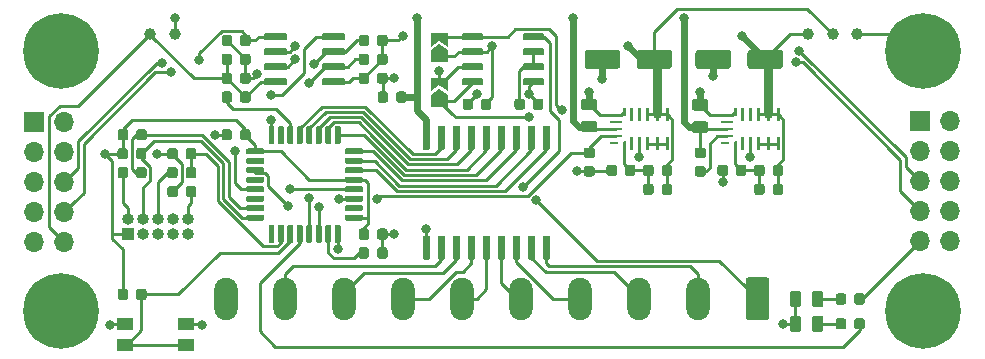
<source format=gbr>
G04 #@! TF.GenerationSoftware,KiCad,Pcbnew,5.1.5+dfsg1-2build2*
G04 #@! TF.CreationDate,2020-10-19T23:11:39-07:00*
G04 #@! TF.ProjectId,evc_seriously,6576635f-7365-4726-996f-75736c792e6b,rev?*
G04 #@! TF.SameCoordinates,Original*
G04 #@! TF.FileFunction,Copper,L1,Top*
G04 #@! TF.FilePolarity,Positive*
%FSLAX46Y46*%
G04 Gerber Fmt 4.6, Leading zero omitted, Abs format (unit mm)*
G04 Created by KiCad (PCBNEW 5.1.5+dfsg1-2build2) date 2020-10-19 23:11:39*
%MOMM*%
%LPD*%
G04 APERTURE LIST*
%ADD10C,0.100000*%
%ADD11O,2.000000X3.600000*%
%ADD12R,1.000000X1.000000*%
%ADD13O,1.000000X1.000000*%
%ADD14R,1.700000X1.700000*%
%ADD15O,1.700000X1.700000*%
%ADD16R,0.800000X0.200000*%
%ADD17R,1.100000X0.200000*%
%ADD18C,1.000000*%
%ADD19R,1.450000X1.000000*%
%ADD20C,6.400000*%
%ADD21C,0.800000*%
%ADD22C,0.250000*%
%ADD23C,0.600000*%
%ADD24C,0.800000*%
G04 APERTURE END LIST*
G04 #@! TA.AperFunction,SMDPad,CuDef*
D10*
G36*
X185244703Y-110325722D02*
G01*
X185259264Y-110327882D01*
X185273543Y-110331459D01*
X185287403Y-110336418D01*
X185300710Y-110342712D01*
X185313336Y-110350280D01*
X185325159Y-110359048D01*
X185336066Y-110368934D01*
X185345952Y-110379841D01*
X185354720Y-110391664D01*
X185362288Y-110404290D01*
X185368582Y-110417597D01*
X185373541Y-110431457D01*
X185377118Y-110445736D01*
X185379278Y-110460297D01*
X185380000Y-110475000D01*
X185380000Y-112225000D01*
X185379278Y-112239703D01*
X185377118Y-112254264D01*
X185373541Y-112268543D01*
X185368582Y-112282403D01*
X185362288Y-112295710D01*
X185354720Y-112308336D01*
X185345952Y-112320159D01*
X185336066Y-112331066D01*
X185325159Y-112340952D01*
X185313336Y-112349720D01*
X185300710Y-112357288D01*
X185287403Y-112363582D01*
X185273543Y-112368541D01*
X185259264Y-112372118D01*
X185244703Y-112374278D01*
X185230000Y-112375000D01*
X184930000Y-112375000D01*
X184915297Y-112374278D01*
X184900736Y-112372118D01*
X184886457Y-112368541D01*
X184872597Y-112363582D01*
X184859290Y-112357288D01*
X184846664Y-112349720D01*
X184834841Y-112340952D01*
X184823934Y-112331066D01*
X184814048Y-112320159D01*
X184805280Y-112308336D01*
X184797712Y-112295710D01*
X184791418Y-112282403D01*
X184786459Y-112268543D01*
X184782882Y-112254264D01*
X184780722Y-112239703D01*
X184780000Y-112225000D01*
X184780000Y-110475000D01*
X184780722Y-110460297D01*
X184782882Y-110445736D01*
X184786459Y-110431457D01*
X184791418Y-110417597D01*
X184797712Y-110404290D01*
X184805280Y-110391664D01*
X184814048Y-110379841D01*
X184823934Y-110368934D01*
X184834841Y-110359048D01*
X184846664Y-110350280D01*
X184859290Y-110342712D01*
X184872597Y-110336418D01*
X184886457Y-110331459D01*
X184900736Y-110327882D01*
X184915297Y-110325722D01*
X184930000Y-110325000D01*
X185230000Y-110325000D01*
X185244703Y-110325722D01*
G37*
G04 #@! TD.AperFunction*
G04 #@! TA.AperFunction,SMDPad,CuDef*
G36*
X183974703Y-110325722D02*
G01*
X183989264Y-110327882D01*
X184003543Y-110331459D01*
X184017403Y-110336418D01*
X184030710Y-110342712D01*
X184043336Y-110350280D01*
X184055159Y-110359048D01*
X184066066Y-110368934D01*
X184075952Y-110379841D01*
X184084720Y-110391664D01*
X184092288Y-110404290D01*
X184098582Y-110417597D01*
X184103541Y-110431457D01*
X184107118Y-110445736D01*
X184109278Y-110460297D01*
X184110000Y-110475000D01*
X184110000Y-112225000D01*
X184109278Y-112239703D01*
X184107118Y-112254264D01*
X184103541Y-112268543D01*
X184098582Y-112282403D01*
X184092288Y-112295710D01*
X184084720Y-112308336D01*
X184075952Y-112320159D01*
X184066066Y-112331066D01*
X184055159Y-112340952D01*
X184043336Y-112349720D01*
X184030710Y-112357288D01*
X184017403Y-112363582D01*
X184003543Y-112368541D01*
X183989264Y-112372118D01*
X183974703Y-112374278D01*
X183960000Y-112375000D01*
X183660000Y-112375000D01*
X183645297Y-112374278D01*
X183630736Y-112372118D01*
X183616457Y-112368541D01*
X183602597Y-112363582D01*
X183589290Y-112357288D01*
X183576664Y-112349720D01*
X183564841Y-112340952D01*
X183553934Y-112331066D01*
X183544048Y-112320159D01*
X183535280Y-112308336D01*
X183527712Y-112295710D01*
X183521418Y-112282403D01*
X183516459Y-112268543D01*
X183512882Y-112254264D01*
X183510722Y-112239703D01*
X183510000Y-112225000D01*
X183510000Y-110475000D01*
X183510722Y-110460297D01*
X183512882Y-110445736D01*
X183516459Y-110431457D01*
X183521418Y-110417597D01*
X183527712Y-110404290D01*
X183535280Y-110391664D01*
X183544048Y-110379841D01*
X183553934Y-110368934D01*
X183564841Y-110359048D01*
X183576664Y-110350280D01*
X183589290Y-110342712D01*
X183602597Y-110336418D01*
X183616457Y-110331459D01*
X183630736Y-110327882D01*
X183645297Y-110325722D01*
X183660000Y-110325000D01*
X183960000Y-110325000D01*
X183974703Y-110325722D01*
G37*
G04 #@! TD.AperFunction*
G04 #@! TA.AperFunction,SMDPad,CuDef*
G36*
X182704703Y-110325722D02*
G01*
X182719264Y-110327882D01*
X182733543Y-110331459D01*
X182747403Y-110336418D01*
X182760710Y-110342712D01*
X182773336Y-110350280D01*
X182785159Y-110359048D01*
X182796066Y-110368934D01*
X182805952Y-110379841D01*
X182814720Y-110391664D01*
X182822288Y-110404290D01*
X182828582Y-110417597D01*
X182833541Y-110431457D01*
X182837118Y-110445736D01*
X182839278Y-110460297D01*
X182840000Y-110475000D01*
X182840000Y-112225000D01*
X182839278Y-112239703D01*
X182837118Y-112254264D01*
X182833541Y-112268543D01*
X182828582Y-112282403D01*
X182822288Y-112295710D01*
X182814720Y-112308336D01*
X182805952Y-112320159D01*
X182796066Y-112331066D01*
X182785159Y-112340952D01*
X182773336Y-112349720D01*
X182760710Y-112357288D01*
X182747403Y-112363582D01*
X182733543Y-112368541D01*
X182719264Y-112372118D01*
X182704703Y-112374278D01*
X182690000Y-112375000D01*
X182390000Y-112375000D01*
X182375297Y-112374278D01*
X182360736Y-112372118D01*
X182346457Y-112368541D01*
X182332597Y-112363582D01*
X182319290Y-112357288D01*
X182306664Y-112349720D01*
X182294841Y-112340952D01*
X182283934Y-112331066D01*
X182274048Y-112320159D01*
X182265280Y-112308336D01*
X182257712Y-112295710D01*
X182251418Y-112282403D01*
X182246459Y-112268543D01*
X182242882Y-112254264D01*
X182240722Y-112239703D01*
X182240000Y-112225000D01*
X182240000Y-110475000D01*
X182240722Y-110460297D01*
X182242882Y-110445736D01*
X182246459Y-110431457D01*
X182251418Y-110417597D01*
X182257712Y-110404290D01*
X182265280Y-110391664D01*
X182274048Y-110379841D01*
X182283934Y-110368934D01*
X182294841Y-110359048D01*
X182306664Y-110350280D01*
X182319290Y-110342712D01*
X182332597Y-110336418D01*
X182346457Y-110331459D01*
X182360736Y-110327882D01*
X182375297Y-110325722D01*
X182390000Y-110325000D01*
X182690000Y-110325000D01*
X182704703Y-110325722D01*
G37*
G04 #@! TD.AperFunction*
G04 #@! TA.AperFunction,SMDPad,CuDef*
G36*
X181434703Y-110325722D02*
G01*
X181449264Y-110327882D01*
X181463543Y-110331459D01*
X181477403Y-110336418D01*
X181490710Y-110342712D01*
X181503336Y-110350280D01*
X181515159Y-110359048D01*
X181526066Y-110368934D01*
X181535952Y-110379841D01*
X181544720Y-110391664D01*
X181552288Y-110404290D01*
X181558582Y-110417597D01*
X181563541Y-110431457D01*
X181567118Y-110445736D01*
X181569278Y-110460297D01*
X181570000Y-110475000D01*
X181570000Y-112225000D01*
X181569278Y-112239703D01*
X181567118Y-112254264D01*
X181563541Y-112268543D01*
X181558582Y-112282403D01*
X181552288Y-112295710D01*
X181544720Y-112308336D01*
X181535952Y-112320159D01*
X181526066Y-112331066D01*
X181515159Y-112340952D01*
X181503336Y-112349720D01*
X181490710Y-112357288D01*
X181477403Y-112363582D01*
X181463543Y-112368541D01*
X181449264Y-112372118D01*
X181434703Y-112374278D01*
X181420000Y-112375000D01*
X181120000Y-112375000D01*
X181105297Y-112374278D01*
X181090736Y-112372118D01*
X181076457Y-112368541D01*
X181062597Y-112363582D01*
X181049290Y-112357288D01*
X181036664Y-112349720D01*
X181024841Y-112340952D01*
X181013934Y-112331066D01*
X181004048Y-112320159D01*
X180995280Y-112308336D01*
X180987712Y-112295710D01*
X180981418Y-112282403D01*
X180976459Y-112268543D01*
X180972882Y-112254264D01*
X180970722Y-112239703D01*
X180970000Y-112225000D01*
X180970000Y-110475000D01*
X180970722Y-110460297D01*
X180972882Y-110445736D01*
X180976459Y-110431457D01*
X180981418Y-110417597D01*
X180987712Y-110404290D01*
X180995280Y-110391664D01*
X181004048Y-110379841D01*
X181013934Y-110368934D01*
X181024841Y-110359048D01*
X181036664Y-110350280D01*
X181049290Y-110342712D01*
X181062597Y-110336418D01*
X181076457Y-110331459D01*
X181090736Y-110327882D01*
X181105297Y-110325722D01*
X181120000Y-110325000D01*
X181420000Y-110325000D01*
X181434703Y-110325722D01*
G37*
G04 #@! TD.AperFunction*
G04 #@! TA.AperFunction,SMDPad,CuDef*
G36*
X180164703Y-110325722D02*
G01*
X180179264Y-110327882D01*
X180193543Y-110331459D01*
X180207403Y-110336418D01*
X180220710Y-110342712D01*
X180233336Y-110350280D01*
X180245159Y-110359048D01*
X180256066Y-110368934D01*
X180265952Y-110379841D01*
X180274720Y-110391664D01*
X180282288Y-110404290D01*
X180288582Y-110417597D01*
X180293541Y-110431457D01*
X180297118Y-110445736D01*
X180299278Y-110460297D01*
X180300000Y-110475000D01*
X180300000Y-112225000D01*
X180299278Y-112239703D01*
X180297118Y-112254264D01*
X180293541Y-112268543D01*
X180288582Y-112282403D01*
X180282288Y-112295710D01*
X180274720Y-112308336D01*
X180265952Y-112320159D01*
X180256066Y-112331066D01*
X180245159Y-112340952D01*
X180233336Y-112349720D01*
X180220710Y-112357288D01*
X180207403Y-112363582D01*
X180193543Y-112368541D01*
X180179264Y-112372118D01*
X180164703Y-112374278D01*
X180150000Y-112375000D01*
X179850000Y-112375000D01*
X179835297Y-112374278D01*
X179820736Y-112372118D01*
X179806457Y-112368541D01*
X179792597Y-112363582D01*
X179779290Y-112357288D01*
X179766664Y-112349720D01*
X179754841Y-112340952D01*
X179743934Y-112331066D01*
X179734048Y-112320159D01*
X179725280Y-112308336D01*
X179717712Y-112295710D01*
X179711418Y-112282403D01*
X179706459Y-112268543D01*
X179702882Y-112254264D01*
X179700722Y-112239703D01*
X179700000Y-112225000D01*
X179700000Y-110475000D01*
X179700722Y-110460297D01*
X179702882Y-110445736D01*
X179706459Y-110431457D01*
X179711418Y-110417597D01*
X179717712Y-110404290D01*
X179725280Y-110391664D01*
X179734048Y-110379841D01*
X179743934Y-110368934D01*
X179754841Y-110359048D01*
X179766664Y-110350280D01*
X179779290Y-110342712D01*
X179792597Y-110336418D01*
X179806457Y-110331459D01*
X179820736Y-110327882D01*
X179835297Y-110325722D01*
X179850000Y-110325000D01*
X180150000Y-110325000D01*
X180164703Y-110325722D01*
G37*
G04 #@! TD.AperFunction*
G04 #@! TA.AperFunction,SMDPad,CuDef*
G36*
X178894703Y-110325722D02*
G01*
X178909264Y-110327882D01*
X178923543Y-110331459D01*
X178937403Y-110336418D01*
X178950710Y-110342712D01*
X178963336Y-110350280D01*
X178975159Y-110359048D01*
X178986066Y-110368934D01*
X178995952Y-110379841D01*
X179004720Y-110391664D01*
X179012288Y-110404290D01*
X179018582Y-110417597D01*
X179023541Y-110431457D01*
X179027118Y-110445736D01*
X179029278Y-110460297D01*
X179030000Y-110475000D01*
X179030000Y-112225000D01*
X179029278Y-112239703D01*
X179027118Y-112254264D01*
X179023541Y-112268543D01*
X179018582Y-112282403D01*
X179012288Y-112295710D01*
X179004720Y-112308336D01*
X178995952Y-112320159D01*
X178986066Y-112331066D01*
X178975159Y-112340952D01*
X178963336Y-112349720D01*
X178950710Y-112357288D01*
X178937403Y-112363582D01*
X178923543Y-112368541D01*
X178909264Y-112372118D01*
X178894703Y-112374278D01*
X178880000Y-112375000D01*
X178580000Y-112375000D01*
X178565297Y-112374278D01*
X178550736Y-112372118D01*
X178536457Y-112368541D01*
X178522597Y-112363582D01*
X178509290Y-112357288D01*
X178496664Y-112349720D01*
X178484841Y-112340952D01*
X178473934Y-112331066D01*
X178464048Y-112320159D01*
X178455280Y-112308336D01*
X178447712Y-112295710D01*
X178441418Y-112282403D01*
X178436459Y-112268543D01*
X178432882Y-112254264D01*
X178430722Y-112239703D01*
X178430000Y-112225000D01*
X178430000Y-110475000D01*
X178430722Y-110460297D01*
X178432882Y-110445736D01*
X178436459Y-110431457D01*
X178441418Y-110417597D01*
X178447712Y-110404290D01*
X178455280Y-110391664D01*
X178464048Y-110379841D01*
X178473934Y-110368934D01*
X178484841Y-110359048D01*
X178496664Y-110350280D01*
X178509290Y-110342712D01*
X178522597Y-110336418D01*
X178536457Y-110331459D01*
X178550736Y-110327882D01*
X178565297Y-110325722D01*
X178580000Y-110325000D01*
X178880000Y-110325000D01*
X178894703Y-110325722D01*
G37*
G04 #@! TD.AperFunction*
G04 #@! TA.AperFunction,SMDPad,CuDef*
G36*
X177624703Y-110325722D02*
G01*
X177639264Y-110327882D01*
X177653543Y-110331459D01*
X177667403Y-110336418D01*
X177680710Y-110342712D01*
X177693336Y-110350280D01*
X177705159Y-110359048D01*
X177716066Y-110368934D01*
X177725952Y-110379841D01*
X177734720Y-110391664D01*
X177742288Y-110404290D01*
X177748582Y-110417597D01*
X177753541Y-110431457D01*
X177757118Y-110445736D01*
X177759278Y-110460297D01*
X177760000Y-110475000D01*
X177760000Y-112225000D01*
X177759278Y-112239703D01*
X177757118Y-112254264D01*
X177753541Y-112268543D01*
X177748582Y-112282403D01*
X177742288Y-112295710D01*
X177734720Y-112308336D01*
X177725952Y-112320159D01*
X177716066Y-112331066D01*
X177705159Y-112340952D01*
X177693336Y-112349720D01*
X177680710Y-112357288D01*
X177667403Y-112363582D01*
X177653543Y-112368541D01*
X177639264Y-112372118D01*
X177624703Y-112374278D01*
X177610000Y-112375000D01*
X177310000Y-112375000D01*
X177295297Y-112374278D01*
X177280736Y-112372118D01*
X177266457Y-112368541D01*
X177252597Y-112363582D01*
X177239290Y-112357288D01*
X177226664Y-112349720D01*
X177214841Y-112340952D01*
X177203934Y-112331066D01*
X177194048Y-112320159D01*
X177185280Y-112308336D01*
X177177712Y-112295710D01*
X177171418Y-112282403D01*
X177166459Y-112268543D01*
X177162882Y-112254264D01*
X177160722Y-112239703D01*
X177160000Y-112225000D01*
X177160000Y-110475000D01*
X177160722Y-110460297D01*
X177162882Y-110445736D01*
X177166459Y-110431457D01*
X177171418Y-110417597D01*
X177177712Y-110404290D01*
X177185280Y-110391664D01*
X177194048Y-110379841D01*
X177203934Y-110368934D01*
X177214841Y-110359048D01*
X177226664Y-110350280D01*
X177239290Y-110342712D01*
X177252597Y-110336418D01*
X177266457Y-110331459D01*
X177280736Y-110327882D01*
X177295297Y-110325722D01*
X177310000Y-110325000D01*
X177610000Y-110325000D01*
X177624703Y-110325722D01*
G37*
G04 #@! TD.AperFunction*
G04 #@! TA.AperFunction,SMDPad,CuDef*
G36*
X176354703Y-110325722D02*
G01*
X176369264Y-110327882D01*
X176383543Y-110331459D01*
X176397403Y-110336418D01*
X176410710Y-110342712D01*
X176423336Y-110350280D01*
X176435159Y-110359048D01*
X176446066Y-110368934D01*
X176455952Y-110379841D01*
X176464720Y-110391664D01*
X176472288Y-110404290D01*
X176478582Y-110417597D01*
X176483541Y-110431457D01*
X176487118Y-110445736D01*
X176489278Y-110460297D01*
X176490000Y-110475000D01*
X176490000Y-112225000D01*
X176489278Y-112239703D01*
X176487118Y-112254264D01*
X176483541Y-112268543D01*
X176478582Y-112282403D01*
X176472288Y-112295710D01*
X176464720Y-112308336D01*
X176455952Y-112320159D01*
X176446066Y-112331066D01*
X176435159Y-112340952D01*
X176423336Y-112349720D01*
X176410710Y-112357288D01*
X176397403Y-112363582D01*
X176383543Y-112368541D01*
X176369264Y-112372118D01*
X176354703Y-112374278D01*
X176340000Y-112375000D01*
X176040000Y-112375000D01*
X176025297Y-112374278D01*
X176010736Y-112372118D01*
X175996457Y-112368541D01*
X175982597Y-112363582D01*
X175969290Y-112357288D01*
X175956664Y-112349720D01*
X175944841Y-112340952D01*
X175933934Y-112331066D01*
X175924048Y-112320159D01*
X175915280Y-112308336D01*
X175907712Y-112295710D01*
X175901418Y-112282403D01*
X175896459Y-112268543D01*
X175892882Y-112254264D01*
X175890722Y-112239703D01*
X175890000Y-112225000D01*
X175890000Y-110475000D01*
X175890722Y-110460297D01*
X175892882Y-110445736D01*
X175896459Y-110431457D01*
X175901418Y-110417597D01*
X175907712Y-110404290D01*
X175915280Y-110391664D01*
X175924048Y-110379841D01*
X175933934Y-110368934D01*
X175944841Y-110359048D01*
X175956664Y-110350280D01*
X175969290Y-110342712D01*
X175982597Y-110336418D01*
X175996457Y-110331459D01*
X176010736Y-110327882D01*
X176025297Y-110325722D01*
X176040000Y-110325000D01*
X176340000Y-110325000D01*
X176354703Y-110325722D01*
G37*
G04 #@! TD.AperFunction*
G04 #@! TA.AperFunction,SMDPad,CuDef*
G36*
X175084703Y-110325722D02*
G01*
X175099264Y-110327882D01*
X175113543Y-110331459D01*
X175127403Y-110336418D01*
X175140710Y-110342712D01*
X175153336Y-110350280D01*
X175165159Y-110359048D01*
X175176066Y-110368934D01*
X175185952Y-110379841D01*
X175194720Y-110391664D01*
X175202288Y-110404290D01*
X175208582Y-110417597D01*
X175213541Y-110431457D01*
X175217118Y-110445736D01*
X175219278Y-110460297D01*
X175220000Y-110475000D01*
X175220000Y-112225000D01*
X175219278Y-112239703D01*
X175217118Y-112254264D01*
X175213541Y-112268543D01*
X175208582Y-112282403D01*
X175202288Y-112295710D01*
X175194720Y-112308336D01*
X175185952Y-112320159D01*
X175176066Y-112331066D01*
X175165159Y-112340952D01*
X175153336Y-112349720D01*
X175140710Y-112357288D01*
X175127403Y-112363582D01*
X175113543Y-112368541D01*
X175099264Y-112372118D01*
X175084703Y-112374278D01*
X175070000Y-112375000D01*
X174770000Y-112375000D01*
X174755297Y-112374278D01*
X174740736Y-112372118D01*
X174726457Y-112368541D01*
X174712597Y-112363582D01*
X174699290Y-112357288D01*
X174686664Y-112349720D01*
X174674841Y-112340952D01*
X174663934Y-112331066D01*
X174654048Y-112320159D01*
X174645280Y-112308336D01*
X174637712Y-112295710D01*
X174631418Y-112282403D01*
X174626459Y-112268543D01*
X174622882Y-112254264D01*
X174620722Y-112239703D01*
X174620000Y-112225000D01*
X174620000Y-110475000D01*
X174620722Y-110460297D01*
X174622882Y-110445736D01*
X174626459Y-110431457D01*
X174631418Y-110417597D01*
X174637712Y-110404290D01*
X174645280Y-110391664D01*
X174654048Y-110379841D01*
X174663934Y-110368934D01*
X174674841Y-110359048D01*
X174686664Y-110350280D01*
X174699290Y-110342712D01*
X174712597Y-110336418D01*
X174726457Y-110331459D01*
X174740736Y-110327882D01*
X174755297Y-110325722D01*
X174770000Y-110325000D01*
X175070000Y-110325000D01*
X175084703Y-110325722D01*
G37*
G04 #@! TD.AperFunction*
G04 #@! TA.AperFunction,SMDPad,CuDef*
G36*
X175084703Y-119625722D02*
G01*
X175099264Y-119627882D01*
X175113543Y-119631459D01*
X175127403Y-119636418D01*
X175140710Y-119642712D01*
X175153336Y-119650280D01*
X175165159Y-119659048D01*
X175176066Y-119668934D01*
X175185952Y-119679841D01*
X175194720Y-119691664D01*
X175202288Y-119704290D01*
X175208582Y-119717597D01*
X175213541Y-119731457D01*
X175217118Y-119745736D01*
X175219278Y-119760297D01*
X175220000Y-119775000D01*
X175220000Y-121525000D01*
X175219278Y-121539703D01*
X175217118Y-121554264D01*
X175213541Y-121568543D01*
X175208582Y-121582403D01*
X175202288Y-121595710D01*
X175194720Y-121608336D01*
X175185952Y-121620159D01*
X175176066Y-121631066D01*
X175165159Y-121640952D01*
X175153336Y-121649720D01*
X175140710Y-121657288D01*
X175127403Y-121663582D01*
X175113543Y-121668541D01*
X175099264Y-121672118D01*
X175084703Y-121674278D01*
X175070000Y-121675000D01*
X174770000Y-121675000D01*
X174755297Y-121674278D01*
X174740736Y-121672118D01*
X174726457Y-121668541D01*
X174712597Y-121663582D01*
X174699290Y-121657288D01*
X174686664Y-121649720D01*
X174674841Y-121640952D01*
X174663934Y-121631066D01*
X174654048Y-121620159D01*
X174645280Y-121608336D01*
X174637712Y-121595710D01*
X174631418Y-121582403D01*
X174626459Y-121568543D01*
X174622882Y-121554264D01*
X174620722Y-121539703D01*
X174620000Y-121525000D01*
X174620000Y-119775000D01*
X174620722Y-119760297D01*
X174622882Y-119745736D01*
X174626459Y-119731457D01*
X174631418Y-119717597D01*
X174637712Y-119704290D01*
X174645280Y-119691664D01*
X174654048Y-119679841D01*
X174663934Y-119668934D01*
X174674841Y-119659048D01*
X174686664Y-119650280D01*
X174699290Y-119642712D01*
X174712597Y-119636418D01*
X174726457Y-119631459D01*
X174740736Y-119627882D01*
X174755297Y-119625722D01*
X174770000Y-119625000D01*
X175070000Y-119625000D01*
X175084703Y-119625722D01*
G37*
G04 #@! TD.AperFunction*
G04 #@! TA.AperFunction,SMDPad,CuDef*
G36*
X176354703Y-119625722D02*
G01*
X176369264Y-119627882D01*
X176383543Y-119631459D01*
X176397403Y-119636418D01*
X176410710Y-119642712D01*
X176423336Y-119650280D01*
X176435159Y-119659048D01*
X176446066Y-119668934D01*
X176455952Y-119679841D01*
X176464720Y-119691664D01*
X176472288Y-119704290D01*
X176478582Y-119717597D01*
X176483541Y-119731457D01*
X176487118Y-119745736D01*
X176489278Y-119760297D01*
X176490000Y-119775000D01*
X176490000Y-121525000D01*
X176489278Y-121539703D01*
X176487118Y-121554264D01*
X176483541Y-121568543D01*
X176478582Y-121582403D01*
X176472288Y-121595710D01*
X176464720Y-121608336D01*
X176455952Y-121620159D01*
X176446066Y-121631066D01*
X176435159Y-121640952D01*
X176423336Y-121649720D01*
X176410710Y-121657288D01*
X176397403Y-121663582D01*
X176383543Y-121668541D01*
X176369264Y-121672118D01*
X176354703Y-121674278D01*
X176340000Y-121675000D01*
X176040000Y-121675000D01*
X176025297Y-121674278D01*
X176010736Y-121672118D01*
X175996457Y-121668541D01*
X175982597Y-121663582D01*
X175969290Y-121657288D01*
X175956664Y-121649720D01*
X175944841Y-121640952D01*
X175933934Y-121631066D01*
X175924048Y-121620159D01*
X175915280Y-121608336D01*
X175907712Y-121595710D01*
X175901418Y-121582403D01*
X175896459Y-121568543D01*
X175892882Y-121554264D01*
X175890722Y-121539703D01*
X175890000Y-121525000D01*
X175890000Y-119775000D01*
X175890722Y-119760297D01*
X175892882Y-119745736D01*
X175896459Y-119731457D01*
X175901418Y-119717597D01*
X175907712Y-119704290D01*
X175915280Y-119691664D01*
X175924048Y-119679841D01*
X175933934Y-119668934D01*
X175944841Y-119659048D01*
X175956664Y-119650280D01*
X175969290Y-119642712D01*
X175982597Y-119636418D01*
X175996457Y-119631459D01*
X176010736Y-119627882D01*
X176025297Y-119625722D01*
X176040000Y-119625000D01*
X176340000Y-119625000D01*
X176354703Y-119625722D01*
G37*
G04 #@! TD.AperFunction*
G04 #@! TA.AperFunction,SMDPad,CuDef*
G36*
X177624703Y-119625722D02*
G01*
X177639264Y-119627882D01*
X177653543Y-119631459D01*
X177667403Y-119636418D01*
X177680710Y-119642712D01*
X177693336Y-119650280D01*
X177705159Y-119659048D01*
X177716066Y-119668934D01*
X177725952Y-119679841D01*
X177734720Y-119691664D01*
X177742288Y-119704290D01*
X177748582Y-119717597D01*
X177753541Y-119731457D01*
X177757118Y-119745736D01*
X177759278Y-119760297D01*
X177760000Y-119775000D01*
X177760000Y-121525000D01*
X177759278Y-121539703D01*
X177757118Y-121554264D01*
X177753541Y-121568543D01*
X177748582Y-121582403D01*
X177742288Y-121595710D01*
X177734720Y-121608336D01*
X177725952Y-121620159D01*
X177716066Y-121631066D01*
X177705159Y-121640952D01*
X177693336Y-121649720D01*
X177680710Y-121657288D01*
X177667403Y-121663582D01*
X177653543Y-121668541D01*
X177639264Y-121672118D01*
X177624703Y-121674278D01*
X177610000Y-121675000D01*
X177310000Y-121675000D01*
X177295297Y-121674278D01*
X177280736Y-121672118D01*
X177266457Y-121668541D01*
X177252597Y-121663582D01*
X177239290Y-121657288D01*
X177226664Y-121649720D01*
X177214841Y-121640952D01*
X177203934Y-121631066D01*
X177194048Y-121620159D01*
X177185280Y-121608336D01*
X177177712Y-121595710D01*
X177171418Y-121582403D01*
X177166459Y-121568543D01*
X177162882Y-121554264D01*
X177160722Y-121539703D01*
X177160000Y-121525000D01*
X177160000Y-119775000D01*
X177160722Y-119760297D01*
X177162882Y-119745736D01*
X177166459Y-119731457D01*
X177171418Y-119717597D01*
X177177712Y-119704290D01*
X177185280Y-119691664D01*
X177194048Y-119679841D01*
X177203934Y-119668934D01*
X177214841Y-119659048D01*
X177226664Y-119650280D01*
X177239290Y-119642712D01*
X177252597Y-119636418D01*
X177266457Y-119631459D01*
X177280736Y-119627882D01*
X177295297Y-119625722D01*
X177310000Y-119625000D01*
X177610000Y-119625000D01*
X177624703Y-119625722D01*
G37*
G04 #@! TD.AperFunction*
G04 #@! TA.AperFunction,SMDPad,CuDef*
G36*
X178894703Y-119625722D02*
G01*
X178909264Y-119627882D01*
X178923543Y-119631459D01*
X178937403Y-119636418D01*
X178950710Y-119642712D01*
X178963336Y-119650280D01*
X178975159Y-119659048D01*
X178986066Y-119668934D01*
X178995952Y-119679841D01*
X179004720Y-119691664D01*
X179012288Y-119704290D01*
X179018582Y-119717597D01*
X179023541Y-119731457D01*
X179027118Y-119745736D01*
X179029278Y-119760297D01*
X179030000Y-119775000D01*
X179030000Y-121525000D01*
X179029278Y-121539703D01*
X179027118Y-121554264D01*
X179023541Y-121568543D01*
X179018582Y-121582403D01*
X179012288Y-121595710D01*
X179004720Y-121608336D01*
X178995952Y-121620159D01*
X178986066Y-121631066D01*
X178975159Y-121640952D01*
X178963336Y-121649720D01*
X178950710Y-121657288D01*
X178937403Y-121663582D01*
X178923543Y-121668541D01*
X178909264Y-121672118D01*
X178894703Y-121674278D01*
X178880000Y-121675000D01*
X178580000Y-121675000D01*
X178565297Y-121674278D01*
X178550736Y-121672118D01*
X178536457Y-121668541D01*
X178522597Y-121663582D01*
X178509290Y-121657288D01*
X178496664Y-121649720D01*
X178484841Y-121640952D01*
X178473934Y-121631066D01*
X178464048Y-121620159D01*
X178455280Y-121608336D01*
X178447712Y-121595710D01*
X178441418Y-121582403D01*
X178436459Y-121568543D01*
X178432882Y-121554264D01*
X178430722Y-121539703D01*
X178430000Y-121525000D01*
X178430000Y-119775000D01*
X178430722Y-119760297D01*
X178432882Y-119745736D01*
X178436459Y-119731457D01*
X178441418Y-119717597D01*
X178447712Y-119704290D01*
X178455280Y-119691664D01*
X178464048Y-119679841D01*
X178473934Y-119668934D01*
X178484841Y-119659048D01*
X178496664Y-119650280D01*
X178509290Y-119642712D01*
X178522597Y-119636418D01*
X178536457Y-119631459D01*
X178550736Y-119627882D01*
X178565297Y-119625722D01*
X178580000Y-119625000D01*
X178880000Y-119625000D01*
X178894703Y-119625722D01*
G37*
G04 #@! TD.AperFunction*
G04 #@! TA.AperFunction,SMDPad,CuDef*
G36*
X180164703Y-119625722D02*
G01*
X180179264Y-119627882D01*
X180193543Y-119631459D01*
X180207403Y-119636418D01*
X180220710Y-119642712D01*
X180233336Y-119650280D01*
X180245159Y-119659048D01*
X180256066Y-119668934D01*
X180265952Y-119679841D01*
X180274720Y-119691664D01*
X180282288Y-119704290D01*
X180288582Y-119717597D01*
X180293541Y-119731457D01*
X180297118Y-119745736D01*
X180299278Y-119760297D01*
X180300000Y-119775000D01*
X180300000Y-121525000D01*
X180299278Y-121539703D01*
X180297118Y-121554264D01*
X180293541Y-121568543D01*
X180288582Y-121582403D01*
X180282288Y-121595710D01*
X180274720Y-121608336D01*
X180265952Y-121620159D01*
X180256066Y-121631066D01*
X180245159Y-121640952D01*
X180233336Y-121649720D01*
X180220710Y-121657288D01*
X180207403Y-121663582D01*
X180193543Y-121668541D01*
X180179264Y-121672118D01*
X180164703Y-121674278D01*
X180150000Y-121675000D01*
X179850000Y-121675000D01*
X179835297Y-121674278D01*
X179820736Y-121672118D01*
X179806457Y-121668541D01*
X179792597Y-121663582D01*
X179779290Y-121657288D01*
X179766664Y-121649720D01*
X179754841Y-121640952D01*
X179743934Y-121631066D01*
X179734048Y-121620159D01*
X179725280Y-121608336D01*
X179717712Y-121595710D01*
X179711418Y-121582403D01*
X179706459Y-121568543D01*
X179702882Y-121554264D01*
X179700722Y-121539703D01*
X179700000Y-121525000D01*
X179700000Y-119775000D01*
X179700722Y-119760297D01*
X179702882Y-119745736D01*
X179706459Y-119731457D01*
X179711418Y-119717597D01*
X179717712Y-119704290D01*
X179725280Y-119691664D01*
X179734048Y-119679841D01*
X179743934Y-119668934D01*
X179754841Y-119659048D01*
X179766664Y-119650280D01*
X179779290Y-119642712D01*
X179792597Y-119636418D01*
X179806457Y-119631459D01*
X179820736Y-119627882D01*
X179835297Y-119625722D01*
X179850000Y-119625000D01*
X180150000Y-119625000D01*
X180164703Y-119625722D01*
G37*
G04 #@! TD.AperFunction*
G04 #@! TA.AperFunction,SMDPad,CuDef*
G36*
X181434703Y-119625722D02*
G01*
X181449264Y-119627882D01*
X181463543Y-119631459D01*
X181477403Y-119636418D01*
X181490710Y-119642712D01*
X181503336Y-119650280D01*
X181515159Y-119659048D01*
X181526066Y-119668934D01*
X181535952Y-119679841D01*
X181544720Y-119691664D01*
X181552288Y-119704290D01*
X181558582Y-119717597D01*
X181563541Y-119731457D01*
X181567118Y-119745736D01*
X181569278Y-119760297D01*
X181570000Y-119775000D01*
X181570000Y-121525000D01*
X181569278Y-121539703D01*
X181567118Y-121554264D01*
X181563541Y-121568543D01*
X181558582Y-121582403D01*
X181552288Y-121595710D01*
X181544720Y-121608336D01*
X181535952Y-121620159D01*
X181526066Y-121631066D01*
X181515159Y-121640952D01*
X181503336Y-121649720D01*
X181490710Y-121657288D01*
X181477403Y-121663582D01*
X181463543Y-121668541D01*
X181449264Y-121672118D01*
X181434703Y-121674278D01*
X181420000Y-121675000D01*
X181120000Y-121675000D01*
X181105297Y-121674278D01*
X181090736Y-121672118D01*
X181076457Y-121668541D01*
X181062597Y-121663582D01*
X181049290Y-121657288D01*
X181036664Y-121649720D01*
X181024841Y-121640952D01*
X181013934Y-121631066D01*
X181004048Y-121620159D01*
X180995280Y-121608336D01*
X180987712Y-121595710D01*
X180981418Y-121582403D01*
X180976459Y-121568543D01*
X180972882Y-121554264D01*
X180970722Y-121539703D01*
X180970000Y-121525000D01*
X180970000Y-119775000D01*
X180970722Y-119760297D01*
X180972882Y-119745736D01*
X180976459Y-119731457D01*
X180981418Y-119717597D01*
X180987712Y-119704290D01*
X180995280Y-119691664D01*
X181004048Y-119679841D01*
X181013934Y-119668934D01*
X181024841Y-119659048D01*
X181036664Y-119650280D01*
X181049290Y-119642712D01*
X181062597Y-119636418D01*
X181076457Y-119631459D01*
X181090736Y-119627882D01*
X181105297Y-119625722D01*
X181120000Y-119625000D01*
X181420000Y-119625000D01*
X181434703Y-119625722D01*
G37*
G04 #@! TD.AperFunction*
G04 #@! TA.AperFunction,SMDPad,CuDef*
G36*
X182704703Y-119625722D02*
G01*
X182719264Y-119627882D01*
X182733543Y-119631459D01*
X182747403Y-119636418D01*
X182760710Y-119642712D01*
X182773336Y-119650280D01*
X182785159Y-119659048D01*
X182796066Y-119668934D01*
X182805952Y-119679841D01*
X182814720Y-119691664D01*
X182822288Y-119704290D01*
X182828582Y-119717597D01*
X182833541Y-119731457D01*
X182837118Y-119745736D01*
X182839278Y-119760297D01*
X182840000Y-119775000D01*
X182840000Y-121525000D01*
X182839278Y-121539703D01*
X182837118Y-121554264D01*
X182833541Y-121568543D01*
X182828582Y-121582403D01*
X182822288Y-121595710D01*
X182814720Y-121608336D01*
X182805952Y-121620159D01*
X182796066Y-121631066D01*
X182785159Y-121640952D01*
X182773336Y-121649720D01*
X182760710Y-121657288D01*
X182747403Y-121663582D01*
X182733543Y-121668541D01*
X182719264Y-121672118D01*
X182704703Y-121674278D01*
X182690000Y-121675000D01*
X182390000Y-121675000D01*
X182375297Y-121674278D01*
X182360736Y-121672118D01*
X182346457Y-121668541D01*
X182332597Y-121663582D01*
X182319290Y-121657288D01*
X182306664Y-121649720D01*
X182294841Y-121640952D01*
X182283934Y-121631066D01*
X182274048Y-121620159D01*
X182265280Y-121608336D01*
X182257712Y-121595710D01*
X182251418Y-121582403D01*
X182246459Y-121568543D01*
X182242882Y-121554264D01*
X182240722Y-121539703D01*
X182240000Y-121525000D01*
X182240000Y-119775000D01*
X182240722Y-119760297D01*
X182242882Y-119745736D01*
X182246459Y-119731457D01*
X182251418Y-119717597D01*
X182257712Y-119704290D01*
X182265280Y-119691664D01*
X182274048Y-119679841D01*
X182283934Y-119668934D01*
X182294841Y-119659048D01*
X182306664Y-119650280D01*
X182319290Y-119642712D01*
X182332597Y-119636418D01*
X182346457Y-119631459D01*
X182360736Y-119627882D01*
X182375297Y-119625722D01*
X182390000Y-119625000D01*
X182690000Y-119625000D01*
X182704703Y-119625722D01*
G37*
G04 #@! TD.AperFunction*
G04 #@! TA.AperFunction,SMDPad,CuDef*
G36*
X183974703Y-119625722D02*
G01*
X183989264Y-119627882D01*
X184003543Y-119631459D01*
X184017403Y-119636418D01*
X184030710Y-119642712D01*
X184043336Y-119650280D01*
X184055159Y-119659048D01*
X184066066Y-119668934D01*
X184075952Y-119679841D01*
X184084720Y-119691664D01*
X184092288Y-119704290D01*
X184098582Y-119717597D01*
X184103541Y-119731457D01*
X184107118Y-119745736D01*
X184109278Y-119760297D01*
X184110000Y-119775000D01*
X184110000Y-121525000D01*
X184109278Y-121539703D01*
X184107118Y-121554264D01*
X184103541Y-121568543D01*
X184098582Y-121582403D01*
X184092288Y-121595710D01*
X184084720Y-121608336D01*
X184075952Y-121620159D01*
X184066066Y-121631066D01*
X184055159Y-121640952D01*
X184043336Y-121649720D01*
X184030710Y-121657288D01*
X184017403Y-121663582D01*
X184003543Y-121668541D01*
X183989264Y-121672118D01*
X183974703Y-121674278D01*
X183960000Y-121675000D01*
X183660000Y-121675000D01*
X183645297Y-121674278D01*
X183630736Y-121672118D01*
X183616457Y-121668541D01*
X183602597Y-121663582D01*
X183589290Y-121657288D01*
X183576664Y-121649720D01*
X183564841Y-121640952D01*
X183553934Y-121631066D01*
X183544048Y-121620159D01*
X183535280Y-121608336D01*
X183527712Y-121595710D01*
X183521418Y-121582403D01*
X183516459Y-121568543D01*
X183512882Y-121554264D01*
X183510722Y-121539703D01*
X183510000Y-121525000D01*
X183510000Y-119775000D01*
X183510722Y-119760297D01*
X183512882Y-119745736D01*
X183516459Y-119731457D01*
X183521418Y-119717597D01*
X183527712Y-119704290D01*
X183535280Y-119691664D01*
X183544048Y-119679841D01*
X183553934Y-119668934D01*
X183564841Y-119659048D01*
X183576664Y-119650280D01*
X183589290Y-119642712D01*
X183602597Y-119636418D01*
X183616457Y-119631459D01*
X183630736Y-119627882D01*
X183645297Y-119625722D01*
X183660000Y-119625000D01*
X183960000Y-119625000D01*
X183974703Y-119625722D01*
G37*
G04 #@! TD.AperFunction*
G04 #@! TA.AperFunction,SMDPad,CuDef*
G36*
X185244703Y-119625722D02*
G01*
X185259264Y-119627882D01*
X185273543Y-119631459D01*
X185287403Y-119636418D01*
X185300710Y-119642712D01*
X185313336Y-119650280D01*
X185325159Y-119659048D01*
X185336066Y-119668934D01*
X185345952Y-119679841D01*
X185354720Y-119691664D01*
X185362288Y-119704290D01*
X185368582Y-119717597D01*
X185373541Y-119731457D01*
X185377118Y-119745736D01*
X185379278Y-119760297D01*
X185380000Y-119775000D01*
X185380000Y-121525000D01*
X185379278Y-121539703D01*
X185377118Y-121554264D01*
X185373541Y-121568543D01*
X185368582Y-121582403D01*
X185362288Y-121595710D01*
X185354720Y-121608336D01*
X185345952Y-121620159D01*
X185336066Y-121631066D01*
X185325159Y-121640952D01*
X185313336Y-121649720D01*
X185300710Y-121657288D01*
X185287403Y-121663582D01*
X185273543Y-121668541D01*
X185259264Y-121672118D01*
X185244703Y-121674278D01*
X185230000Y-121675000D01*
X184930000Y-121675000D01*
X184915297Y-121674278D01*
X184900736Y-121672118D01*
X184886457Y-121668541D01*
X184872597Y-121663582D01*
X184859290Y-121657288D01*
X184846664Y-121649720D01*
X184834841Y-121640952D01*
X184823934Y-121631066D01*
X184814048Y-121620159D01*
X184805280Y-121608336D01*
X184797712Y-121595710D01*
X184791418Y-121582403D01*
X184786459Y-121568543D01*
X184782882Y-121554264D01*
X184780722Y-121539703D01*
X184780000Y-121525000D01*
X184780000Y-119775000D01*
X184780722Y-119760297D01*
X184782882Y-119745736D01*
X184786459Y-119731457D01*
X184791418Y-119717597D01*
X184797712Y-119704290D01*
X184805280Y-119691664D01*
X184814048Y-119679841D01*
X184823934Y-119668934D01*
X184834841Y-119659048D01*
X184846664Y-119650280D01*
X184859290Y-119642712D01*
X184872597Y-119636418D01*
X184886457Y-119631459D01*
X184900736Y-119627882D01*
X184915297Y-119625722D01*
X184930000Y-119625000D01*
X185230000Y-119625000D01*
X185244703Y-119625722D01*
G37*
G04 #@! TD.AperFunction*
G04 #@! TA.AperFunction,SMDPad,CuDef*
G36*
X171465191Y-107426053D02*
G01*
X171486426Y-107429203D01*
X171507250Y-107434419D01*
X171527462Y-107441651D01*
X171546868Y-107450830D01*
X171565281Y-107461866D01*
X171582524Y-107474654D01*
X171598430Y-107489070D01*
X171612846Y-107504976D01*
X171625634Y-107522219D01*
X171636670Y-107540632D01*
X171645849Y-107560038D01*
X171653081Y-107580250D01*
X171658297Y-107601074D01*
X171661447Y-107622309D01*
X171662500Y-107643750D01*
X171662500Y-108156250D01*
X171661447Y-108177691D01*
X171658297Y-108198926D01*
X171653081Y-108219750D01*
X171645849Y-108239962D01*
X171636670Y-108259368D01*
X171625634Y-108277781D01*
X171612846Y-108295024D01*
X171598430Y-108310930D01*
X171582524Y-108325346D01*
X171565281Y-108338134D01*
X171546868Y-108349170D01*
X171527462Y-108358349D01*
X171507250Y-108365581D01*
X171486426Y-108370797D01*
X171465191Y-108373947D01*
X171443750Y-108375000D01*
X171006250Y-108375000D01*
X170984809Y-108373947D01*
X170963574Y-108370797D01*
X170942750Y-108365581D01*
X170922538Y-108358349D01*
X170903132Y-108349170D01*
X170884719Y-108338134D01*
X170867476Y-108325346D01*
X170851570Y-108310930D01*
X170837154Y-108295024D01*
X170824366Y-108277781D01*
X170813330Y-108259368D01*
X170804151Y-108239962D01*
X170796919Y-108219750D01*
X170791703Y-108198926D01*
X170788553Y-108177691D01*
X170787500Y-108156250D01*
X170787500Y-107643750D01*
X170788553Y-107622309D01*
X170791703Y-107601074D01*
X170796919Y-107580250D01*
X170804151Y-107560038D01*
X170813330Y-107540632D01*
X170824366Y-107522219D01*
X170837154Y-107504976D01*
X170851570Y-107489070D01*
X170867476Y-107474654D01*
X170884719Y-107461866D01*
X170903132Y-107450830D01*
X170922538Y-107441651D01*
X170942750Y-107434419D01*
X170963574Y-107429203D01*
X170984809Y-107426053D01*
X171006250Y-107425000D01*
X171443750Y-107425000D01*
X171465191Y-107426053D01*
G37*
G04 #@! TD.AperFunction*
G04 #@! TA.AperFunction,SMDPad,CuDef*
G36*
X173040191Y-107426053D02*
G01*
X173061426Y-107429203D01*
X173082250Y-107434419D01*
X173102462Y-107441651D01*
X173121868Y-107450830D01*
X173140281Y-107461866D01*
X173157524Y-107474654D01*
X173173430Y-107489070D01*
X173187846Y-107504976D01*
X173200634Y-107522219D01*
X173211670Y-107540632D01*
X173220849Y-107560038D01*
X173228081Y-107580250D01*
X173233297Y-107601074D01*
X173236447Y-107622309D01*
X173237500Y-107643750D01*
X173237500Y-108156250D01*
X173236447Y-108177691D01*
X173233297Y-108198926D01*
X173228081Y-108219750D01*
X173220849Y-108239962D01*
X173211670Y-108259368D01*
X173200634Y-108277781D01*
X173187846Y-108295024D01*
X173173430Y-108310930D01*
X173157524Y-108325346D01*
X173140281Y-108338134D01*
X173121868Y-108349170D01*
X173102462Y-108358349D01*
X173082250Y-108365581D01*
X173061426Y-108370797D01*
X173040191Y-108373947D01*
X173018750Y-108375000D01*
X172581250Y-108375000D01*
X172559809Y-108373947D01*
X172538574Y-108370797D01*
X172517750Y-108365581D01*
X172497538Y-108358349D01*
X172478132Y-108349170D01*
X172459719Y-108338134D01*
X172442476Y-108325346D01*
X172426570Y-108310930D01*
X172412154Y-108295024D01*
X172399366Y-108277781D01*
X172388330Y-108259368D01*
X172379151Y-108239962D01*
X172371919Y-108219750D01*
X172366703Y-108198926D01*
X172363553Y-108177691D01*
X172362500Y-108156250D01*
X172362500Y-107643750D01*
X172363553Y-107622309D01*
X172366703Y-107601074D01*
X172371919Y-107580250D01*
X172379151Y-107560038D01*
X172388330Y-107540632D01*
X172399366Y-107522219D01*
X172412154Y-107504976D01*
X172426570Y-107489070D01*
X172442476Y-107474654D01*
X172459719Y-107461866D01*
X172478132Y-107450830D01*
X172497538Y-107441651D01*
X172517750Y-107434419D01*
X172538574Y-107429203D01*
X172559809Y-107426053D01*
X172581250Y-107425000D01*
X173018750Y-107425000D01*
X173040191Y-107426053D01*
G37*
G04 #@! TD.AperFunction*
G04 #@! TA.AperFunction,SMDPad,CuDef*
G36*
X191082504Y-103901204D02*
G01*
X191106773Y-103904804D01*
X191130571Y-103910765D01*
X191153671Y-103919030D01*
X191175849Y-103929520D01*
X191196893Y-103942133D01*
X191216598Y-103956747D01*
X191234777Y-103973223D01*
X191251253Y-103991402D01*
X191265867Y-104011107D01*
X191278480Y-104032151D01*
X191288970Y-104054329D01*
X191297235Y-104077429D01*
X191303196Y-104101227D01*
X191306796Y-104125496D01*
X191308000Y-104150000D01*
X191308000Y-105250000D01*
X191306796Y-105274504D01*
X191303196Y-105298773D01*
X191297235Y-105322571D01*
X191288970Y-105345671D01*
X191278480Y-105367849D01*
X191265867Y-105388893D01*
X191251253Y-105408598D01*
X191234777Y-105426777D01*
X191216598Y-105443253D01*
X191196893Y-105457867D01*
X191175849Y-105470480D01*
X191153671Y-105480970D01*
X191130571Y-105489235D01*
X191106773Y-105495196D01*
X191082504Y-105498796D01*
X191058000Y-105500000D01*
X188558000Y-105500000D01*
X188533496Y-105498796D01*
X188509227Y-105495196D01*
X188485429Y-105489235D01*
X188462329Y-105480970D01*
X188440151Y-105470480D01*
X188419107Y-105457867D01*
X188399402Y-105443253D01*
X188381223Y-105426777D01*
X188364747Y-105408598D01*
X188350133Y-105388893D01*
X188337520Y-105367849D01*
X188327030Y-105345671D01*
X188318765Y-105322571D01*
X188312804Y-105298773D01*
X188309204Y-105274504D01*
X188308000Y-105250000D01*
X188308000Y-104150000D01*
X188309204Y-104125496D01*
X188312804Y-104101227D01*
X188318765Y-104077429D01*
X188327030Y-104054329D01*
X188337520Y-104032151D01*
X188350133Y-104011107D01*
X188364747Y-103991402D01*
X188381223Y-103973223D01*
X188399402Y-103956747D01*
X188419107Y-103942133D01*
X188440151Y-103929520D01*
X188462329Y-103919030D01*
X188485429Y-103910765D01*
X188509227Y-103904804D01*
X188533496Y-103901204D01*
X188558000Y-103900000D01*
X191058000Y-103900000D01*
X191082504Y-103901204D01*
G37*
G04 #@! TD.AperFunction*
G04 #@! TA.AperFunction,SMDPad,CuDef*
G36*
X195482504Y-103901204D02*
G01*
X195506773Y-103904804D01*
X195530571Y-103910765D01*
X195553671Y-103919030D01*
X195575849Y-103929520D01*
X195596893Y-103942133D01*
X195616598Y-103956747D01*
X195634777Y-103973223D01*
X195651253Y-103991402D01*
X195665867Y-104011107D01*
X195678480Y-104032151D01*
X195688970Y-104054329D01*
X195697235Y-104077429D01*
X195703196Y-104101227D01*
X195706796Y-104125496D01*
X195708000Y-104150000D01*
X195708000Y-105250000D01*
X195706796Y-105274504D01*
X195703196Y-105298773D01*
X195697235Y-105322571D01*
X195688970Y-105345671D01*
X195678480Y-105367849D01*
X195665867Y-105388893D01*
X195651253Y-105408598D01*
X195634777Y-105426777D01*
X195616598Y-105443253D01*
X195596893Y-105457867D01*
X195575849Y-105470480D01*
X195553671Y-105480970D01*
X195530571Y-105489235D01*
X195506773Y-105495196D01*
X195482504Y-105498796D01*
X195458000Y-105500000D01*
X192958000Y-105500000D01*
X192933496Y-105498796D01*
X192909227Y-105495196D01*
X192885429Y-105489235D01*
X192862329Y-105480970D01*
X192840151Y-105470480D01*
X192819107Y-105457867D01*
X192799402Y-105443253D01*
X192781223Y-105426777D01*
X192764747Y-105408598D01*
X192750133Y-105388893D01*
X192737520Y-105367849D01*
X192727030Y-105345671D01*
X192718765Y-105322571D01*
X192712804Y-105298773D01*
X192709204Y-105274504D01*
X192708000Y-105250000D01*
X192708000Y-104150000D01*
X192709204Y-104125496D01*
X192712804Y-104101227D01*
X192718765Y-104077429D01*
X192727030Y-104054329D01*
X192737520Y-104032151D01*
X192750133Y-104011107D01*
X192764747Y-103991402D01*
X192781223Y-103973223D01*
X192799402Y-103956747D01*
X192819107Y-103942133D01*
X192840151Y-103929520D01*
X192862329Y-103919030D01*
X192885429Y-103910765D01*
X192909227Y-103904804D01*
X192933496Y-103901204D01*
X192958000Y-103900000D01*
X195458000Y-103900000D01*
X195482504Y-103901204D01*
G37*
G04 #@! TD.AperFunction*
G04 #@! TA.AperFunction,SMDPad,CuDef*
G36*
X180227691Y-108026053D02*
G01*
X180248926Y-108029203D01*
X180269750Y-108034419D01*
X180289962Y-108041651D01*
X180309368Y-108050830D01*
X180327781Y-108061866D01*
X180345024Y-108074654D01*
X180360930Y-108089070D01*
X180375346Y-108104976D01*
X180388134Y-108122219D01*
X180399170Y-108140632D01*
X180408349Y-108160038D01*
X180415581Y-108180250D01*
X180420797Y-108201074D01*
X180423947Y-108222309D01*
X180425000Y-108243750D01*
X180425000Y-108756250D01*
X180423947Y-108777691D01*
X180420797Y-108798926D01*
X180415581Y-108819750D01*
X180408349Y-108839962D01*
X180399170Y-108859368D01*
X180388134Y-108877781D01*
X180375346Y-108895024D01*
X180360930Y-108910930D01*
X180345024Y-108925346D01*
X180327781Y-108938134D01*
X180309368Y-108949170D01*
X180289962Y-108958349D01*
X180269750Y-108965581D01*
X180248926Y-108970797D01*
X180227691Y-108973947D01*
X180206250Y-108975000D01*
X179768750Y-108975000D01*
X179747309Y-108973947D01*
X179726074Y-108970797D01*
X179705250Y-108965581D01*
X179685038Y-108958349D01*
X179665632Y-108949170D01*
X179647219Y-108938134D01*
X179629976Y-108925346D01*
X179614070Y-108910930D01*
X179599654Y-108895024D01*
X179586866Y-108877781D01*
X179575830Y-108859368D01*
X179566651Y-108839962D01*
X179559419Y-108819750D01*
X179554203Y-108798926D01*
X179551053Y-108777691D01*
X179550000Y-108756250D01*
X179550000Y-108243750D01*
X179551053Y-108222309D01*
X179554203Y-108201074D01*
X179559419Y-108180250D01*
X179566651Y-108160038D01*
X179575830Y-108140632D01*
X179586866Y-108122219D01*
X179599654Y-108104976D01*
X179614070Y-108089070D01*
X179629976Y-108074654D01*
X179647219Y-108061866D01*
X179665632Y-108050830D01*
X179685038Y-108041651D01*
X179705250Y-108034419D01*
X179726074Y-108029203D01*
X179747309Y-108026053D01*
X179768750Y-108025000D01*
X180206250Y-108025000D01*
X180227691Y-108026053D01*
G37*
G04 #@! TD.AperFunction*
G04 #@! TA.AperFunction,SMDPad,CuDef*
G36*
X178652691Y-108026053D02*
G01*
X178673926Y-108029203D01*
X178694750Y-108034419D01*
X178714962Y-108041651D01*
X178734368Y-108050830D01*
X178752781Y-108061866D01*
X178770024Y-108074654D01*
X178785930Y-108089070D01*
X178800346Y-108104976D01*
X178813134Y-108122219D01*
X178824170Y-108140632D01*
X178833349Y-108160038D01*
X178840581Y-108180250D01*
X178845797Y-108201074D01*
X178848947Y-108222309D01*
X178850000Y-108243750D01*
X178850000Y-108756250D01*
X178848947Y-108777691D01*
X178845797Y-108798926D01*
X178840581Y-108819750D01*
X178833349Y-108839962D01*
X178824170Y-108859368D01*
X178813134Y-108877781D01*
X178800346Y-108895024D01*
X178785930Y-108910930D01*
X178770024Y-108925346D01*
X178752781Y-108938134D01*
X178734368Y-108949170D01*
X178714962Y-108958349D01*
X178694750Y-108965581D01*
X178673926Y-108970797D01*
X178652691Y-108973947D01*
X178631250Y-108975000D01*
X178193750Y-108975000D01*
X178172309Y-108973947D01*
X178151074Y-108970797D01*
X178130250Y-108965581D01*
X178110038Y-108958349D01*
X178090632Y-108949170D01*
X178072219Y-108938134D01*
X178054976Y-108925346D01*
X178039070Y-108910930D01*
X178024654Y-108895024D01*
X178011866Y-108877781D01*
X178000830Y-108859368D01*
X177991651Y-108839962D01*
X177984419Y-108819750D01*
X177979203Y-108798926D01*
X177976053Y-108777691D01*
X177975000Y-108756250D01*
X177975000Y-108243750D01*
X177976053Y-108222309D01*
X177979203Y-108201074D01*
X177984419Y-108180250D01*
X177991651Y-108160038D01*
X178000830Y-108140632D01*
X178011866Y-108122219D01*
X178024654Y-108104976D01*
X178039070Y-108089070D01*
X178054976Y-108074654D01*
X178072219Y-108061866D01*
X178090632Y-108050830D01*
X178110038Y-108041651D01*
X178130250Y-108034419D01*
X178151074Y-108029203D01*
X178172309Y-108026053D01*
X178193750Y-108025000D01*
X178631250Y-108025000D01*
X178652691Y-108026053D01*
G37*
G04 #@! TD.AperFunction*
G04 #@! TA.AperFunction,SMDPad,CuDef*
G36*
X200474504Y-103905204D02*
G01*
X200498773Y-103908804D01*
X200522571Y-103914765D01*
X200545671Y-103923030D01*
X200567849Y-103933520D01*
X200588893Y-103946133D01*
X200608598Y-103960747D01*
X200626777Y-103977223D01*
X200643253Y-103995402D01*
X200657867Y-104015107D01*
X200670480Y-104036151D01*
X200680970Y-104058329D01*
X200689235Y-104081429D01*
X200695196Y-104105227D01*
X200698796Y-104129496D01*
X200700000Y-104154000D01*
X200700000Y-105254000D01*
X200698796Y-105278504D01*
X200695196Y-105302773D01*
X200689235Y-105326571D01*
X200680970Y-105349671D01*
X200670480Y-105371849D01*
X200657867Y-105392893D01*
X200643253Y-105412598D01*
X200626777Y-105430777D01*
X200608598Y-105447253D01*
X200588893Y-105461867D01*
X200567849Y-105474480D01*
X200545671Y-105484970D01*
X200522571Y-105493235D01*
X200498773Y-105499196D01*
X200474504Y-105502796D01*
X200450000Y-105504000D01*
X197950000Y-105504000D01*
X197925496Y-105502796D01*
X197901227Y-105499196D01*
X197877429Y-105493235D01*
X197854329Y-105484970D01*
X197832151Y-105474480D01*
X197811107Y-105461867D01*
X197791402Y-105447253D01*
X197773223Y-105430777D01*
X197756747Y-105412598D01*
X197742133Y-105392893D01*
X197729520Y-105371849D01*
X197719030Y-105349671D01*
X197710765Y-105326571D01*
X197704804Y-105302773D01*
X197701204Y-105278504D01*
X197700000Y-105254000D01*
X197700000Y-104154000D01*
X197701204Y-104129496D01*
X197704804Y-104105227D01*
X197710765Y-104081429D01*
X197719030Y-104058329D01*
X197729520Y-104036151D01*
X197742133Y-104015107D01*
X197756747Y-103995402D01*
X197773223Y-103977223D01*
X197791402Y-103960747D01*
X197811107Y-103946133D01*
X197832151Y-103933520D01*
X197854329Y-103923030D01*
X197877429Y-103914765D01*
X197901227Y-103908804D01*
X197925496Y-103905204D01*
X197950000Y-103904000D01*
X200450000Y-103904000D01*
X200474504Y-103905204D01*
G37*
G04 #@! TD.AperFunction*
G04 #@! TA.AperFunction,SMDPad,CuDef*
G36*
X204874504Y-103905204D02*
G01*
X204898773Y-103908804D01*
X204922571Y-103914765D01*
X204945671Y-103923030D01*
X204967849Y-103933520D01*
X204988893Y-103946133D01*
X205008598Y-103960747D01*
X205026777Y-103977223D01*
X205043253Y-103995402D01*
X205057867Y-104015107D01*
X205070480Y-104036151D01*
X205080970Y-104058329D01*
X205089235Y-104081429D01*
X205095196Y-104105227D01*
X205098796Y-104129496D01*
X205100000Y-104154000D01*
X205100000Y-105254000D01*
X205098796Y-105278504D01*
X205095196Y-105302773D01*
X205089235Y-105326571D01*
X205080970Y-105349671D01*
X205070480Y-105371849D01*
X205057867Y-105392893D01*
X205043253Y-105412598D01*
X205026777Y-105430777D01*
X205008598Y-105447253D01*
X204988893Y-105461867D01*
X204967849Y-105474480D01*
X204945671Y-105484970D01*
X204922571Y-105493235D01*
X204898773Y-105499196D01*
X204874504Y-105502796D01*
X204850000Y-105504000D01*
X202350000Y-105504000D01*
X202325496Y-105502796D01*
X202301227Y-105499196D01*
X202277429Y-105493235D01*
X202254329Y-105484970D01*
X202232151Y-105474480D01*
X202211107Y-105461867D01*
X202191402Y-105447253D01*
X202173223Y-105430777D01*
X202156747Y-105412598D01*
X202142133Y-105392893D01*
X202129520Y-105371849D01*
X202119030Y-105349671D01*
X202110765Y-105326571D01*
X202104804Y-105302773D01*
X202101204Y-105278504D01*
X202100000Y-105254000D01*
X202100000Y-104154000D01*
X202101204Y-104129496D01*
X202104804Y-104105227D01*
X202110765Y-104081429D01*
X202119030Y-104058329D01*
X202129520Y-104036151D01*
X202142133Y-104015107D01*
X202156747Y-103995402D01*
X202173223Y-103977223D01*
X202191402Y-103960747D01*
X202211107Y-103946133D01*
X202232151Y-103933520D01*
X202254329Y-103923030D01*
X202277429Y-103914765D01*
X202301227Y-103908804D01*
X202325496Y-103905204D01*
X202350000Y-103904000D01*
X204850000Y-103904000D01*
X204874504Y-103905204D01*
G37*
G04 #@! TD.AperFunction*
G04 #@! TA.AperFunction,SMDPad,CuDef*
G36*
X159827691Y-110626053D02*
G01*
X159848926Y-110629203D01*
X159869750Y-110634419D01*
X159889962Y-110641651D01*
X159909368Y-110650830D01*
X159927781Y-110661866D01*
X159945024Y-110674654D01*
X159960930Y-110689070D01*
X159975346Y-110704976D01*
X159988134Y-110722219D01*
X159999170Y-110740632D01*
X160008349Y-110760038D01*
X160015581Y-110780250D01*
X160020797Y-110801074D01*
X160023947Y-110822309D01*
X160025000Y-110843750D01*
X160025000Y-111356250D01*
X160023947Y-111377691D01*
X160020797Y-111398926D01*
X160015581Y-111419750D01*
X160008349Y-111439962D01*
X159999170Y-111459368D01*
X159988134Y-111477781D01*
X159975346Y-111495024D01*
X159960930Y-111510930D01*
X159945024Y-111525346D01*
X159927781Y-111538134D01*
X159909368Y-111549170D01*
X159889962Y-111558349D01*
X159869750Y-111565581D01*
X159848926Y-111570797D01*
X159827691Y-111573947D01*
X159806250Y-111575000D01*
X159368750Y-111575000D01*
X159347309Y-111573947D01*
X159326074Y-111570797D01*
X159305250Y-111565581D01*
X159285038Y-111558349D01*
X159265632Y-111549170D01*
X159247219Y-111538134D01*
X159229976Y-111525346D01*
X159214070Y-111510930D01*
X159199654Y-111495024D01*
X159186866Y-111477781D01*
X159175830Y-111459368D01*
X159166651Y-111439962D01*
X159159419Y-111419750D01*
X159154203Y-111398926D01*
X159151053Y-111377691D01*
X159150000Y-111356250D01*
X159150000Y-110843750D01*
X159151053Y-110822309D01*
X159154203Y-110801074D01*
X159159419Y-110780250D01*
X159166651Y-110760038D01*
X159175830Y-110740632D01*
X159186866Y-110722219D01*
X159199654Y-110704976D01*
X159214070Y-110689070D01*
X159229976Y-110674654D01*
X159247219Y-110661866D01*
X159265632Y-110650830D01*
X159285038Y-110641651D01*
X159305250Y-110634419D01*
X159326074Y-110629203D01*
X159347309Y-110626053D01*
X159368750Y-110625000D01*
X159806250Y-110625000D01*
X159827691Y-110626053D01*
G37*
G04 #@! TD.AperFunction*
G04 #@! TA.AperFunction,SMDPad,CuDef*
G36*
X158252691Y-110626053D02*
G01*
X158273926Y-110629203D01*
X158294750Y-110634419D01*
X158314962Y-110641651D01*
X158334368Y-110650830D01*
X158352781Y-110661866D01*
X158370024Y-110674654D01*
X158385930Y-110689070D01*
X158400346Y-110704976D01*
X158413134Y-110722219D01*
X158424170Y-110740632D01*
X158433349Y-110760038D01*
X158440581Y-110780250D01*
X158445797Y-110801074D01*
X158448947Y-110822309D01*
X158450000Y-110843750D01*
X158450000Y-111356250D01*
X158448947Y-111377691D01*
X158445797Y-111398926D01*
X158440581Y-111419750D01*
X158433349Y-111439962D01*
X158424170Y-111459368D01*
X158413134Y-111477781D01*
X158400346Y-111495024D01*
X158385930Y-111510930D01*
X158370024Y-111525346D01*
X158352781Y-111538134D01*
X158334368Y-111549170D01*
X158314962Y-111558349D01*
X158294750Y-111565581D01*
X158273926Y-111570797D01*
X158252691Y-111573947D01*
X158231250Y-111575000D01*
X157793750Y-111575000D01*
X157772309Y-111573947D01*
X157751074Y-111570797D01*
X157730250Y-111565581D01*
X157710038Y-111558349D01*
X157690632Y-111549170D01*
X157672219Y-111538134D01*
X157654976Y-111525346D01*
X157639070Y-111510930D01*
X157624654Y-111495024D01*
X157611866Y-111477781D01*
X157600830Y-111459368D01*
X157591651Y-111439962D01*
X157584419Y-111419750D01*
X157579203Y-111398926D01*
X157576053Y-111377691D01*
X157575000Y-111356250D01*
X157575000Y-110843750D01*
X157576053Y-110822309D01*
X157579203Y-110801074D01*
X157584419Y-110780250D01*
X157591651Y-110760038D01*
X157600830Y-110740632D01*
X157611866Y-110722219D01*
X157624654Y-110704976D01*
X157639070Y-110689070D01*
X157654976Y-110674654D01*
X157672219Y-110661866D01*
X157690632Y-110650830D01*
X157710038Y-110641651D01*
X157730250Y-110634419D01*
X157751074Y-110629203D01*
X157772309Y-110626053D01*
X157793750Y-110625000D01*
X158231250Y-110625000D01*
X158252691Y-110626053D01*
G37*
G04 #@! TD.AperFunction*
G04 #@! TA.AperFunction,SMDPad,CuDef*
G36*
X193952691Y-115226053D02*
G01*
X193973926Y-115229203D01*
X193994750Y-115234419D01*
X194014962Y-115241651D01*
X194034368Y-115250830D01*
X194052781Y-115261866D01*
X194070024Y-115274654D01*
X194085930Y-115289070D01*
X194100346Y-115304976D01*
X194113134Y-115322219D01*
X194124170Y-115340632D01*
X194133349Y-115360038D01*
X194140581Y-115380250D01*
X194145797Y-115401074D01*
X194148947Y-115422309D01*
X194150000Y-115443750D01*
X194150000Y-115956250D01*
X194148947Y-115977691D01*
X194145797Y-115998926D01*
X194140581Y-116019750D01*
X194133349Y-116039962D01*
X194124170Y-116059368D01*
X194113134Y-116077781D01*
X194100346Y-116095024D01*
X194085930Y-116110930D01*
X194070024Y-116125346D01*
X194052781Y-116138134D01*
X194034368Y-116149170D01*
X194014962Y-116158349D01*
X193994750Y-116165581D01*
X193973926Y-116170797D01*
X193952691Y-116173947D01*
X193931250Y-116175000D01*
X193493750Y-116175000D01*
X193472309Y-116173947D01*
X193451074Y-116170797D01*
X193430250Y-116165581D01*
X193410038Y-116158349D01*
X193390632Y-116149170D01*
X193372219Y-116138134D01*
X193354976Y-116125346D01*
X193339070Y-116110930D01*
X193324654Y-116095024D01*
X193311866Y-116077781D01*
X193300830Y-116059368D01*
X193291651Y-116039962D01*
X193284419Y-116019750D01*
X193279203Y-115998926D01*
X193276053Y-115977691D01*
X193275000Y-115956250D01*
X193275000Y-115443750D01*
X193276053Y-115422309D01*
X193279203Y-115401074D01*
X193284419Y-115380250D01*
X193291651Y-115360038D01*
X193300830Y-115340632D01*
X193311866Y-115322219D01*
X193324654Y-115304976D01*
X193339070Y-115289070D01*
X193354976Y-115274654D01*
X193372219Y-115261866D01*
X193390632Y-115250830D01*
X193410038Y-115241651D01*
X193430250Y-115234419D01*
X193451074Y-115229203D01*
X193472309Y-115226053D01*
X193493750Y-115225000D01*
X193931250Y-115225000D01*
X193952691Y-115226053D01*
G37*
G04 #@! TD.AperFunction*
G04 #@! TA.AperFunction,SMDPad,CuDef*
G36*
X195527691Y-115226053D02*
G01*
X195548926Y-115229203D01*
X195569750Y-115234419D01*
X195589962Y-115241651D01*
X195609368Y-115250830D01*
X195627781Y-115261866D01*
X195645024Y-115274654D01*
X195660930Y-115289070D01*
X195675346Y-115304976D01*
X195688134Y-115322219D01*
X195699170Y-115340632D01*
X195708349Y-115360038D01*
X195715581Y-115380250D01*
X195720797Y-115401074D01*
X195723947Y-115422309D01*
X195725000Y-115443750D01*
X195725000Y-115956250D01*
X195723947Y-115977691D01*
X195720797Y-115998926D01*
X195715581Y-116019750D01*
X195708349Y-116039962D01*
X195699170Y-116059368D01*
X195688134Y-116077781D01*
X195675346Y-116095024D01*
X195660930Y-116110930D01*
X195645024Y-116125346D01*
X195627781Y-116138134D01*
X195609368Y-116149170D01*
X195589962Y-116158349D01*
X195569750Y-116165581D01*
X195548926Y-116170797D01*
X195527691Y-116173947D01*
X195506250Y-116175000D01*
X195068750Y-116175000D01*
X195047309Y-116173947D01*
X195026074Y-116170797D01*
X195005250Y-116165581D01*
X194985038Y-116158349D01*
X194965632Y-116149170D01*
X194947219Y-116138134D01*
X194929976Y-116125346D01*
X194914070Y-116110930D01*
X194899654Y-116095024D01*
X194886866Y-116077781D01*
X194875830Y-116059368D01*
X194866651Y-116039962D01*
X194859419Y-116019750D01*
X194854203Y-115998926D01*
X194851053Y-115977691D01*
X194850000Y-115956250D01*
X194850000Y-115443750D01*
X194851053Y-115422309D01*
X194854203Y-115401074D01*
X194859419Y-115380250D01*
X194866651Y-115360038D01*
X194875830Y-115340632D01*
X194886866Y-115322219D01*
X194899654Y-115304976D01*
X194914070Y-115289070D01*
X194929976Y-115274654D01*
X194947219Y-115261866D01*
X194965632Y-115250830D01*
X194985038Y-115241651D01*
X195005250Y-115234419D01*
X195026074Y-115229203D01*
X195047309Y-115226053D01*
X195068750Y-115225000D01*
X195506250Y-115225000D01*
X195527691Y-115226053D01*
G37*
G04 #@! TD.AperFunction*
G04 #@! TA.AperFunction,SMDPad,CuDef*
G36*
X171427691Y-105826053D02*
G01*
X171448926Y-105829203D01*
X171469750Y-105834419D01*
X171489962Y-105841651D01*
X171509368Y-105850830D01*
X171527781Y-105861866D01*
X171545024Y-105874654D01*
X171560930Y-105889070D01*
X171575346Y-105904976D01*
X171588134Y-105922219D01*
X171599170Y-105940632D01*
X171608349Y-105960038D01*
X171615581Y-105980250D01*
X171620797Y-106001074D01*
X171623947Y-106022309D01*
X171625000Y-106043750D01*
X171625000Y-106556250D01*
X171623947Y-106577691D01*
X171620797Y-106598926D01*
X171615581Y-106619750D01*
X171608349Y-106639962D01*
X171599170Y-106659368D01*
X171588134Y-106677781D01*
X171575346Y-106695024D01*
X171560930Y-106710930D01*
X171545024Y-106725346D01*
X171527781Y-106738134D01*
X171509368Y-106749170D01*
X171489962Y-106758349D01*
X171469750Y-106765581D01*
X171448926Y-106770797D01*
X171427691Y-106773947D01*
X171406250Y-106775000D01*
X170968750Y-106775000D01*
X170947309Y-106773947D01*
X170926074Y-106770797D01*
X170905250Y-106765581D01*
X170885038Y-106758349D01*
X170865632Y-106749170D01*
X170847219Y-106738134D01*
X170829976Y-106725346D01*
X170814070Y-106710930D01*
X170799654Y-106695024D01*
X170786866Y-106677781D01*
X170775830Y-106659368D01*
X170766651Y-106639962D01*
X170759419Y-106619750D01*
X170754203Y-106598926D01*
X170751053Y-106577691D01*
X170750000Y-106556250D01*
X170750000Y-106043750D01*
X170751053Y-106022309D01*
X170754203Y-106001074D01*
X170759419Y-105980250D01*
X170766651Y-105960038D01*
X170775830Y-105940632D01*
X170786866Y-105922219D01*
X170799654Y-105904976D01*
X170814070Y-105889070D01*
X170829976Y-105874654D01*
X170847219Y-105861866D01*
X170865632Y-105850830D01*
X170885038Y-105841651D01*
X170905250Y-105834419D01*
X170926074Y-105829203D01*
X170947309Y-105826053D01*
X170968750Y-105825000D01*
X171406250Y-105825000D01*
X171427691Y-105826053D01*
G37*
G04 #@! TD.AperFunction*
G04 #@! TA.AperFunction,SMDPad,CuDef*
G36*
X169852691Y-105826053D02*
G01*
X169873926Y-105829203D01*
X169894750Y-105834419D01*
X169914962Y-105841651D01*
X169934368Y-105850830D01*
X169952781Y-105861866D01*
X169970024Y-105874654D01*
X169985930Y-105889070D01*
X170000346Y-105904976D01*
X170013134Y-105922219D01*
X170024170Y-105940632D01*
X170033349Y-105960038D01*
X170040581Y-105980250D01*
X170045797Y-106001074D01*
X170048947Y-106022309D01*
X170050000Y-106043750D01*
X170050000Y-106556250D01*
X170048947Y-106577691D01*
X170045797Y-106598926D01*
X170040581Y-106619750D01*
X170033349Y-106639962D01*
X170024170Y-106659368D01*
X170013134Y-106677781D01*
X170000346Y-106695024D01*
X169985930Y-106710930D01*
X169970024Y-106725346D01*
X169952781Y-106738134D01*
X169934368Y-106749170D01*
X169914962Y-106758349D01*
X169894750Y-106765581D01*
X169873926Y-106770797D01*
X169852691Y-106773947D01*
X169831250Y-106775000D01*
X169393750Y-106775000D01*
X169372309Y-106773947D01*
X169351074Y-106770797D01*
X169330250Y-106765581D01*
X169310038Y-106758349D01*
X169290632Y-106749170D01*
X169272219Y-106738134D01*
X169254976Y-106725346D01*
X169239070Y-106710930D01*
X169224654Y-106695024D01*
X169211866Y-106677781D01*
X169200830Y-106659368D01*
X169191651Y-106639962D01*
X169184419Y-106619750D01*
X169179203Y-106598926D01*
X169176053Y-106577691D01*
X169175000Y-106556250D01*
X169175000Y-106043750D01*
X169176053Y-106022309D01*
X169179203Y-106001074D01*
X169184419Y-105980250D01*
X169191651Y-105960038D01*
X169200830Y-105940632D01*
X169211866Y-105922219D01*
X169224654Y-105904976D01*
X169239070Y-105889070D01*
X169254976Y-105874654D01*
X169272219Y-105861866D01*
X169290632Y-105850830D01*
X169310038Y-105841651D01*
X169330250Y-105834419D01*
X169351074Y-105829203D01*
X169372309Y-105826053D01*
X169393750Y-105825000D01*
X169831250Y-105825000D01*
X169852691Y-105826053D01*
G37*
G04 #@! TD.AperFunction*
G04 #@! TA.AperFunction,SMDPad,CuDef*
G36*
X169852691Y-119026053D02*
G01*
X169873926Y-119029203D01*
X169894750Y-119034419D01*
X169914962Y-119041651D01*
X169934368Y-119050830D01*
X169952781Y-119061866D01*
X169970024Y-119074654D01*
X169985930Y-119089070D01*
X170000346Y-119104976D01*
X170013134Y-119122219D01*
X170024170Y-119140632D01*
X170033349Y-119160038D01*
X170040581Y-119180250D01*
X170045797Y-119201074D01*
X170048947Y-119222309D01*
X170050000Y-119243750D01*
X170050000Y-119756250D01*
X170048947Y-119777691D01*
X170045797Y-119798926D01*
X170040581Y-119819750D01*
X170033349Y-119839962D01*
X170024170Y-119859368D01*
X170013134Y-119877781D01*
X170000346Y-119895024D01*
X169985930Y-119910930D01*
X169970024Y-119925346D01*
X169952781Y-119938134D01*
X169934368Y-119949170D01*
X169914962Y-119958349D01*
X169894750Y-119965581D01*
X169873926Y-119970797D01*
X169852691Y-119973947D01*
X169831250Y-119975000D01*
X169393750Y-119975000D01*
X169372309Y-119973947D01*
X169351074Y-119970797D01*
X169330250Y-119965581D01*
X169310038Y-119958349D01*
X169290632Y-119949170D01*
X169272219Y-119938134D01*
X169254976Y-119925346D01*
X169239070Y-119910930D01*
X169224654Y-119895024D01*
X169211866Y-119877781D01*
X169200830Y-119859368D01*
X169191651Y-119839962D01*
X169184419Y-119819750D01*
X169179203Y-119798926D01*
X169176053Y-119777691D01*
X169175000Y-119756250D01*
X169175000Y-119243750D01*
X169176053Y-119222309D01*
X169179203Y-119201074D01*
X169184419Y-119180250D01*
X169191651Y-119160038D01*
X169200830Y-119140632D01*
X169211866Y-119122219D01*
X169224654Y-119104976D01*
X169239070Y-119089070D01*
X169254976Y-119074654D01*
X169272219Y-119061866D01*
X169290632Y-119050830D01*
X169310038Y-119041651D01*
X169330250Y-119034419D01*
X169351074Y-119029203D01*
X169372309Y-119026053D01*
X169393750Y-119025000D01*
X169831250Y-119025000D01*
X169852691Y-119026053D01*
G37*
G04 #@! TD.AperFunction*
G04 #@! TA.AperFunction,SMDPad,CuDef*
G36*
X171427691Y-119026053D02*
G01*
X171448926Y-119029203D01*
X171469750Y-119034419D01*
X171489962Y-119041651D01*
X171509368Y-119050830D01*
X171527781Y-119061866D01*
X171545024Y-119074654D01*
X171560930Y-119089070D01*
X171575346Y-119104976D01*
X171588134Y-119122219D01*
X171599170Y-119140632D01*
X171608349Y-119160038D01*
X171615581Y-119180250D01*
X171620797Y-119201074D01*
X171623947Y-119222309D01*
X171625000Y-119243750D01*
X171625000Y-119756250D01*
X171623947Y-119777691D01*
X171620797Y-119798926D01*
X171615581Y-119819750D01*
X171608349Y-119839962D01*
X171599170Y-119859368D01*
X171588134Y-119877781D01*
X171575346Y-119895024D01*
X171560930Y-119910930D01*
X171545024Y-119925346D01*
X171527781Y-119938134D01*
X171509368Y-119949170D01*
X171489962Y-119958349D01*
X171469750Y-119965581D01*
X171448926Y-119970797D01*
X171427691Y-119973947D01*
X171406250Y-119975000D01*
X170968750Y-119975000D01*
X170947309Y-119973947D01*
X170926074Y-119970797D01*
X170905250Y-119965581D01*
X170885038Y-119958349D01*
X170865632Y-119949170D01*
X170847219Y-119938134D01*
X170829976Y-119925346D01*
X170814070Y-119910930D01*
X170799654Y-119895024D01*
X170786866Y-119877781D01*
X170775830Y-119859368D01*
X170766651Y-119839962D01*
X170759419Y-119819750D01*
X170754203Y-119798926D01*
X170751053Y-119777691D01*
X170750000Y-119756250D01*
X170750000Y-119243750D01*
X170751053Y-119222309D01*
X170754203Y-119201074D01*
X170759419Y-119180250D01*
X170766651Y-119160038D01*
X170775830Y-119140632D01*
X170786866Y-119122219D01*
X170799654Y-119104976D01*
X170814070Y-119089070D01*
X170829976Y-119074654D01*
X170847219Y-119061866D01*
X170865632Y-119050830D01*
X170885038Y-119041651D01*
X170905250Y-119034419D01*
X170926074Y-119029203D01*
X170947309Y-119026053D01*
X170968750Y-119025000D01*
X171406250Y-119025000D01*
X171427691Y-119026053D01*
G37*
G04 #@! TD.AperFunction*
G04 #@! TA.AperFunction,SMDPad,CuDef*
G36*
X159827691Y-105826053D02*
G01*
X159848926Y-105829203D01*
X159869750Y-105834419D01*
X159889962Y-105841651D01*
X159909368Y-105850830D01*
X159927781Y-105861866D01*
X159945024Y-105874654D01*
X159960930Y-105889070D01*
X159975346Y-105904976D01*
X159988134Y-105922219D01*
X159999170Y-105940632D01*
X160008349Y-105960038D01*
X160015581Y-105980250D01*
X160020797Y-106001074D01*
X160023947Y-106022309D01*
X160025000Y-106043750D01*
X160025000Y-106556250D01*
X160023947Y-106577691D01*
X160020797Y-106598926D01*
X160015581Y-106619750D01*
X160008349Y-106639962D01*
X159999170Y-106659368D01*
X159988134Y-106677781D01*
X159975346Y-106695024D01*
X159960930Y-106710930D01*
X159945024Y-106725346D01*
X159927781Y-106738134D01*
X159909368Y-106749170D01*
X159889962Y-106758349D01*
X159869750Y-106765581D01*
X159848926Y-106770797D01*
X159827691Y-106773947D01*
X159806250Y-106775000D01*
X159368750Y-106775000D01*
X159347309Y-106773947D01*
X159326074Y-106770797D01*
X159305250Y-106765581D01*
X159285038Y-106758349D01*
X159265632Y-106749170D01*
X159247219Y-106738134D01*
X159229976Y-106725346D01*
X159214070Y-106710930D01*
X159199654Y-106695024D01*
X159186866Y-106677781D01*
X159175830Y-106659368D01*
X159166651Y-106639962D01*
X159159419Y-106619750D01*
X159154203Y-106598926D01*
X159151053Y-106577691D01*
X159150000Y-106556250D01*
X159150000Y-106043750D01*
X159151053Y-106022309D01*
X159154203Y-106001074D01*
X159159419Y-105980250D01*
X159166651Y-105960038D01*
X159175830Y-105940632D01*
X159186866Y-105922219D01*
X159199654Y-105904976D01*
X159214070Y-105889070D01*
X159229976Y-105874654D01*
X159247219Y-105861866D01*
X159265632Y-105850830D01*
X159285038Y-105841651D01*
X159305250Y-105834419D01*
X159326074Y-105829203D01*
X159347309Y-105826053D01*
X159368750Y-105825000D01*
X159806250Y-105825000D01*
X159827691Y-105826053D01*
G37*
G04 #@! TD.AperFunction*
G04 #@! TA.AperFunction,SMDPad,CuDef*
G36*
X158252691Y-105826053D02*
G01*
X158273926Y-105829203D01*
X158294750Y-105834419D01*
X158314962Y-105841651D01*
X158334368Y-105850830D01*
X158352781Y-105861866D01*
X158370024Y-105874654D01*
X158385930Y-105889070D01*
X158400346Y-105904976D01*
X158413134Y-105922219D01*
X158424170Y-105940632D01*
X158433349Y-105960038D01*
X158440581Y-105980250D01*
X158445797Y-106001074D01*
X158448947Y-106022309D01*
X158450000Y-106043750D01*
X158450000Y-106556250D01*
X158448947Y-106577691D01*
X158445797Y-106598926D01*
X158440581Y-106619750D01*
X158433349Y-106639962D01*
X158424170Y-106659368D01*
X158413134Y-106677781D01*
X158400346Y-106695024D01*
X158385930Y-106710930D01*
X158370024Y-106725346D01*
X158352781Y-106738134D01*
X158334368Y-106749170D01*
X158314962Y-106758349D01*
X158294750Y-106765581D01*
X158273926Y-106770797D01*
X158252691Y-106773947D01*
X158231250Y-106775000D01*
X157793750Y-106775000D01*
X157772309Y-106773947D01*
X157751074Y-106770797D01*
X157730250Y-106765581D01*
X157710038Y-106758349D01*
X157690632Y-106749170D01*
X157672219Y-106738134D01*
X157654976Y-106725346D01*
X157639070Y-106710930D01*
X157624654Y-106695024D01*
X157611866Y-106677781D01*
X157600830Y-106659368D01*
X157591651Y-106639962D01*
X157584419Y-106619750D01*
X157579203Y-106598926D01*
X157576053Y-106577691D01*
X157575000Y-106556250D01*
X157575000Y-106043750D01*
X157576053Y-106022309D01*
X157579203Y-106001074D01*
X157584419Y-105980250D01*
X157591651Y-105960038D01*
X157600830Y-105940632D01*
X157611866Y-105922219D01*
X157624654Y-105904976D01*
X157639070Y-105889070D01*
X157654976Y-105874654D01*
X157672219Y-105861866D01*
X157690632Y-105850830D01*
X157710038Y-105841651D01*
X157730250Y-105834419D01*
X157751074Y-105829203D01*
X157772309Y-105826053D01*
X157793750Y-105825000D01*
X158231250Y-105825000D01*
X158252691Y-105826053D01*
G37*
G04 #@! TD.AperFunction*
G04 #@! TA.AperFunction,SMDPad,CuDef*
G36*
X203352691Y-115226053D02*
G01*
X203373926Y-115229203D01*
X203394750Y-115234419D01*
X203414962Y-115241651D01*
X203434368Y-115250830D01*
X203452781Y-115261866D01*
X203470024Y-115274654D01*
X203485930Y-115289070D01*
X203500346Y-115304976D01*
X203513134Y-115322219D01*
X203524170Y-115340632D01*
X203533349Y-115360038D01*
X203540581Y-115380250D01*
X203545797Y-115401074D01*
X203548947Y-115422309D01*
X203550000Y-115443750D01*
X203550000Y-115956250D01*
X203548947Y-115977691D01*
X203545797Y-115998926D01*
X203540581Y-116019750D01*
X203533349Y-116039962D01*
X203524170Y-116059368D01*
X203513134Y-116077781D01*
X203500346Y-116095024D01*
X203485930Y-116110930D01*
X203470024Y-116125346D01*
X203452781Y-116138134D01*
X203434368Y-116149170D01*
X203414962Y-116158349D01*
X203394750Y-116165581D01*
X203373926Y-116170797D01*
X203352691Y-116173947D01*
X203331250Y-116175000D01*
X202893750Y-116175000D01*
X202872309Y-116173947D01*
X202851074Y-116170797D01*
X202830250Y-116165581D01*
X202810038Y-116158349D01*
X202790632Y-116149170D01*
X202772219Y-116138134D01*
X202754976Y-116125346D01*
X202739070Y-116110930D01*
X202724654Y-116095024D01*
X202711866Y-116077781D01*
X202700830Y-116059368D01*
X202691651Y-116039962D01*
X202684419Y-116019750D01*
X202679203Y-115998926D01*
X202676053Y-115977691D01*
X202675000Y-115956250D01*
X202675000Y-115443750D01*
X202676053Y-115422309D01*
X202679203Y-115401074D01*
X202684419Y-115380250D01*
X202691651Y-115360038D01*
X202700830Y-115340632D01*
X202711866Y-115322219D01*
X202724654Y-115304976D01*
X202739070Y-115289070D01*
X202754976Y-115274654D01*
X202772219Y-115261866D01*
X202790632Y-115250830D01*
X202810038Y-115241651D01*
X202830250Y-115234419D01*
X202851074Y-115229203D01*
X202872309Y-115226053D01*
X202893750Y-115225000D01*
X203331250Y-115225000D01*
X203352691Y-115226053D01*
G37*
G04 #@! TD.AperFunction*
G04 #@! TA.AperFunction,SMDPad,CuDef*
G36*
X204927691Y-115226053D02*
G01*
X204948926Y-115229203D01*
X204969750Y-115234419D01*
X204989962Y-115241651D01*
X205009368Y-115250830D01*
X205027781Y-115261866D01*
X205045024Y-115274654D01*
X205060930Y-115289070D01*
X205075346Y-115304976D01*
X205088134Y-115322219D01*
X205099170Y-115340632D01*
X205108349Y-115360038D01*
X205115581Y-115380250D01*
X205120797Y-115401074D01*
X205123947Y-115422309D01*
X205125000Y-115443750D01*
X205125000Y-115956250D01*
X205123947Y-115977691D01*
X205120797Y-115998926D01*
X205115581Y-116019750D01*
X205108349Y-116039962D01*
X205099170Y-116059368D01*
X205088134Y-116077781D01*
X205075346Y-116095024D01*
X205060930Y-116110930D01*
X205045024Y-116125346D01*
X205027781Y-116138134D01*
X205009368Y-116149170D01*
X204989962Y-116158349D01*
X204969750Y-116165581D01*
X204948926Y-116170797D01*
X204927691Y-116173947D01*
X204906250Y-116175000D01*
X204468750Y-116175000D01*
X204447309Y-116173947D01*
X204426074Y-116170797D01*
X204405250Y-116165581D01*
X204385038Y-116158349D01*
X204365632Y-116149170D01*
X204347219Y-116138134D01*
X204329976Y-116125346D01*
X204314070Y-116110930D01*
X204299654Y-116095024D01*
X204286866Y-116077781D01*
X204275830Y-116059368D01*
X204266651Y-116039962D01*
X204259419Y-116019750D01*
X204254203Y-115998926D01*
X204251053Y-115977691D01*
X204250000Y-115956250D01*
X204250000Y-115443750D01*
X204251053Y-115422309D01*
X204254203Y-115401074D01*
X204259419Y-115380250D01*
X204266651Y-115360038D01*
X204275830Y-115340632D01*
X204286866Y-115322219D01*
X204299654Y-115304976D01*
X204314070Y-115289070D01*
X204329976Y-115274654D01*
X204347219Y-115261866D01*
X204365632Y-115250830D01*
X204385038Y-115241651D01*
X204405250Y-115234419D01*
X204426074Y-115229203D01*
X204447309Y-115226053D01*
X204468750Y-115225000D01*
X204906250Y-115225000D01*
X204927691Y-115226053D01*
G37*
G04 #@! TD.AperFunction*
G04 #@! TA.AperFunction,SMDPad,CuDef*
G36*
X184627691Y-108026053D02*
G01*
X184648926Y-108029203D01*
X184669750Y-108034419D01*
X184689962Y-108041651D01*
X184709368Y-108050830D01*
X184727781Y-108061866D01*
X184745024Y-108074654D01*
X184760930Y-108089070D01*
X184775346Y-108104976D01*
X184788134Y-108122219D01*
X184799170Y-108140632D01*
X184808349Y-108160038D01*
X184815581Y-108180250D01*
X184820797Y-108201074D01*
X184823947Y-108222309D01*
X184825000Y-108243750D01*
X184825000Y-108756250D01*
X184823947Y-108777691D01*
X184820797Y-108798926D01*
X184815581Y-108819750D01*
X184808349Y-108839962D01*
X184799170Y-108859368D01*
X184788134Y-108877781D01*
X184775346Y-108895024D01*
X184760930Y-108910930D01*
X184745024Y-108925346D01*
X184727781Y-108938134D01*
X184709368Y-108949170D01*
X184689962Y-108958349D01*
X184669750Y-108965581D01*
X184648926Y-108970797D01*
X184627691Y-108973947D01*
X184606250Y-108975000D01*
X184168750Y-108975000D01*
X184147309Y-108973947D01*
X184126074Y-108970797D01*
X184105250Y-108965581D01*
X184085038Y-108958349D01*
X184065632Y-108949170D01*
X184047219Y-108938134D01*
X184029976Y-108925346D01*
X184014070Y-108910930D01*
X183999654Y-108895024D01*
X183986866Y-108877781D01*
X183975830Y-108859368D01*
X183966651Y-108839962D01*
X183959419Y-108819750D01*
X183954203Y-108798926D01*
X183951053Y-108777691D01*
X183950000Y-108756250D01*
X183950000Y-108243750D01*
X183951053Y-108222309D01*
X183954203Y-108201074D01*
X183959419Y-108180250D01*
X183966651Y-108160038D01*
X183975830Y-108140632D01*
X183986866Y-108122219D01*
X183999654Y-108104976D01*
X184014070Y-108089070D01*
X184029976Y-108074654D01*
X184047219Y-108061866D01*
X184065632Y-108050830D01*
X184085038Y-108041651D01*
X184105250Y-108034419D01*
X184126074Y-108029203D01*
X184147309Y-108026053D01*
X184168750Y-108025000D01*
X184606250Y-108025000D01*
X184627691Y-108026053D01*
G37*
G04 #@! TD.AperFunction*
G04 #@! TA.AperFunction,SMDPad,CuDef*
G36*
X183052691Y-108026053D02*
G01*
X183073926Y-108029203D01*
X183094750Y-108034419D01*
X183114962Y-108041651D01*
X183134368Y-108050830D01*
X183152781Y-108061866D01*
X183170024Y-108074654D01*
X183185930Y-108089070D01*
X183200346Y-108104976D01*
X183213134Y-108122219D01*
X183224170Y-108140632D01*
X183233349Y-108160038D01*
X183240581Y-108180250D01*
X183245797Y-108201074D01*
X183248947Y-108222309D01*
X183250000Y-108243750D01*
X183250000Y-108756250D01*
X183248947Y-108777691D01*
X183245797Y-108798926D01*
X183240581Y-108819750D01*
X183233349Y-108839962D01*
X183224170Y-108859368D01*
X183213134Y-108877781D01*
X183200346Y-108895024D01*
X183185930Y-108910930D01*
X183170024Y-108925346D01*
X183152781Y-108938134D01*
X183134368Y-108949170D01*
X183114962Y-108958349D01*
X183094750Y-108965581D01*
X183073926Y-108970797D01*
X183052691Y-108973947D01*
X183031250Y-108975000D01*
X182593750Y-108975000D01*
X182572309Y-108973947D01*
X182551074Y-108970797D01*
X182530250Y-108965581D01*
X182510038Y-108958349D01*
X182490632Y-108949170D01*
X182472219Y-108938134D01*
X182454976Y-108925346D01*
X182439070Y-108910930D01*
X182424654Y-108895024D01*
X182411866Y-108877781D01*
X182400830Y-108859368D01*
X182391651Y-108839962D01*
X182384419Y-108819750D01*
X182379203Y-108798926D01*
X182376053Y-108777691D01*
X182375000Y-108756250D01*
X182375000Y-108243750D01*
X182376053Y-108222309D01*
X182379203Y-108201074D01*
X182384419Y-108180250D01*
X182391651Y-108160038D01*
X182400830Y-108140632D01*
X182411866Y-108122219D01*
X182424654Y-108104976D01*
X182439070Y-108089070D01*
X182454976Y-108074654D01*
X182472219Y-108061866D01*
X182490632Y-108050830D01*
X182510038Y-108041651D01*
X182530250Y-108034419D01*
X182551074Y-108029203D01*
X182572309Y-108026053D01*
X182593750Y-108025000D01*
X183031250Y-108025000D01*
X183052691Y-108026053D01*
G37*
G04 #@! TD.AperFunction*
G04 #@! TA.AperFunction,SMDPad,CuDef*
G36*
X208305142Y-124301174D02*
G01*
X208328803Y-124304684D01*
X208352007Y-124310496D01*
X208374529Y-124318554D01*
X208396153Y-124328782D01*
X208416670Y-124341079D01*
X208435883Y-124355329D01*
X208453607Y-124371393D01*
X208469671Y-124389117D01*
X208483921Y-124408330D01*
X208496218Y-124428847D01*
X208506446Y-124450471D01*
X208514504Y-124472993D01*
X208520316Y-124496197D01*
X208523826Y-124519858D01*
X208525000Y-124543750D01*
X208525000Y-125456250D01*
X208523826Y-125480142D01*
X208520316Y-125503803D01*
X208514504Y-125527007D01*
X208506446Y-125549529D01*
X208496218Y-125571153D01*
X208483921Y-125591670D01*
X208469671Y-125610883D01*
X208453607Y-125628607D01*
X208435883Y-125644671D01*
X208416670Y-125658921D01*
X208396153Y-125671218D01*
X208374529Y-125681446D01*
X208352007Y-125689504D01*
X208328803Y-125695316D01*
X208305142Y-125698826D01*
X208281250Y-125700000D01*
X207793750Y-125700000D01*
X207769858Y-125698826D01*
X207746197Y-125695316D01*
X207722993Y-125689504D01*
X207700471Y-125681446D01*
X207678847Y-125671218D01*
X207658330Y-125658921D01*
X207639117Y-125644671D01*
X207621393Y-125628607D01*
X207605329Y-125610883D01*
X207591079Y-125591670D01*
X207578782Y-125571153D01*
X207568554Y-125549529D01*
X207560496Y-125527007D01*
X207554684Y-125503803D01*
X207551174Y-125480142D01*
X207550000Y-125456250D01*
X207550000Y-124543750D01*
X207551174Y-124519858D01*
X207554684Y-124496197D01*
X207560496Y-124472993D01*
X207568554Y-124450471D01*
X207578782Y-124428847D01*
X207591079Y-124408330D01*
X207605329Y-124389117D01*
X207621393Y-124371393D01*
X207639117Y-124355329D01*
X207658330Y-124341079D01*
X207678847Y-124328782D01*
X207700471Y-124318554D01*
X207722993Y-124310496D01*
X207746197Y-124304684D01*
X207769858Y-124301174D01*
X207793750Y-124300000D01*
X208281250Y-124300000D01*
X208305142Y-124301174D01*
G37*
G04 #@! TD.AperFunction*
G04 #@! TA.AperFunction,SMDPad,CuDef*
G36*
X206430142Y-124301174D02*
G01*
X206453803Y-124304684D01*
X206477007Y-124310496D01*
X206499529Y-124318554D01*
X206521153Y-124328782D01*
X206541670Y-124341079D01*
X206560883Y-124355329D01*
X206578607Y-124371393D01*
X206594671Y-124389117D01*
X206608921Y-124408330D01*
X206621218Y-124428847D01*
X206631446Y-124450471D01*
X206639504Y-124472993D01*
X206645316Y-124496197D01*
X206648826Y-124519858D01*
X206650000Y-124543750D01*
X206650000Y-125456250D01*
X206648826Y-125480142D01*
X206645316Y-125503803D01*
X206639504Y-125527007D01*
X206631446Y-125549529D01*
X206621218Y-125571153D01*
X206608921Y-125591670D01*
X206594671Y-125610883D01*
X206578607Y-125628607D01*
X206560883Y-125644671D01*
X206541670Y-125658921D01*
X206521153Y-125671218D01*
X206499529Y-125681446D01*
X206477007Y-125689504D01*
X206453803Y-125695316D01*
X206430142Y-125698826D01*
X206406250Y-125700000D01*
X205918750Y-125700000D01*
X205894858Y-125698826D01*
X205871197Y-125695316D01*
X205847993Y-125689504D01*
X205825471Y-125681446D01*
X205803847Y-125671218D01*
X205783330Y-125658921D01*
X205764117Y-125644671D01*
X205746393Y-125628607D01*
X205730329Y-125610883D01*
X205716079Y-125591670D01*
X205703782Y-125571153D01*
X205693554Y-125549529D01*
X205685496Y-125527007D01*
X205679684Y-125503803D01*
X205676174Y-125480142D01*
X205675000Y-125456250D01*
X205675000Y-124543750D01*
X205676174Y-124519858D01*
X205679684Y-124496197D01*
X205685496Y-124472993D01*
X205693554Y-124450471D01*
X205703782Y-124428847D01*
X205716079Y-124408330D01*
X205730329Y-124389117D01*
X205746393Y-124371393D01*
X205764117Y-124355329D01*
X205783330Y-124341079D01*
X205803847Y-124328782D01*
X205825471Y-124318554D01*
X205847993Y-124310496D01*
X205871197Y-124304684D01*
X205894858Y-124301174D01*
X205918750Y-124300000D01*
X206406250Y-124300000D01*
X206430142Y-124301174D01*
G37*
G04 #@! TD.AperFunction*
G04 #@! TA.AperFunction,SMDPad,CuDef*
G36*
X206430142Y-126401174D02*
G01*
X206453803Y-126404684D01*
X206477007Y-126410496D01*
X206499529Y-126418554D01*
X206521153Y-126428782D01*
X206541670Y-126441079D01*
X206560883Y-126455329D01*
X206578607Y-126471393D01*
X206594671Y-126489117D01*
X206608921Y-126508330D01*
X206621218Y-126528847D01*
X206631446Y-126550471D01*
X206639504Y-126572993D01*
X206645316Y-126596197D01*
X206648826Y-126619858D01*
X206650000Y-126643750D01*
X206650000Y-127556250D01*
X206648826Y-127580142D01*
X206645316Y-127603803D01*
X206639504Y-127627007D01*
X206631446Y-127649529D01*
X206621218Y-127671153D01*
X206608921Y-127691670D01*
X206594671Y-127710883D01*
X206578607Y-127728607D01*
X206560883Y-127744671D01*
X206541670Y-127758921D01*
X206521153Y-127771218D01*
X206499529Y-127781446D01*
X206477007Y-127789504D01*
X206453803Y-127795316D01*
X206430142Y-127798826D01*
X206406250Y-127800000D01*
X205918750Y-127800000D01*
X205894858Y-127798826D01*
X205871197Y-127795316D01*
X205847993Y-127789504D01*
X205825471Y-127781446D01*
X205803847Y-127771218D01*
X205783330Y-127758921D01*
X205764117Y-127744671D01*
X205746393Y-127728607D01*
X205730329Y-127710883D01*
X205716079Y-127691670D01*
X205703782Y-127671153D01*
X205693554Y-127649529D01*
X205685496Y-127627007D01*
X205679684Y-127603803D01*
X205676174Y-127580142D01*
X205675000Y-127556250D01*
X205675000Y-126643750D01*
X205676174Y-126619858D01*
X205679684Y-126596197D01*
X205685496Y-126572993D01*
X205693554Y-126550471D01*
X205703782Y-126528847D01*
X205716079Y-126508330D01*
X205730329Y-126489117D01*
X205746393Y-126471393D01*
X205764117Y-126455329D01*
X205783330Y-126441079D01*
X205803847Y-126428782D01*
X205825471Y-126418554D01*
X205847993Y-126410496D01*
X205871197Y-126404684D01*
X205894858Y-126401174D01*
X205918750Y-126400000D01*
X206406250Y-126400000D01*
X206430142Y-126401174D01*
G37*
G04 #@! TD.AperFunction*
G04 #@! TA.AperFunction,SMDPad,CuDef*
G36*
X208305142Y-126401174D02*
G01*
X208328803Y-126404684D01*
X208352007Y-126410496D01*
X208374529Y-126418554D01*
X208396153Y-126428782D01*
X208416670Y-126441079D01*
X208435883Y-126455329D01*
X208453607Y-126471393D01*
X208469671Y-126489117D01*
X208483921Y-126508330D01*
X208496218Y-126528847D01*
X208506446Y-126550471D01*
X208514504Y-126572993D01*
X208520316Y-126596197D01*
X208523826Y-126619858D01*
X208525000Y-126643750D01*
X208525000Y-127556250D01*
X208523826Y-127580142D01*
X208520316Y-127603803D01*
X208514504Y-127627007D01*
X208506446Y-127649529D01*
X208496218Y-127671153D01*
X208483921Y-127691670D01*
X208469671Y-127710883D01*
X208453607Y-127728607D01*
X208435883Y-127744671D01*
X208416670Y-127758921D01*
X208396153Y-127771218D01*
X208374529Y-127781446D01*
X208352007Y-127789504D01*
X208328803Y-127795316D01*
X208305142Y-127798826D01*
X208281250Y-127800000D01*
X207793750Y-127800000D01*
X207769858Y-127798826D01*
X207746197Y-127795316D01*
X207722993Y-127789504D01*
X207700471Y-127781446D01*
X207678847Y-127771218D01*
X207658330Y-127758921D01*
X207639117Y-127744671D01*
X207621393Y-127728607D01*
X207605329Y-127710883D01*
X207591079Y-127691670D01*
X207578782Y-127671153D01*
X207568554Y-127649529D01*
X207560496Y-127627007D01*
X207554684Y-127603803D01*
X207551174Y-127580142D01*
X207550000Y-127556250D01*
X207550000Y-126643750D01*
X207551174Y-126619858D01*
X207554684Y-126596197D01*
X207560496Y-126572993D01*
X207568554Y-126550471D01*
X207578782Y-126528847D01*
X207591079Y-126508330D01*
X207605329Y-126489117D01*
X207621393Y-126471393D01*
X207639117Y-126455329D01*
X207658330Y-126441079D01*
X207678847Y-126428782D01*
X207700471Y-126418554D01*
X207722993Y-126410496D01*
X207746197Y-126404684D01*
X207769858Y-126401174D01*
X207793750Y-126400000D01*
X208281250Y-126400000D01*
X208305142Y-126401174D01*
G37*
G04 #@! TD.AperFunction*
G04 #@! TA.AperFunction,ComponentPad*
G36*
X203720504Y-123169204D02*
G01*
X203744773Y-123172804D01*
X203768571Y-123178765D01*
X203791671Y-123187030D01*
X203813849Y-123197520D01*
X203834893Y-123210133D01*
X203854598Y-123224747D01*
X203872777Y-123241223D01*
X203889253Y-123259402D01*
X203903867Y-123279107D01*
X203916480Y-123300151D01*
X203926970Y-123322329D01*
X203935235Y-123345429D01*
X203941196Y-123369227D01*
X203944796Y-123393496D01*
X203946000Y-123418000D01*
X203946000Y-126518000D01*
X203944796Y-126542504D01*
X203941196Y-126566773D01*
X203935235Y-126590571D01*
X203926970Y-126613671D01*
X203916480Y-126635849D01*
X203903867Y-126656893D01*
X203889253Y-126676598D01*
X203872777Y-126694777D01*
X203854598Y-126711253D01*
X203834893Y-126725867D01*
X203813849Y-126738480D01*
X203791671Y-126748970D01*
X203768571Y-126757235D01*
X203744773Y-126763196D01*
X203720504Y-126766796D01*
X203696000Y-126768000D01*
X202196000Y-126768000D01*
X202171496Y-126766796D01*
X202147227Y-126763196D01*
X202123429Y-126757235D01*
X202100329Y-126748970D01*
X202078151Y-126738480D01*
X202057107Y-126725867D01*
X202037402Y-126711253D01*
X202019223Y-126694777D01*
X202002747Y-126676598D01*
X201988133Y-126656893D01*
X201975520Y-126635849D01*
X201965030Y-126613671D01*
X201956765Y-126590571D01*
X201950804Y-126566773D01*
X201947204Y-126542504D01*
X201946000Y-126518000D01*
X201946000Y-123418000D01*
X201947204Y-123393496D01*
X201950804Y-123369227D01*
X201956765Y-123345429D01*
X201965030Y-123322329D01*
X201975520Y-123300151D01*
X201988133Y-123279107D01*
X202002747Y-123259402D01*
X202019223Y-123241223D01*
X202037402Y-123224747D01*
X202057107Y-123210133D01*
X202078151Y-123197520D01*
X202100329Y-123187030D01*
X202123429Y-123178765D01*
X202147227Y-123172804D01*
X202171496Y-123169204D01*
X202196000Y-123168000D01*
X203696000Y-123168000D01*
X203720504Y-123169204D01*
G37*
G04 #@! TD.AperFunction*
D11*
X197946000Y-124968000D03*
X192946000Y-124968000D03*
X187946000Y-124968000D03*
X182946000Y-124968000D03*
X177946000Y-124968000D03*
X172946000Y-124968000D03*
X167946000Y-124968000D03*
X162946000Y-124968000D03*
X157946000Y-124968000D03*
D12*
X149660000Y-119500000D03*
D13*
X149660000Y-118230000D03*
X150930000Y-119500000D03*
X150930000Y-118230000D03*
X152200000Y-119500000D03*
X152200000Y-118230000D03*
X153470000Y-119500000D03*
X153470000Y-118230000D03*
X154740000Y-119500000D03*
X154740000Y-118230000D03*
D14*
X216710000Y-109920000D03*
D15*
X219250000Y-109920000D03*
X216710000Y-112460000D03*
X219250000Y-112460000D03*
X216710000Y-115000000D03*
X219250000Y-115000000D03*
X216710000Y-117540000D03*
X219250000Y-117540000D03*
X216710000Y-120080000D03*
X219250000Y-120080000D03*
X144272000Y-120160000D03*
X141732000Y-120160000D03*
X144272000Y-117620000D03*
X141732000Y-117620000D03*
X144272000Y-115080000D03*
X141732000Y-115080000D03*
X144272000Y-112540000D03*
X141732000Y-112540000D03*
X144272000Y-110000000D03*
D14*
X141732000Y-110000000D03*
G04 #@! TA.AperFunction,SMDPad,CuDef*
D10*
G36*
X171427691Y-102626053D02*
G01*
X171448926Y-102629203D01*
X171469750Y-102634419D01*
X171489962Y-102641651D01*
X171509368Y-102650830D01*
X171527781Y-102661866D01*
X171545024Y-102674654D01*
X171560930Y-102689070D01*
X171575346Y-102704976D01*
X171588134Y-102722219D01*
X171599170Y-102740632D01*
X171608349Y-102760038D01*
X171615581Y-102780250D01*
X171620797Y-102801074D01*
X171623947Y-102822309D01*
X171625000Y-102843750D01*
X171625000Y-103356250D01*
X171623947Y-103377691D01*
X171620797Y-103398926D01*
X171615581Y-103419750D01*
X171608349Y-103439962D01*
X171599170Y-103459368D01*
X171588134Y-103477781D01*
X171575346Y-103495024D01*
X171560930Y-103510930D01*
X171545024Y-103525346D01*
X171527781Y-103538134D01*
X171509368Y-103549170D01*
X171489962Y-103558349D01*
X171469750Y-103565581D01*
X171448926Y-103570797D01*
X171427691Y-103573947D01*
X171406250Y-103575000D01*
X170968750Y-103575000D01*
X170947309Y-103573947D01*
X170926074Y-103570797D01*
X170905250Y-103565581D01*
X170885038Y-103558349D01*
X170865632Y-103549170D01*
X170847219Y-103538134D01*
X170829976Y-103525346D01*
X170814070Y-103510930D01*
X170799654Y-103495024D01*
X170786866Y-103477781D01*
X170775830Y-103459368D01*
X170766651Y-103439962D01*
X170759419Y-103419750D01*
X170754203Y-103398926D01*
X170751053Y-103377691D01*
X170750000Y-103356250D01*
X170750000Y-102843750D01*
X170751053Y-102822309D01*
X170754203Y-102801074D01*
X170759419Y-102780250D01*
X170766651Y-102760038D01*
X170775830Y-102740632D01*
X170786866Y-102722219D01*
X170799654Y-102704976D01*
X170814070Y-102689070D01*
X170829976Y-102674654D01*
X170847219Y-102661866D01*
X170865632Y-102650830D01*
X170885038Y-102641651D01*
X170905250Y-102634419D01*
X170926074Y-102629203D01*
X170947309Y-102626053D01*
X170968750Y-102625000D01*
X171406250Y-102625000D01*
X171427691Y-102626053D01*
G37*
G04 #@! TD.AperFunction*
G04 #@! TA.AperFunction,SMDPad,CuDef*
G36*
X169852691Y-102626053D02*
G01*
X169873926Y-102629203D01*
X169894750Y-102634419D01*
X169914962Y-102641651D01*
X169934368Y-102650830D01*
X169952781Y-102661866D01*
X169970024Y-102674654D01*
X169985930Y-102689070D01*
X170000346Y-102704976D01*
X170013134Y-102722219D01*
X170024170Y-102740632D01*
X170033349Y-102760038D01*
X170040581Y-102780250D01*
X170045797Y-102801074D01*
X170048947Y-102822309D01*
X170050000Y-102843750D01*
X170050000Y-103356250D01*
X170048947Y-103377691D01*
X170045797Y-103398926D01*
X170040581Y-103419750D01*
X170033349Y-103439962D01*
X170024170Y-103459368D01*
X170013134Y-103477781D01*
X170000346Y-103495024D01*
X169985930Y-103510930D01*
X169970024Y-103525346D01*
X169952781Y-103538134D01*
X169934368Y-103549170D01*
X169914962Y-103558349D01*
X169894750Y-103565581D01*
X169873926Y-103570797D01*
X169852691Y-103573947D01*
X169831250Y-103575000D01*
X169393750Y-103575000D01*
X169372309Y-103573947D01*
X169351074Y-103570797D01*
X169330250Y-103565581D01*
X169310038Y-103558349D01*
X169290632Y-103549170D01*
X169272219Y-103538134D01*
X169254976Y-103525346D01*
X169239070Y-103510930D01*
X169224654Y-103495024D01*
X169211866Y-103477781D01*
X169200830Y-103459368D01*
X169191651Y-103439962D01*
X169184419Y-103419750D01*
X169179203Y-103398926D01*
X169176053Y-103377691D01*
X169175000Y-103356250D01*
X169175000Y-102843750D01*
X169176053Y-102822309D01*
X169179203Y-102801074D01*
X169184419Y-102780250D01*
X169191651Y-102760038D01*
X169200830Y-102740632D01*
X169211866Y-102722219D01*
X169224654Y-102704976D01*
X169239070Y-102689070D01*
X169254976Y-102674654D01*
X169272219Y-102661866D01*
X169290632Y-102650830D01*
X169310038Y-102641651D01*
X169330250Y-102634419D01*
X169351074Y-102629203D01*
X169372309Y-102626053D01*
X169393750Y-102625000D01*
X169831250Y-102625000D01*
X169852691Y-102626053D01*
G37*
G04 #@! TD.AperFunction*
G04 #@! TA.AperFunction,SMDPad,CuDef*
G36*
X159827691Y-102626053D02*
G01*
X159848926Y-102629203D01*
X159869750Y-102634419D01*
X159889962Y-102641651D01*
X159909368Y-102650830D01*
X159927781Y-102661866D01*
X159945024Y-102674654D01*
X159960930Y-102689070D01*
X159975346Y-102704976D01*
X159988134Y-102722219D01*
X159999170Y-102740632D01*
X160008349Y-102760038D01*
X160015581Y-102780250D01*
X160020797Y-102801074D01*
X160023947Y-102822309D01*
X160025000Y-102843750D01*
X160025000Y-103356250D01*
X160023947Y-103377691D01*
X160020797Y-103398926D01*
X160015581Y-103419750D01*
X160008349Y-103439962D01*
X159999170Y-103459368D01*
X159988134Y-103477781D01*
X159975346Y-103495024D01*
X159960930Y-103510930D01*
X159945024Y-103525346D01*
X159927781Y-103538134D01*
X159909368Y-103549170D01*
X159889962Y-103558349D01*
X159869750Y-103565581D01*
X159848926Y-103570797D01*
X159827691Y-103573947D01*
X159806250Y-103575000D01*
X159368750Y-103575000D01*
X159347309Y-103573947D01*
X159326074Y-103570797D01*
X159305250Y-103565581D01*
X159285038Y-103558349D01*
X159265632Y-103549170D01*
X159247219Y-103538134D01*
X159229976Y-103525346D01*
X159214070Y-103510930D01*
X159199654Y-103495024D01*
X159186866Y-103477781D01*
X159175830Y-103459368D01*
X159166651Y-103439962D01*
X159159419Y-103419750D01*
X159154203Y-103398926D01*
X159151053Y-103377691D01*
X159150000Y-103356250D01*
X159150000Y-102843750D01*
X159151053Y-102822309D01*
X159154203Y-102801074D01*
X159159419Y-102780250D01*
X159166651Y-102760038D01*
X159175830Y-102740632D01*
X159186866Y-102722219D01*
X159199654Y-102704976D01*
X159214070Y-102689070D01*
X159229976Y-102674654D01*
X159247219Y-102661866D01*
X159265632Y-102650830D01*
X159285038Y-102641651D01*
X159305250Y-102634419D01*
X159326074Y-102629203D01*
X159347309Y-102626053D01*
X159368750Y-102625000D01*
X159806250Y-102625000D01*
X159827691Y-102626053D01*
G37*
G04 #@! TD.AperFunction*
G04 #@! TA.AperFunction,SMDPad,CuDef*
G36*
X158252691Y-102626053D02*
G01*
X158273926Y-102629203D01*
X158294750Y-102634419D01*
X158314962Y-102641651D01*
X158334368Y-102650830D01*
X158352781Y-102661866D01*
X158370024Y-102674654D01*
X158385930Y-102689070D01*
X158400346Y-102704976D01*
X158413134Y-102722219D01*
X158424170Y-102740632D01*
X158433349Y-102760038D01*
X158440581Y-102780250D01*
X158445797Y-102801074D01*
X158448947Y-102822309D01*
X158450000Y-102843750D01*
X158450000Y-103356250D01*
X158448947Y-103377691D01*
X158445797Y-103398926D01*
X158440581Y-103419750D01*
X158433349Y-103439962D01*
X158424170Y-103459368D01*
X158413134Y-103477781D01*
X158400346Y-103495024D01*
X158385930Y-103510930D01*
X158370024Y-103525346D01*
X158352781Y-103538134D01*
X158334368Y-103549170D01*
X158314962Y-103558349D01*
X158294750Y-103565581D01*
X158273926Y-103570797D01*
X158252691Y-103573947D01*
X158231250Y-103575000D01*
X157793750Y-103575000D01*
X157772309Y-103573947D01*
X157751074Y-103570797D01*
X157730250Y-103565581D01*
X157710038Y-103558349D01*
X157690632Y-103549170D01*
X157672219Y-103538134D01*
X157654976Y-103525346D01*
X157639070Y-103510930D01*
X157624654Y-103495024D01*
X157611866Y-103477781D01*
X157600830Y-103459368D01*
X157591651Y-103439962D01*
X157584419Y-103419750D01*
X157579203Y-103398926D01*
X157576053Y-103377691D01*
X157575000Y-103356250D01*
X157575000Y-102843750D01*
X157576053Y-102822309D01*
X157579203Y-102801074D01*
X157584419Y-102780250D01*
X157591651Y-102760038D01*
X157600830Y-102740632D01*
X157611866Y-102722219D01*
X157624654Y-102704976D01*
X157639070Y-102689070D01*
X157654976Y-102674654D01*
X157672219Y-102661866D01*
X157690632Y-102650830D01*
X157710038Y-102641651D01*
X157730250Y-102634419D01*
X157751074Y-102629203D01*
X157772309Y-102626053D01*
X157793750Y-102625000D01*
X158231250Y-102625000D01*
X158252691Y-102626053D01*
G37*
G04 #@! TD.AperFunction*
G04 #@! TA.AperFunction,SMDPad,CuDef*
G36*
X188977691Y-113751053D02*
G01*
X188998926Y-113754203D01*
X189019750Y-113759419D01*
X189039962Y-113766651D01*
X189059368Y-113775830D01*
X189077781Y-113786866D01*
X189095024Y-113799654D01*
X189110930Y-113814070D01*
X189125346Y-113829976D01*
X189138134Y-113847219D01*
X189149170Y-113865632D01*
X189158349Y-113885038D01*
X189165581Y-113905250D01*
X189170797Y-113926074D01*
X189173947Y-113947309D01*
X189175000Y-113968750D01*
X189175000Y-114406250D01*
X189173947Y-114427691D01*
X189170797Y-114448926D01*
X189165581Y-114469750D01*
X189158349Y-114489962D01*
X189149170Y-114509368D01*
X189138134Y-114527781D01*
X189125346Y-114545024D01*
X189110930Y-114560930D01*
X189095024Y-114575346D01*
X189077781Y-114588134D01*
X189059368Y-114599170D01*
X189039962Y-114608349D01*
X189019750Y-114615581D01*
X188998926Y-114620797D01*
X188977691Y-114623947D01*
X188956250Y-114625000D01*
X188443750Y-114625000D01*
X188422309Y-114623947D01*
X188401074Y-114620797D01*
X188380250Y-114615581D01*
X188360038Y-114608349D01*
X188340632Y-114599170D01*
X188322219Y-114588134D01*
X188304976Y-114575346D01*
X188289070Y-114560930D01*
X188274654Y-114545024D01*
X188261866Y-114527781D01*
X188250830Y-114509368D01*
X188241651Y-114489962D01*
X188234419Y-114469750D01*
X188229203Y-114448926D01*
X188226053Y-114427691D01*
X188225000Y-114406250D01*
X188225000Y-113968750D01*
X188226053Y-113947309D01*
X188229203Y-113926074D01*
X188234419Y-113905250D01*
X188241651Y-113885038D01*
X188250830Y-113865632D01*
X188261866Y-113847219D01*
X188274654Y-113829976D01*
X188289070Y-113814070D01*
X188304976Y-113799654D01*
X188322219Y-113786866D01*
X188340632Y-113775830D01*
X188360038Y-113766651D01*
X188380250Y-113759419D01*
X188401074Y-113754203D01*
X188422309Y-113751053D01*
X188443750Y-113750000D01*
X188956250Y-113750000D01*
X188977691Y-113751053D01*
G37*
G04 #@! TD.AperFunction*
G04 #@! TA.AperFunction,SMDPad,CuDef*
G36*
X188977691Y-112176053D02*
G01*
X188998926Y-112179203D01*
X189019750Y-112184419D01*
X189039962Y-112191651D01*
X189059368Y-112200830D01*
X189077781Y-112211866D01*
X189095024Y-112224654D01*
X189110930Y-112239070D01*
X189125346Y-112254976D01*
X189138134Y-112272219D01*
X189149170Y-112290632D01*
X189158349Y-112310038D01*
X189165581Y-112330250D01*
X189170797Y-112351074D01*
X189173947Y-112372309D01*
X189175000Y-112393750D01*
X189175000Y-112831250D01*
X189173947Y-112852691D01*
X189170797Y-112873926D01*
X189165581Y-112894750D01*
X189158349Y-112914962D01*
X189149170Y-112934368D01*
X189138134Y-112952781D01*
X189125346Y-112970024D01*
X189110930Y-112985930D01*
X189095024Y-113000346D01*
X189077781Y-113013134D01*
X189059368Y-113024170D01*
X189039962Y-113033349D01*
X189019750Y-113040581D01*
X188998926Y-113045797D01*
X188977691Y-113048947D01*
X188956250Y-113050000D01*
X188443750Y-113050000D01*
X188422309Y-113048947D01*
X188401074Y-113045797D01*
X188380250Y-113040581D01*
X188360038Y-113033349D01*
X188340632Y-113024170D01*
X188322219Y-113013134D01*
X188304976Y-113000346D01*
X188289070Y-112985930D01*
X188274654Y-112970024D01*
X188261866Y-112952781D01*
X188250830Y-112934368D01*
X188241651Y-112914962D01*
X188234419Y-112894750D01*
X188229203Y-112873926D01*
X188226053Y-112852691D01*
X188225000Y-112831250D01*
X188225000Y-112393750D01*
X188226053Y-112372309D01*
X188229203Y-112351074D01*
X188234419Y-112330250D01*
X188241651Y-112310038D01*
X188250830Y-112290632D01*
X188261866Y-112272219D01*
X188274654Y-112254976D01*
X188289070Y-112239070D01*
X188304976Y-112224654D01*
X188322219Y-112211866D01*
X188340632Y-112200830D01*
X188360038Y-112191651D01*
X188380250Y-112184419D01*
X188401074Y-112179203D01*
X188422309Y-112176053D01*
X188443750Y-112175000D01*
X188956250Y-112175000D01*
X188977691Y-112176053D01*
G37*
G04 #@! TD.AperFunction*
G04 #@! TA.AperFunction,SMDPad,CuDef*
G36*
X169852691Y-104226053D02*
G01*
X169873926Y-104229203D01*
X169894750Y-104234419D01*
X169914962Y-104241651D01*
X169934368Y-104250830D01*
X169952781Y-104261866D01*
X169970024Y-104274654D01*
X169985930Y-104289070D01*
X170000346Y-104304976D01*
X170013134Y-104322219D01*
X170024170Y-104340632D01*
X170033349Y-104360038D01*
X170040581Y-104380250D01*
X170045797Y-104401074D01*
X170048947Y-104422309D01*
X170050000Y-104443750D01*
X170050000Y-104956250D01*
X170048947Y-104977691D01*
X170045797Y-104998926D01*
X170040581Y-105019750D01*
X170033349Y-105039962D01*
X170024170Y-105059368D01*
X170013134Y-105077781D01*
X170000346Y-105095024D01*
X169985930Y-105110930D01*
X169970024Y-105125346D01*
X169952781Y-105138134D01*
X169934368Y-105149170D01*
X169914962Y-105158349D01*
X169894750Y-105165581D01*
X169873926Y-105170797D01*
X169852691Y-105173947D01*
X169831250Y-105175000D01*
X169393750Y-105175000D01*
X169372309Y-105173947D01*
X169351074Y-105170797D01*
X169330250Y-105165581D01*
X169310038Y-105158349D01*
X169290632Y-105149170D01*
X169272219Y-105138134D01*
X169254976Y-105125346D01*
X169239070Y-105110930D01*
X169224654Y-105095024D01*
X169211866Y-105077781D01*
X169200830Y-105059368D01*
X169191651Y-105039962D01*
X169184419Y-105019750D01*
X169179203Y-104998926D01*
X169176053Y-104977691D01*
X169175000Y-104956250D01*
X169175000Y-104443750D01*
X169176053Y-104422309D01*
X169179203Y-104401074D01*
X169184419Y-104380250D01*
X169191651Y-104360038D01*
X169200830Y-104340632D01*
X169211866Y-104322219D01*
X169224654Y-104304976D01*
X169239070Y-104289070D01*
X169254976Y-104274654D01*
X169272219Y-104261866D01*
X169290632Y-104250830D01*
X169310038Y-104241651D01*
X169330250Y-104234419D01*
X169351074Y-104229203D01*
X169372309Y-104226053D01*
X169393750Y-104225000D01*
X169831250Y-104225000D01*
X169852691Y-104226053D01*
G37*
G04 #@! TD.AperFunction*
G04 #@! TA.AperFunction,SMDPad,CuDef*
G36*
X171427691Y-104226053D02*
G01*
X171448926Y-104229203D01*
X171469750Y-104234419D01*
X171489962Y-104241651D01*
X171509368Y-104250830D01*
X171527781Y-104261866D01*
X171545024Y-104274654D01*
X171560930Y-104289070D01*
X171575346Y-104304976D01*
X171588134Y-104322219D01*
X171599170Y-104340632D01*
X171608349Y-104360038D01*
X171615581Y-104380250D01*
X171620797Y-104401074D01*
X171623947Y-104422309D01*
X171625000Y-104443750D01*
X171625000Y-104956250D01*
X171623947Y-104977691D01*
X171620797Y-104998926D01*
X171615581Y-105019750D01*
X171608349Y-105039962D01*
X171599170Y-105059368D01*
X171588134Y-105077781D01*
X171575346Y-105095024D01*
X171560930Y-105110930D01*
X171545024Y-105125346D01*
X171527781Y-105138134D01*
X171509368Y-105149170D01*
X171489962Y-105158349D01*
X171469750Y-105165581D01*
X171448926Y-105170797D01*
X171427691Y-105173947D01*
X171406250Y-105175000D01*
X170968750Y-105175000D01*
X170947309Y-105173947D01*
X170926074Y-105170797D01*
X170905250Y-105165581D01*
X170885038Y-105158349D01*
X170865632Y-105149170D01*
X170847219Y-105138134D01*
X170829976Y-105125346D01*
X170814070Y-105110930D01*
X170799654Y-105095024D01*
X170786866Y-105077781D01*
X170775830Y-105059368D01*
X170766651Y-105039962D01*
X170759419Y-105019750D01*
X170754203Y-104998926D01*
X170751053Y-104977691D01*
X170750000Y-104956250D01*
X170750000Y-104443750D01*
X170751053Y-104422309D01*
X170754203Y-104401074D01*
X170759419Y-104380250D01*
X170766651Y-104360038D01*
X170775830Y-104340632D01*
X170786866Y-104322219D01*
X170799654Y-104304976D01*
X170814070Y-104289070D01*
X170829976Y-104274654D01*
X170847219Y-104261866D01*
X170865632Y-104250830D01*
X170885038Y-104241651D01*
X170905250Y-104234419D01*
X170926074Y-104229203D01*
X170947309Y-104226053D01*
X170968750Y-104225000D01*
X171406250Y-104225000D01*
X171427691Y-104226053D01*
G37*
G04 #@! TD.AperFunction*
G04 #@! TA.AperFunction,SMDPad,CuDef*
G36*
X193952691Y-113628053D02*
G01*
X193973926Y-113631203D01*
X193994750Y-113636419D01*
X194014962Y-113643651D01*
X194034368Y-113652830D01*
X194052781Y-113663866D01*
X194070024Y-113676654D01*
X194085930Y-113691070D01*
X194100346Y-113706976D01*
X194113134Y-113724219D01*
X194124170Y-113742632D01*
X194133349Y-113762038D01*
X194140581Y-113782250D01*
X194145797Y-113803074D01*
X194148947Y-113824309D01*
X194150000Y-113845750D01*
X194150000Y-114358250D01*
X194148947Y-114379691D01*
X194145797Y-114400926D01*
X194140581Y-114421750D01*
X194133349Y-114441962D01*
X194124170Y-114461368D01*
X194113134Y-114479781D01*
X194100346Y-114497024D01*
X194085930Y-114512930D01*
X194070024Y-114527346D01*
X194052781Y-114540134D01*
X194034368Y-114551170D01*
X194014962Y-114560349D01*
X193994750Y-114567581D01*
X193973926Y-114572797D01*
X193952691Y-114575947D01*
X193931250Y-114577000D01*
X193493750Y-114577000D01*
X193472309Y-114575947D01*
X193451074Y-114572797D01*
X193430250Y-114567581D01*
X193410038Y-114560349D01*
X193390632Y-114551170D01*
X193372219Y-114540134D01*
X193354976Y-114527346D01*
X193339070Y-114512930D01*
X193324654Y-114497024D01*
X193311866Y-114479781D01*
X193300830Y-114461368D01*
X193291651Y-114441962D01*
X193284419Y-114421750D01*
X193279203Y-114400926D01*
X193276053Y-114379691D01*
X193275000Y-114358250D01*
X193275000Y-113845750D01*
X193276053Y-113824309D01*
X193279203Y-113803074D01*
X193284419Y-113782250D01*
X193291651Y-113762038D01*
X193300830Y-113742632D01*
X193311866Y-113724219D01*
X193324654Y-113706976D01*
X193339070Y-113691070D01*
X193354976Y-113676654D01*
X193372219Y-113663866D01*
X193390632Y-113652830D01*
X193410038Y-113643651D01*
X193430250Y-113636419D01*
X193451074Y-113631203D01*
X193472309Y-113628053D01*
X193493750Y-113627000D01*
X193931250Y-113627000D01*
X193952691Y-113628053D01*
G37*
G04 #@! TD.AperFunction*
G04 #@! TA.AperFunction,SMDPad,CuDef*
G36*
X195527691Y-113628053D02*
G01*
X195548926Y-113631203D01*
X195569750Y-113636419D01*
X195589962Y-113643651D01*
X195609368Y-113652830D01*
X195627781Y-113663866D01*
X195645024Y-113676654D01*
X195660930Y-113691070D01*
X195675346Y-113706976D01*
X195688134Y-113724219D01*
X195699170Y-113742632D01*
X195708349Y-113762038D01*
X195715581Y-113782250D01*
X195720797Y-113803074D01*
X195723947Y-113824309D01*
X195725000Y-113845750D01*
X195725000Y-114358250D01*
X195723947Y-114379691D01*
X195720797Y-114400926D01*
X195715581Y-114421750D01*
X195708349Y-114441962D01*
X195699170Y-114461368D01*
X195688134Y-114479781D01*
X195675346Y-114497024D01*
X195660930Y-114512930D01*
X195645024Y-114527346D01*
X195627781Y-114540134D01*
X195609368Y-114551170D01*
X195589962Y-114560349D01*
X195569750Y-114567581D01*
X195548926Y-114572797D01*
X195527691Y-114575947D01*
X195506250Y-114577000D01*
X195068750Y-114577000D01*
X195047309Y-114575947D01*
X195026074Y-114572797D01*
X195005250Y-114567581D01*
X194985038Y-114560349D01*
X194965632Y-114551170D01*
X194947219Y-114540134D01*
X194929976Y-114527346D01*
X194914070Y-114512930D01*
X194899654Y-114497024D01*
X194886866Y-114479781D01*
X194875830Y-114461368D01*
X194866651Y-114441962D01*
X194859419Y-114421750D01*
X194854203Y-114400926D01*
X194851053Y-114379691D01*
X194850000Y-114358250D01*
X194850000Y-113845750D01*
X194851053Y-113824309D01*
X194854203Y-113803074D01*
X194859419Y-113782250D01*
X194866651Y-113762038D01*
X194875830Y-113742632D01*
X194886866Y-113724219D01*
X194899654Y-113706976D01*
X194914070Y-113691070D01*
X194929976Y-113676654D01*
X194947219Y-113663866D01*
X194965632Y-113652830D01*
X194985038Y-113643651D01*
X195005250Y-113636419D01*
X195026074Y-113631203D01*
X195047309Y-113628053D01*
X195068750Y-113627000D01*
X195506250Y-113627000D01*
X195527691Y-113628053D01*
G37*
G04 #@! TD.AperFunction*
G04 #@! TA.AperFunction,SMDPad,CuDef*
G36*
X190840191Y-113626053D02*
G01*
X190861426Y-113629203D01*
X190882250Y-113634419D01*
X190902462Y-113641651D01*
X190921868Y-113650830D01*
X190940281Y-113661866D01*
X190957524Y-113674654D01*
X190973430Y-113689070D01*
X190987846Y-113704976D01*
X191000634Y-113722219D01*
X191011670Y-113740632D01*
X191020849Y-113760038D01*
X191028081Y-113780250D01*
X191033297Y-113801074D01*
X191036447Y-113822309D01*
X191037500Y-113843750D01*
X191037500Y-114356250D01*
X191036447Y-114377691D01*
X191033297Y-114398926D01*
X191028081Y-114419750D01*
X191020849Y-114439962D01*
X191011670Y-114459368D01*
X191000634Y-114477781D01*
X190987846Y-114495024D01*
X190973430Y-114510930D01*
X190957524Y-114525346D01*
X190940281Y-114538134D01*
X190921868Y-114549170D01*
X190902462Y-114558349D01*
X190882250Y-114565581D01*
X190861426Y-114570797D01*
X190840191Y-114573947D01*
X190818750Y-114575000D01*
X190381250Y-114575000D01*
X190359809Y-114573947D01*
X190338574Y-114570797D01*
X190317750Y-114565581D01*
X190297538Y-114558349D01*
X190278132Y-114549170D01*
X190259719Y-114538134D01*
X190242476Y-114525346D01*
X190226570Y-114510930D01*
X190212154Y-114495024D01*
X190199366Y-114477781D01*
X190188330Y-114459368D01*
X190179151Y-114439962D01*
X190171919Y-114419750D01*
X190166703Y-114398926D01*
X190163553Y-114377691D01*
X190162500Y-114356250D01*
X190162500Y-113843750D01*
X190163553Y-113822309D01*
X190166703Y-113801074D01*
X190171919Y-113780250D01*
X190179151Y-113760038D01*
X190188330Y-113740632D01*
X190199366Y-113722219D01*
X190212154Y-113704976D01*
X190226570Y-113689070D01*
X190242476Y-113674654D01*
X190259719Y-113661866D01*
X190278132Y-113650830D01*
X190297538Y-113641651D01*
X190317750Y-113634419D01*
X190338574Y-113629203D01*
X190359809Y-113626053D01*
X190381250Y-113625000D01*
X190818750Y-113625000D01*
X190840191Y-113626053D01*
G37*
G04 #@! TD.AperFunction*
G04 #@! TA.AperFunction,SMDPad,CuDef*
G36*
X192415191Y-113626053D02*
G01*
X192436426Y-113629203D01*
X192457250Y-113634419D01*
X192477462Y-113641651D01*
X192496868Y-113650830D01*
X192515281Y-113661866D01*
X192532524Y-113674654D01*
X192548430Y-113689070D01*
X192562846Y-113704976D01*
X192575634Y-113722219D01*
X192586670Y-113740632D01*
X192595849Y-113760038D01*
X192603081Y-113780250D01*
X192608297Y-113801074D01*
X192611447Y-113822309D01*
X192612500Y-113843750D01*
X192612500Y-114356250D01*
X192611447Y-114377691D01*
X192608297Y-114398926D01*
X192603081Y-114419750D01*
X192595849Y-114439962D01*
X192586670Y-114459368D01*
X192575634Y-114477781D01*
X192562846Y-114495024D01*
X192548430Y-114510930D01*
X192532524Y-114525346D01*
X192515281Y-114538134D01*
X192496868Y-114549170D01*
X192477462Y-114558349D01*
X192457250Y-114565581D01*
X192436426Y-114570797D01*
X192415191Y-114573947D01*
X192393750Y-114575000D01*
X191956250Y-114575000D01*
X191934809Y-114573947D01*
X191913574Y-114570797D01*
X191892750Y-114565581D01*
X191872538Y-114558349D01*
X191853132Y-114549170D01*
X191834719Y-114538134D01*
X191817476Y-114525346D01*
X191801570Y-114510930D01*
X191787154Y-114495024D01*
X191774366Y-114477781D01*
X191763330Y-114459368D01*
X191754151Y-114439962D01*
X191746919Y-114419750D01*
X191741703Y-114398926D01*
X191738553Y-114377691D01*
X191737500Y-114356250D01*
X191737500Y-113843750D01*
X191738553Y-113822309D01*
X191741703Y-113801074D01*
X191746919Y-113780250D01*
X191754151Y-113760038D01*
X191763330Y-113740632D01*
X191774366Y-113722219D01*
X191787154Y-113704976D01*
X191801570Y-113689070D01*
X191817476Y-113674654D01*
X191834719Y-113661866D01*
X191853132Y-113650830D01*
X191872538Y-113641651D01*
X191892750Y-113634419D01*
X191913574Y-113629203D01*
X191934809Y-113626053D01*
X191956250Y-113625000D01*
X192393750Y-113625000D01*
X192415191Y-113626053D01*
G37*
G04 #@! TD.AperFunction*
G04 #@! TA.AperFunction,SMDPad,CuDef*
G36*
X198377691Y-113751053D02*
G01*
X198398926Y-113754203D01*
X198419750Y-113759419D01*
X198439962Y-113766651D01*
X198459368Y-113775830D01*
X198477781Y-113786866D01*
X198495024Y-113799654D01*
X198510930Y-113814070D01*
X198525346Y-113829976D01*
X198538134Y-113847219D01*
X198549170Y-113865632D01*
X198558349Y-113885038D01*
X198565581Y-113905250D01*
X198570797Y-113926074D01*
X198573947Y-113947309D01*
X198575000Y-113968750D01*
X198575000Y-114406250D01*
X198573947Y-114427691D01*
X198570797Y-114448926D01*
X198565581Y-114469750D01*
X198558349Y-114489962D01*
X198549170Y-114509368D01*
X198538134Y-114527781D01*
X198525346Y-114545024D01*
X198510930Y-114560930D01*
X198495024Y-114575346D01*
X198477781Y-114588134D01*
X198459368Y-114599170D01*
X198439962Y-114608349D01*
X198419750Y-114615581D01*
X198398926Y-114620797D01*
X198377691Y-114623947D01*
X198356250Y-114625000D01*
X197843750Y-114625000D01*
X197822309Y-114623947D01*
X197801074Y-114620797D01*
X197780250Y-114615581D01*
X197760038Y-114608349D01*
X197740632Y-114599170D01*
X197722219Y-114588134D01*
X197704976Y-114575346D01*
X197689070Y-114560930D01*
X197674654Y-114545024D01*
X197661866Y-114527781D01*
X197650830Y-114509368D01*
X197641651Y-114489962D01*
X197634419Y-114469750D01*
X197629203Y-114448926D01*
X197626053Y-114427691D01*
X197625000Y-114406250D01*
X197625000Y-113968750D01*
X197626053Y-113947309D01*
X197629203Y-113926074D01*
X197634419Y-113905250D01*
X197641651Y-113885038D01*
X197650830Y-113865632D01*
X197661866Y-113847219D01*
X197674654Y-113829976D01*
X197689070Y-113814070D01*
X197704976Y-113799654D01*
X197722219Y-113786866D01*
X197740632Y-113775830D01*
X197760038Y-113766651D01*
X197780250Y-113759419D01*
X197801074Y-113754203D01*
X197822309Y-113751053D01*
X197843750Y-113750000D01*
X198356250Y-113750000D01*
X198377691Y-113751053D01*
G37*
G04 #@! TD.AperFunction*
G04 #@! TA.AperFunction,SMDPad,CuDef*
G36*
X198377691Y-112176053D02*
G01*
X198398926Y-112179203D01*
X198419750Y-112184419D01*
X198439962Y-112191651D01*
X198459368Y-112200830D01*
X198477781Y-112211866D01*
X198495024Y-112224654D01*
X198510930Y-112239070D01*
X198525346Y-112254976D01*
X198538134Y-112272219D01*
X198549170Y-112290632D01*
X198558349Y-112310038D01*
X198565581Y-112330250D01*
X198570797Y-112351074D01*
X198573947Y-112372309D01*
X198575000Y-112393750D01*
X198575000Y-112831250D01*
X198573947Y-112852691D01*
X198570797Y-112873926D01*
X198565581Y-112894750D01*
X198558349Y-112914962D01*
X198549170Y-112934368D01*
X198538134Y-112952781D01*
X198525346Y-112970024D01*
X198510930Y-112985930D01*
X198495024Y-113000346D01*
X198477781Y-113013134D01*
X198459368Y-113024170D01*
X198439962Y-113033349D01*
X198419750Y-113040581D01*
X198398926Y-113045797D01*
X198377691Y-113048947D01*
X198356250Y-113050000D01*
X197843750Y-113050000D01*
X197822309Y-113048947D01*
X197801074Y-113045797D01*
X197780250Y-113040581D01*
X197760038Y-113033349D01*
X197740632Y-113024170D01*
X197722219Y-113013134D01*
X197704976Y-113000346D01*
X197689070Y-112985930D01*
X197674654Y-112970024D01*
X197661866Y-112952781D01*
X197650830Y-112934368D01*
X197641651Y-112914962D01*
X197634419Y-112894750D01*
X197629203Y-112873926D01*
X197626053Y-112852691D01*
X197625000Y-112831250D01*
X197625000Y-112393750D01*
X197626053Y-112372309D01*
X197629203Y-112351074D01*
X197634419Y-112330250D01*
X197641651Y-112310038D01*
X197650830Y-112290632D01*
X197661866Y-112272219D01*
X197674654Y-112254976D01*
X197689070Y-112239070D01*
X197704976Y-112224654D01*
X197722219Y-112211866D01*
X197740632Y-112200830D01*
X197760038Y-112191651D01*
X197780250Y-112184419D01*
X197801074Y-112179203D01*
X197822309Y-112176053D01*
X197843750Y-112175000D01*
X198356250Y-112175000D01*
X198377691Y-112176053D01*
G37*
G04 #@! TD.AperFunction*
G04 #@! TA.AperFunction,SMDPad,CuDef*
G36*
X171427691Y-120626053D02*
G01*
X171448926Y-120629203D01*
X171469750Y-120634419D01*
X171489962Y-120641651D01*
X171509368Y-120650830D01*
X171527781Y-120661866D01*
X171545024Y-120674654D01*
X171560930Y-120689070D01*
X171575346Y-120704976D01*
X171588134Y-120722219D01*
X171599170Y-120740632D01*
X171608349Y-120760038D01*
X171615581Y-120780250D01*
X171620797Y-120801074D01*
X171623947Y-120822309D01*
X171625000Y-120843750D01*
X171625000Y-121356250D01*
X171623947Y-121377691D01*
X171620797Y-121398926D01*
X171615581Y-121419750D01*
X171608349Y-121439962D01*
X171599170Y-121459368D01*
X171588134Y-121477781D01*
X171575346Y-121495024D01*
X171560930Y-121510930D01*
X171545024Y-121525346D01*
X171527781Y-121538134D01*
X171509368Y-121549170D01*
X171489962Y-121558349D01*
X171469750Y-121565581D01*
X171448926Y-121570797D01*
X171427691Y-121573947D01*
X171406250Y-121575000D01*
X170968750Y-121575000D01*
X170947309Y-121573947D01*
X170926074Y-121570797D01*
X170905250Y-121565581D01*
X170885038Y-121558349D01*
X170865632Y-121549170D01*
X170847219Y-121538134D01*
X170829976Y-121525346D01*
X170814070Y-121510930D01*
X170799654Y-121495024D01*
X170786866Y-121477781D01*
X170775830Y-121459368D01*
X170766651Y-121439962D01*
X170759419Y-121419750D01*
X170754203Y-121398926D01*
X170751053Y-121377691D01*
X170750000Y-121356250D01*
X170750000Y-120843750D01*
X170751053Y-120822309D01*
X170754203Y-120801074D01*
X170759419Y-120780250D01*
X170766651Y-120760038D01*
X170775830Y-120740632D01*
X170786866Y-120722219D01*
X170799654Y-120704976D01*
X170814070Y-120689070D01*
X170829976Y-120674654D01*
X170847219Y-120661866D01*
X170865632Y-120650830D01*
X170885038Y-120641651D01*
X170905250Y-120634419D01*
X170926074Y-120629203D01*
X170947309Y-120626053D01*
X170968750Y-120625000D01*
X171406250Y-120625000D01*
X171427691Y-120626053D01*
G37*
G04 #@! TD.AperFunction*
G04 #@! TA.AperFunction,SMDPad,CuDef*
G36*
X169852691Y-120626053D02*
G01*
X169873926Y-120629203D01*
X169894750Y-120634419D01*
X169914962Y-120641651D01*
X169934368Y-120650830D01*
X169952781Y-120661866D01*
X169970024Y-120674654D01*
X169985930Y-120689070D01*
X170000346Y-120704976D01*
X170013134Y-120722219D01*
X170024170Y-120740632D01*
X170033349Y-120760038D01*
X170040581Y-120780250D01*
X170045797Y-120801074D01*
X170048947Y-120822309D01*
X170050000Y-120843750D01*
X170050000Y-121356250D01*
X170048947Y-121377691D01*
X170045797Y-121398926D01*
X170040581Y-121419750D01*
X170033349Y-121439962D01*
X170024170Y-121459368D01*
X170013134Y-121477781D01*
X170000346Y-121495024D01*
X169985930Y-121510930D01*
X169970024Y-121525346D01*
X169952781Y-121538134D01*
X169934368Y-121549170D01*
X169914962Y-121558349D01*
X169894750Y-121565581D01*
X169873926Y-121570797D01*
X169852691Y-121573947D01*
X169831250Y-121575000D01*
X169393750Y-121575000D01*
X169372309Y-121573947D01*
X169351074Y-121570797D01*
X169330250Y-121565581D01*
X169310038Y-121558349D01*
X169290632Y-121549170D01*
X169272219Y-121538134D01*
X169254976Y-121525346D01*
X169239070Y-121510930D01*
X169224654Y-121495024D01*
X169211866Y-121477781D01*
X169200830Y-121459368D01*
X169191651Y-121439962D01*
X169184419Y-121419750D01*
X169179203Y-121398926D01*
X169176053Y-121377691D01*
X169175000Y-121356250D01*
X169175000Y-120843750D01*
X169176053Y-120822309D01*
X169179203Y-120801074D01*
X169184419Y-120780250D01*
X169191651Y-120760038D01*
X169200830Y-120740632D01*
X169211866Y-120722219D01*
X169224654Y-120704976D01*
X169239070Y-120689070D01*
X169254976Y-120674654D01*
X169272219Y-120661866D01*
X169290632Y-120650830D01*
X169310038Y-120641651D01*
X169330250Y-120634419D01*
X169351074Y-120629203D01*
X169372309Y-120626053D01*
X169393750Y-120625000D01*
X169831250Y-120625000D01*
X169852691Y-120626053D01*
G37*
G04 #@! TD.AperFunction*
G04 #@! TA.AperFunction,SMDPad,CuDef*
G36*
X159827691Y-107426053D02*
G01*
X159848926Y-107429203D01*
X159869750Y-107434419D01*
X159889962Y-107441651D01*
X159909368Y-107450830D01*
X159927781Y-107461866D01*
X159945024Y-107474654D01*
X159960930Y-107489070D01*
X159975346Y-107504976D01*
X159988134Y-107522219D01*
X159999170Y-107540632D01*
X160008349Y-107560038D01*
X160015581Y-107580250D01*
X160020797Y-107601074D01*
X160023947Y-107622309D01*
X160025000Y-107643750D01*
X160025000Y-108156250D01*
X160023947Y-108177691D01*
X160020797Y-108198926D01*
X160015581Y-108219750D01*
X160008349Y-108239962D01*
X159999170Y-108259368D01*
X159988134Y-108277781D01*
X159975346Y-108295024D01*
X159960930Y-108310930D01*
X159945024Y-108325346D01*
X159927781Y-108338134D01*
X159909368Y-108349170D01*
X159889962Y-108358349D01*
X159869750Y-108365581D01*
X159848926Y-108370797D01*
X159827691Y-108373947D01*
X159806250Y-108375000D01*
X159368750Y-108375000D01*
X159347309Y-108373947D01*
X159326074Y-108370797D01*
X159305250Y-108365581D01*
X159285038Y-108358349D01*
X159265632Y-108349170D01*
X159247219Y-108338134D01*
X159229976Y-108325346D01*
X159214070Y-108310930D01*
X159199654Y-108295024D01*
X159186866Y-108277781D01*
X159175830Y-108259368D01*
X159166651Y-108239962D01*
X159159419Y-108219750D01*
X159154203Y-108198926D01*
X159151053Y-108177691D01*
X159150000Y-108156250D01*
X159150000Y-107643750D01*
X159151053Y-107622309D01*
X159154203Y-107601074D01*
X159159419Y-107580250D01*
X159166651Y-107560038D01*
X159175830Y-107540632D01*
X159186866Y-107522219D01*
X159199654Y-107504976D01*
X159214070Y-107489070D01*
X159229976Y-107474654D01*
X159247219Y-107461866D01*
X159265632Y-107450830D01*
X159285038Y-107441651D01*
X159305250Y-107434419D01*
X159326074Y-107429203D01*
X159347309Y-107426053D01*
X159368750Y-107425000D01*
X159806250Y-107425000D01*
X159827691Y-107426053D01*
G37*
G04 #@! TD.AperFunction*
G04 #@! TA.AperFunction,SMDPad,CuDef*
G36*
X158252691Y-107426053D02*
G01*
X158273926Y-107429203D01*
X158294750Y-107434419D01*
X158314962Y-107441651D01*
X158334368Y-107450830D01*
X158352781Y-107461866D01*
X158370024Y-107474654D01*
X158385930Y-107489070D01*
X158400346Y-107504976D01*
X158413134Y-107522219D01*
X158424170Y-107540632D01*
X158433349Y-107560038D01*
X158440581Y-107580250D01*
X158445797Y-107601074D01*
X158448947Y-107622309D01*
X158450000Y-107643750D01*
X158450000Y-108156250D01*
X158448947Y-108177691D01*
X158445797Y-108198926D01*
X158440581Y-108219750D01*
X158433349Y-108239962D01*
X158424170Y-108259368D01*
X158413134Y-108277781D01*
X158400346Y-108295024D01*
X158385930Y-108310930D01*
X158370024Y-108325346D01*
X158352781Y-108338134D01*
X158334368Y-108349170D01*
X158314962Y-108358349D01*
X158294750Y-108365581D01*
X158273926Y-108370797D01*
X158252691Y-108373947D01*
X158231250Y-108375000D01*
X157793750Y-108375000D01*
X157772309Y-108373947D01*
X157751074Y-108370797D01*
X157730250Y-108365581D01*
X157710038Y-108358349D01*
X157690632Y-108349170D01*
X157672219Y-108338134D01*
X157654976Y-108325346D01*
X157639070Y-108310930D01*
X157624654Y-108295024D01*
X157611866Y-108277781D01*
X157600830Y-108259368D01*
X157591651Y-108239962D01*
X157584419Y-108219750D01*
X157579203Y-108198926D01*
X157576053Y-108177691D01*
X157575000Y-108156250D01*
X157575000Y-107643750D01*
X157576053Y-107622309D01*
X157579203Y-107601074D01*
X157584419Y-107580250D01*
X157591651Y-107560038D01*
X157600830Y-107540632D01*
X157611866Y-107522219D01*
X157624654Y-107504976D01*
X157639070Y-107489070D01*
X157654976Y-107474654D01*
X157672219Y-107461866D01*
X157690632Y-107450830D01*
X157710038Y-107441651D01*
X157730250Y-107434419D01*
X157751074Y-107429203D01*
X157772309Y-107426053D01*
X157793750Y-107425000D01*
X158231250Y-107425000D01*
X158252691Y-107426053D01*
G37*
G04 #@! TD.AperFunction*
G04 #@! TA.AperFunction,SMDPad,CuDef*
G36*
X204927691Y-113628053D02*
G01*
X204948926Y-113631203D01*
X204969750Y-113636419D01*
X204989962Y-113643651D01*
X205009368Y-113652830D01*
X205027781Y-113663866D01*
X205045024Y-113676654D01*
X205060930Y-113691070D01*
X205075346Y-113706976D01*
X205088134Y-113724219D01*
X205099170Y-113742632D01*
X205108349Y-113762038D01*
X205115581Y-113782250D01*
X205120797Y-113803074D01*
X205123947Y-113824309D01*
X205125000Y-113845750D01*
X205125000Y-114358250D01*
X205123947Y-114379691D01*
X205120797Y-114400926D01*
X205115581Y-114421750D01*
X205108349Y-114441962D01*
X205099170Y-114461368D01*
X205088134Y-114479781D01*
X205075346Y-114497024D01*
X205060930Y-114512930D01*
X205045024Y-114527346D01*
X205027781Y-114540134D01*
X205009368Y-114551170D01*
X204989962Y-114560349D01*
X204969750Y-114567581D01*
X204948926Y-114572797D01*
X204927691Y-114575947D01*
X204906250Y-114577000D01*
X204468750Y-114577000D01*
X204447309Y-114575947D01*
X204426074Y-114572797D01*
X204405250Y-114567581D01*
X204385038Y-114560349D01*
X204365632Y-114551170D01*
X204347219Y-114540134D01*
X204329976Y-114527346D01*
X204314070Y-114512930D01*
X204299654Y-114497024D01*
X204286866Y-114479781D01*
X204275830Y-114461368D01*
X204266651Y-114441962D01*
X204259419Y-114421750D01*
X204254203Y-114400926D01*
X204251053Y-114379691D01*
X204250000Y-114358250D01*
X204250000Y-113845750D01*
X204251053Y-113824309D01*
X204254203Y-113803074D01*
X204259419Y-113782250D01*
X204266651Y-113762038D01*
X204275830Y-113742632D01*
X204286866Y-113724219D01*
X204299654Y-113706976D01*
X204314070Y-113691070D01*
X204329976Y-113676654D01*
X204347219Y-113663866D01*
X204365632Y-113652830D01*
X204385038Y-113643651D01*
X204405250Y-113636419D01*
X204426074Y-113631203D01*
X204447309Y-113628053D01*
X204468750Y-113627000D01*
X204906250Y-113627000D01*
X204927691Y-113628053D01*
G37*
G04 #@! TD.AperFunction*
G04 #@! TA.AperFunction,SMDPad,CuDef*
G36*
X203352691Y-113628053D02*
G01*
X203373926Y-113631203D01*
X203394750Y-113636419D01*
X203414962Y-113643651D01*
X203434368Y-113652830D01*
X203452781Y-113663866D01*
X203470024Y-113676654D01*
X203485930Y-113691070D01*
X203500346Y-113706976D01*
X203513134Y-113724219D01*
X203524170Y-113742632D01*
X203533349Y-113762038D01*
X203540581Y-113782250D01*
X203545797Y-113803074D01*
X203548947Y-113824309D01*
X203550000Y-113845750D01*
X203550000Y-114358250D01*
X203548947Y-114379691D01*
X203545797Y-114400926D01*
X203540581Y-114421750D01*
X203533349Y-114441962D01*
X203524170Y-114461368D01*
X203513134Y-114479781D01*
X203500346Y-114497024D01*
X203485930Y-114512930D01*
X203470024Y-114527346D01*
X203452781Y-114540134D01*
X203434368Y-114551170D01*
X203414962Y-114560349D01*
X203394750Y-114567581D01*
X203373926Y-114572797D01*
X203352691Y-114575947D01*
X203331250Y-114577000D01*
X202893750Y-114577000D01*
X202872309Y-114575947D01*
X202851074Y-114572797D01*
X202830250Y-114567581D01*
X202810038Y-114560349D01*
X202790632Y-114551170D01*
X202772219Y-114540134D01*
X202754976Y-114527346D01*
X202739070Y-114512930D01*
X202724654Y-114497024D01*
X202711866Y-114479781D01*
X202700830Y-114461368D01*
X202691651Y-114441962D01*
X202684419Y-114421750D01*
X202679203Y-114400926D01*
X202676053Y-114379691D01*
X202675000Y-114358250D01*
X202675000Y-113845750D01*
X202676053Y-113824309D01*
X202679203Y-113803074D01*
X202684419Y-113782250D01*
X202691651Y-113762038D01*
X202700830Y-113742632D01*
X202711866Y-113724219D01*
X202724654Y-113706976D01*
X202739070Y-113691070D01*
X202754976Y-113676654D01*
X202772219Y-113663866D01*
X202790632Y-113652830D01*
X202810038Y-113643651D01*
X202830250Y-113636419D01*
X202851074Y-113631203D01*
X202872309Y-113628053D01*
X202893750Y-113627000D01*
X203331250Y-113627000D01*
X203352691Y-113628053D01*
G37*
G04 #@! TD.AperFunction*
G04 #@! TA.AperFunction,SMDPad,CuDef*
G36*
X200240191Y-113626053D02*
G01*
X200261426Y-113629203D01*
X200282250Y-113634419D01*
X200302462Y-113641651D01*
X200321868Y-113650830D01*
X200340281Y-113661866D01*
X200357524Y-113674654D01*
X200373430Y-113689070D01*
X200387846Y-113704976D01*
X200400634Y-113722219D01*
X200411670Y-113740632D01*
X200420849Y-113760038D01*
X200428081Y-113780250D01*
X200433297Y-113801074D01*
X200436447Y-113822309D01*
X200437500Y-113843750D01*
X200437500Y-114356250D01*
X200436447Y-114377691D01*
X200433297Y-114398926D01*
X200428081Y-114419750D01*
X200420849Y-114439962D01*
X200411670Y-114459368D01*
X200400634Y-114477781D01*
X200387846Y-114495024D01*
X200373430Y-114510930D01*
X200357524Y-114525346D01*
X200340281Y-114538134D01*
X200321868Y-114549170D01*
X200302462Y-114558349D01*
X200282250Y-114565581D01*
X200261426Y-114570797D01*
X200240191Y-114573947D01*
X200218750Y-114575000D01*
X199781250Y-114575000D01*
X199759809Y-114573947D01*
X199738574Y-114570797D01*
X199717750Y-114565581D01*
X199697538Y-114558349D01*
X199678132Y-114549170D01*
X199659719Y-114538134D01*
X199642476Y-114525346D01*
X199626570Y-114510930D01*
X199612154Y-114495024D01*
X199599366Y-114477781D01*
X199588330Y-114459368D01*
X199579151Y-114439962D01*
X199571919Y-114419750D01*
X199566703Y-114398926D01*
X199563553Y-114377691D01*
X199562500Y-114356250D01*
X199562500Y-113843750D01*
X199563553Y-113822309D01*
X199566703Y-113801074D01*
X199571919Y-113780250D01*
X199579151Y-113760038D01*
X199588330Y-113740632D01*
X199599366Y-113722219D01*
X199612154Y-113704976D01*
X199626570Y-113689070D01*
X199642476Y-113674654D01*
X199659719Y-113661866D01*
X199678132Y-113650830D01*
X199697538Y-113641651D01*
X199717750Y-113634419D01*
X199738574Y-113629203D01*
X199759809Y-113626053D01*
X199781250Y-113625000D01*
X200218750Y-113625000D01*
X200240191Y-113626053D01*
G37*
G04 #@! TD.AperFunction*
G04 #@! TA.AperFunction,SMDPad,CuDef*
G36*
X201815191Y-113626053D02*
G01*
X201836426Y-113629203D01*
X201857250Y-113634419D01*
X201877462Y-113641651D01*
X201896868Y-113650830D01*
X201915281Y-113661866D01*
X201932524Y-113674654D01*
X201948430Y-113689070D01*
X201962846Y-113704976D01*
X201975634Y-113722219D01*
X201986670Y-113740632D01*
X201995849Y-113760038D01*
X202003081Y-113780250D01*
X202008297Y-113801074D01*
X202011447Y-113822309D01*
X202012500Y-113843750D01*
X202012500Y-114356250D01*
X202011447Y-114377691D01*
X202008297Y-114398926D01*
X202003081Y-114419750D01*
X201995849Y-114439962D01*
X201986670Y-114459368D01*
X201975634Y-114477781D01*
X201962846Y-114495024D01*
X201948430Y-114510930D01*
X201932524Y-114525346D01*
X201915281Y-114538134D01*
X201896868Y-114549170D01*
X201877462Y-114558349D01*
X201857250Y-114565581D01*
X201836426Y-114570797D01*
X201815191Y-114573947D01*
X201793750Y-114575000D01*
X201356250Y-114575000D01*
X201334809Y-114573947D01*
X201313574Y-114570797D01*
X201292750Y-114565581D01*
X201272538Y-114558349D01*
X201253132Y-114549170D01*
X201234719Y-114538134D01*
X201217476Y-114525346D01*
X201201570Y-114510930D01*
X201187154Y-114495024D01*
X201174366Y-114477781D01*
X201163330Y-114459368D01*
X201154151Y-114439962D01*
X201146919Y-114419750D01*
X201141703Y-114398926D01*
X201138553Y-114377691D01*
X201137500Y-114356250D01*
X201137500Y-113843750D01*
X201138553Y-113822309D01*
X201141703Y-113801074D01*
X201146919Y-113780250D01*
X201154151Y-113760038D01*
X201163330Y-113740632D01*
X201174366Y-113722219D01*
X201187154Y-113704976D01*
X201201570Y-113689070D01*
X201217476Y-113674654D01*
X201234719Y-113661866D01*
X201253132Y-113650830D01*
X201272538Y-113641651D01*
X201292750Y-113634419D01*
X201313574Y-113629203D01*
X201334809Y-113626053D01*
X201356250Y-113625000D01*
X201793750Y-113625000D01*
X201815191Y-113626053D01*
G37*
G04 #@! TD.AperFunction*
G04 #@! TA.AperFunction,SMDPad,CuDef*
G36*
X153665191Y-115426053D02*
G01*
X153686426Y-115429203D01*
X153707250Y-115434419D01*
X153727462Y-115441651D01*
X153746868Y-115450830D01*
X153765281Y-115461866D01*
X153782524Y-115474654D01*
X153798430Y-115489070D01*
X153812846Y-115504976D01*
X153825634Y-115522219D01*
X153836670Y-115540632D01*
X153845849Y-115560038D01*
X153853081Y-115580250D01*
X153858297Y-115601074D01*
X153861447Y-115622309D01*
X153862500Y-115643750D01*
X153862500Y-116156250D01*
X153861447Y-116177691D01*
X153858297Y-116198926D01*
X153853081Y-116219750D01*
X153845849Y-116239962D01*
X153836670Y-116259368D01*
X153825634Y-116277781D01*
X153812846Y-116295024D01*
X153798430Y-116310930D01*
X153782524Y-116325346D01*
X153765281Y-116338134D01*
X153746868Y-116349170D01*
X153727462Y-116358349D01*
X153707250Y-116365581D01*
X153686426Y-116370797D01*
X153665191Y-116373947D01*
X153643750Y-116375000D01*
X153206250Y-116375000D01*
X153184809Y-116373947D01*
X153163574Y-116370797D01*
X153142750Y-116365581D01*
X153122538Y-116358349D01*
X153103132Y-116349170D01*
X153084719Y-116338134D01*
X153067476Y-116325346D01*
X153051570Y-116310930D01*
X153037154Y-116295024D01*
X153024366Y-116277781D01*
X153013330Y-116259368D01*
X153004151Y-116239962D01*
X152996919Y-116219750D01*
X152991703Y-116198926D01*
X152988553Y-116177691D01*
X152987500Y-116156250D01*
X152987500Y-115643750D01*
X152988553Y-115622309D01*
X152991703Y-115601074D01*
X152996919Y-115580250D01*
X153004151Y-115560038D01*
X153013330Y-115540632D01*
X153024366Y-115522219D01*
X153037154Y-115504976D01*
X153051570Y-115489070D01*
X153067476Y-115474654D01*
X153084719Y-115461866D01*
X153103132Y-115450830D01*
X153122538Y-115441651D01*
X153142750Y-115434419D01*
X153163574Y-115429203D01*
X153184809Y-115426053D01*
X153206250Y-115425000D01*
X153643750Y-115425000D01*
X153665191Y-115426053D01*
G37*
G04 #@! TD.AperFunction*
G04 #@! TA.AperFunction,SMDPad,CuDef*
G36*
X155240191Y-115426053D02*
G01*
X155261426Y-115429203D01*
X155282250Y-115434419D01*
X155302462Y-115441651D01*
X155321868Y-115450830D01*
X155340281Y-115461866D01*
X155357524Y-115474654D01*
X155373430Y-115489070D01*
X155387846Y-115504976D01*
X155400634Y-115522219D01*
X155411670Y-115540632D01*
X155420849Y-115560038D01*
X155428081Y-115580250D01*
X155433297Y-115601074D01*
X155436447Y-115622309D01*
X155437500Y-115643750D01*
X155437500Y-116156250D01*
X155436447Y-116177691D01*
X155433297Y-116198926D01*
X155428081Y-116219750D01*
X155420849Y-116239962D01*
X155411670Y-116259368D01*
X155400634Y-116277781D01*
X155387846Y-116295024D01*
X155373430Y-116310930D01*
X155357524Y-116325346D01*
X155340281Y-116338134D01*
X155321868Y-116349170D01*
X155302462Y-116358349D01*
X155282250Y-116365581D01*
X155261426Y-116370797D01*
X155240191Y-116373947D01*
X155218750Y-116375000D01*
X154781250Y-116375000D01*
X154759809Y-116373947D01*
X154738574Y-116370797D01*
X154717750Y-116365581D01*
X154697538Y-116358349D01*
X154678132Y-116349170D01*
X154659719Y-116338134D01*
X154642476Y-116325346D01*
X154626570Y-116310930D01*
X154612154Y-116295024D01*
X154599366Y-116277781D01*
X154588330Y-116259368D01*
X154579151Y-116239962D01*
X154571919Y-116219750D01*
X154566703Y-116198926D01*
X154563553Y-116177691D01*
X154562500Y-116156250D01*
X154562500Y-115643750D01*
X154563553Y-115622309D01*
X154566703Y-115601074D01*
X154571919Y-115580250D01*
X154579151Y-115560038D01*
X154588330Y-115540632D01*
X154599366Y-115522219D01*
X154612154Y-115504976D01*
X154626570Y-115489070D01*
X154642476Y-115474654D01*
X154659719Y-115461866D01*
X154678132Y-115450830D01*
X154697538Y-115441651D01*
X154717750Y-115434419D01*
X154738574Y-115429203D01*
X154759809Y-115426053D01*
X154781250Y-115425000D01*
X155218750Y-115425000D01*
X155240191Y-115426053D01*
G37*
G04 #@! TD.AperFunction*
G04 #@! TA.AperFunction,SMDPad,CuDef*
G36*
X149452691Y-113826053D02*
G01*
X149473926Y-113829203D01*
X149494750Y-113834419D01*
X149514962Y-113841651D01*
X149534368Y-113850830D01*
X149552781Y-113861866D01*
X149570024Y-113874654D01*
X149585930Y-113889070D01*
X149600346Y-113904976D01*
X149613134Y-113922219D01*
X149624170Y-113940632D01*
X149633349Y-113960038D01*
X149640581Y-113980250D01*
X149645797Y-114001074D01*
X149648947Y-114022309D01*
X149650000Y-114043750D01*
X149650000Y-114556250D01*
X149648947Y-114577691D01*
X149645797Y-114598926D01*
X149640581Y-114619750D01*
X149633349Y-114639962D01*
X149624170Y-114659368D01*
X149613134Y-114677781D01*
X149600346Y-114695024D01*
X149585930Y-114710930D01*
X149570024Y-114725346D01*
X149552781Y-114738134D01*
X149534368Y-114749170D01*
X149514962Y-114758349D01*
X149494750Y-114765581D01*
X149473926Y-114770797D01*
X149452691Y-114773947D01*
X149431250Y-114775000D01*
X148993750Y-114775000D01*
X148972309Y-114773947D01*
X148951074Y-114770797D01*
X148930250Y-114765581D01*
X148910038Y-114758349D01*
X148890632Y-114749170D01*
X148872219Y-114738134D01*
X148854976Y-114725346D01*
X148839070Y-114710930D01*
X148824654Y-114695024D01*
X148811866Y-114677781D01*
X148800830Y-114659368D01*
X148791651Y-114639962D01*
X148784419Y-114619750D01*
X148779203Y-114598926D01*
X148776053Y-114577691D01*
X148775000Y-114556250D01*
X148775000Y-114043750D01*
X148776053Y-114022309D01*
X148779203Y-114001074D01*
X148784419Y-113980250D01*
X148791651Y-113960038D01*
X148800830Y-113940632D01*
X148811866Y-113922219D01*
X148824654Y-113904976D01*
X148839070Y-113889070D01*
X148854976Y-113874654D01*
X148872219Y-113861866D01*
X148890632Y-113850830D01*
X148910038Y-113841651D01*
X148930250Y-113834419D01*
X148951074Y-113829203D01*
X148972309Y-113826053D01*
X148993750Y-113825000D01*
X149431250Y-113825000D01*
X149452691Y-113826053D01*
G37*
G04 #@! TD.AperFunction*
G04 #@! TA.AperFunction,SMDPad,CuDef*
G36*
X151027691Y-113826053D02*
G01*
X151048926Y-113829203D01*
X151069750Y-113834419D01*
X151089962Y-113841651D01*
X151109368Y-113850830D01*
X151127781Y-113861866D01*
X151145024Y-113874654D01*
X151160930Y-113889070D01*
X151175346Y-113904976D01*
X151188134Y-113922219D01*
X151199170Y-113940632D01*
X151208349Y-113960038D01*
X151215581Y-113980250D01*
X151220797Y-114001074D01*
X151223947Y-114022309D01*
X151225000Y-114043750D01*
X151225000Y-114556250D01*
X151223947Y-114577691D01*
X151220797Y-114598926D01*
X151215581Y-114619750D01*
X151208349Y-114639962D01*
X151199170Y-114659368D01*
X151188134Y-114677781D01*
X151175346Y-114695024D01*
X151160930Y-114710930D01*
X151145024Y-114725346D01*
X151127781Y-114738134D01*
X151109368Y-114749170D01*
X151089962Y-114758349D01*
X151069750Y-114765581D01*
X151048926Y-114770797D01*
X151027691Y-114773947D01*
X151006250Y-114775000D01*
X150568750Y-114775000D01*
X150547309Y-114773947D01*
X150526074Y-114770797D01*
X150505250Y-114765581D01*
X150485038Y-114758349D01*
X150465632Y-114749170D01*
X150447219Y-114738134D01*
X150429976Y-114725346D01*
X150414070Y-114710930D01*
X150399654Y-114695024D01*
X150386866Y-114677781D01*
X150375830Y-114659368D01*
X150366651Y-114639962D01*
X150359419Y-114619750D01*
X150354203Y-114598926D01*
X150351053Y-114577691D01*
X150350000Y-114556250D01*
X150350000Y-114043750D01*
X150351053Y-114022309D01*
X150354203Y-114001074D01*
X150359419Y-113980250D01*
X150366651Y-113960038D01*
X150375830Y-113940632D01*
X150386866Y-113922219D01*
X150399654Y-113904976D01*
X150414070Y-113889070D01*
X150429976Y-113874654D01*
X150447219Y-113861866D01*
X150465632Y-113850830D01*
X150485038Y-113841651D01*
X150505250Y-113834419D01*
X150526074Y-113829203D01*
X150547309Y-113826053D01*
X150568750Y-113825000D01*
X151006250Y-113825000D01*
X151027691Y-113826053D01*
G37*
G04 #@! TD.AperFunction*
G04 #@! TA.AperFunction,SMDPad,CuDef*
G36*
X153652691Y-113826053D02*
G01*
X153673926Y-113829203D01*
X153694750Y-113834419D01*
X153714962Y-113841651D01*
X153734368Y-113850830D01*
X153752781Y-113861866D01*
X153770024Y-113874654D01*
X153785930Y-113889070D01*
X153800346Y-113904976D01*
X153813134Y-113922219D01*
X153824170Y-113940632D01*
X153833349Y-113960038D01*
X153840581Y-113980250D01*
X153845797Y-114001074D01*
X153848947Y-114022309D01*
X153850000Y-114043750D01*
X153850000Y-114556250D01*
X153848947Y-114577691D01*
X153845797Y-114598926D01*
X153840581Y-114619750D01*
X153833349Y-114639962D01*
X153824170Y-114659368D01*
X153813134Y-114677781D01*
X153800346Y-114695024D01*
X153785930Y-114710930D01*
X153770024Y-114725346D01*
X153752781Y-114738134D01*
X153734368Y-114749170D01*
X153714962Y-114758349D01*
X153694750Y-114765581D01*
X153673926Y-114770797D01*
X153652691Y-114773947D01*
X153631250Y-114775000D01*
X153193750Y-114775000D01*
X153172309Y-114773947D01*
X153151074Y-114770797D01*
X153130250Y-114765581D01*
X153110038Y-114758349D01*
X153090632Y-114749170D01*
X153072219Y-114738134D01*
X153054976Y-114725346D01*
X153039070Y-114710930D01*
X153024654Y-114695024D01*
X153011866Y-114677781D01*
X153000830Y-114659368D01*
X152991651Y-114639962D01*
X152984419Y-114619750D01*
X152979203Y-114598926D01*
X152976053Y-114577691D01*
X152975000Y-114556250D01*
X152975000Y-114043750D01*
X152976053Y-114022309D01*
X152979203Y-114001074D01*
X152984419Y-113980250D01*
X152991651Y-113960038D01*
X153000830Y-113940632D01*
X153011866Y-113922219D01*
X153024654Y-113904976D01*
X153039070Y-113889070D01*
X153054976Y-113874654D01*
X153072219Y-113861866D01*
X153090632Y-113850830D01*
X153110038Y-113841651D01*
X153130250Y-113834419D01*
X153151074Y-113829203D01*
X153172309Y-113826053D01*
X153193750Y-113825000D01*
X153631250Y-113825000D01*
X153652691Y-113826053D01*
G37*
G04 #@! TD.AperFunction*
G04 #@! TA.AperFunction,SMDPad,CuDef*
G36*
X155227691Y-113826053D02*
G01*
X155248926Y-113829203D01*
X155269750Y-113834419D01*
X155289962Y-113841651D01*
X155309368Y-113850830D01*
X155327781Y-113861866D01*
X155345024Y-113874654D01*
X155360930Y-113889070D01*
X155375346Y-113904976D01*
X155388134Y-113922219D01*
X155399170Y-113940632D01*
X155408349Y-113960038D01*
X155415581Y-113980250D01*
X155420797Y-114001074D01*
X155423947Y-114022309D01*
X155425000Y-114043750D01*
X155425000Y-114556250D01*
X155423947Y-114577691D01*
X155420797Y-114598926D01*
X155415581Y-114619750D01*
X155408349Y-114639962D01*
X155399170Y-114659368D01*
X155388134Y-114677781D01*
X155375346Y-114695024D01*
X155360930Y-114710930D01*
X155345024Y-114725346D01*
X155327781Y-114738134D01*
X155309368Y-114749170D01*
X155289962Y-114758349D01*
X155269750Y-114765581D01*
X155248926Y-114770797D01*
X155227691Y-114773947D01*
X155206250Y-114775000D01*
X154768750Y-114775000D01*
X154747309Y-114773947D01*
X154726074Y-114770797D01*
X154705250Y-114765581D01*
X154685038Y-114758349D01*
X154665632Y-114749170D01*
X154647219Y-114738134D01*
X154629976Y-114725346D01*
X154614070Y-114710930D01*
X154599654Y-114695024D01*
X154586866Y-114677781D01*
X154575830Y-114659368D01*
X154566651Y-114639962D01*
X154559419Y-114619750D01*
X154554203Y-114598926D01*
X154551053Y-114577691D01*
X154550000Y-114556250D01*
X154550000Y-114043750D01*
X154551053Y-114022309D01*
X154554203Y-114001074D01*
X154559419Y-113980250D01*
X154566651Y-113960038D01*
X154575830Y-113940632D01*
X154586866Y-113922219D01*
X154599654Y-113904976D01*
X154614070Y-113889070D01*
X154629976Y-113874654D01*
X154647219Y-113861866D01*
X154665632Y-113850830D01*
X154685038Y-113841651D01*
X154705250Y-113834419D01*
X154726074Y-113829203D01*
X154747309Y-113826053D01*
X154768750Y-113825000D01*
X155206250Y-113825000D01*
X155227691Y-113826053D01*
G37*
G04 #@! TD.AperFunction*
G04 #@! TA.AperFunction,SMDPad,CuDef*
G36*
X149440191Y-112226053D02*
G01*
X149461426Y-112229203D01*
X149482250Y-112234419D01*
X149502462Y-112241651D01*
X149521868Y-112250830D01*
X149540281Y-112261866D01*
X149557524Y-112274654D01*
X149573430Y-112289070D01*
X149587846Y-112304976D01*
X149600634Y-112322219D01*
X149611670Y-112340632D01*
X149620849Y-112360038D01*
X149628081Y-112380250D01*
X149633297Y-112401074D01*
X149636447Y-112422309D01*
X149637500Y-112443750D01*
X149637500Y-112956250D01*
X149636447Y-112977691D01*
X149633297Y-112998926D01*
X149628081Y-113019750D01*
X149620849Y-113039962D01*
X149611670Y-113059368D01*
X149600634Y-113077781D01*
X149587846Y-113095024D01*
X149573430Y-113110930D01*
X149557524Y-113125346D01*
X149540281Y-113138134D01*
X149521868Y-113149170D01*
X149502462Y-113158349D01*
X149482250Y-113165581D01*
X149461426Y-113170797D01*
X149440191Y-113173947D01*
X149418750Y-113175000D01*
X148981250Y-113175000D01*
X148959809Y-113173947D01*
X148938574Y-113170797D01*
X148917750Y-113165581D01*
X148897538Y-113158349D01*
X148878132Y-113149170D01*
X148859719Y-113138134D01*
X148842476Y-113125346D01*
X148826570Y-113110930D01*
X148812154Y-113095024D01*
X148799366Y-113077781D01*
X148788330Y-113059368D01*
X148779151Y-113039962D01*
X148771919Y-113019750D01*
X148766703Y-112998926D01*
X148763553Y-112977691D01*
X148762500Y-112956250D01*
X148762500Y-112443750D01*
X148763553Y-112422309D01*
X148766703Y-112401074D01*
X148771919Y-112380250D01*
X148779151Y-112360038D01*
X148788330Y-112340632D01*
X148799366Y-112322219D01*
X148812154Y-112304976D01*
X148826570Y-112289070D01*
X148842476Y-112274654D01*
X148859719Y-112261866D01*
X148878132Y-112250830D01*
X148897538Y-112241651D01*
X148917750Y-112234419D01*
X148938574Y-112229203D01*
X148959809Y-112226053D01*
X148981250Y-112225000D01*
X149418750Y-112225000D01*
X149440191Y-112226053D01*
G37*
G04 #@! TD.AperFunction*
G04 #@! TA.AperFunction,SMDPad,CuDef*
G36*
X151015191Y-112226053D02*
G01*
X151036426Y-112229203D01*
X151057250Y-112234419D01*
X151077462Y-112241651D01*
X151096868Y-112250830D01*
X151115281Y-112261866D01*
X151132524Y-112274654D01*
X151148430Y-112289070D01*
X151162846Y-112304976D01*
X151175634Y-112322219D01*
X151186670Y-112340632D01*
X151195849Y-112360038D01*
X151203081Y-112380250D01*
X151208297Y-112401074D01*
X151211447Y-112422309D01*
X151212500Y-112443750D01*
X151212500Y-112956250D01*
X151211447Y-112977691D01*
X151208297Y-112998926D01*
X151203081Y-113019750D01*
X151195849Y-113039962D01*
X151186670Y-113059368D01*
X151175634Y-113077781D01*
X151162846Y-113095024D01*
X151148430Y-113110930D01*
X151132524Y-113125346D01*
X151115281Y-113138134D01*
X151096868Y-113149170D01*
X151077462Y-113158349D01*
X151057250Y-113165581D01*
X151036426Y-113170797D01*
X151015191Y-113173947D01*
X150993750Y-113175000D01*
X150556250Y-113175000D01*
X150534809Y-113173947D01*
X150513574Y-113170797D01*
X150492750Y-113165581D01*
X150472538Y-113158349D01*
X150453132Y-113149170D01*
X150434719Y-113138134D01*
X150417476Y-113125346D01*
X150401570Y-113110930D01*
X150387154Y-113095024D01*
X150374366Y-113077781D01*
X150363330Y-113059368D01*
X150354151Y-113039962D01*
X150346919Y-113019750D01*
X150341703Y-112998926D01*
X150338553Y-112977691D01*
X150337500Y-112956250D01*
X150337500Y-112443750D01*
X150338553Y-112422309D01*
X150341703Y-112401074D01*
X150346919Y-112380250D01*
X150354151Y-112360038D01*
X150363330Y-112340632D01*
X150374366Y-112322219D01*
X150387154Y-112304976D01*
X150401570Y-112289070D01*
X150417476Y-112274654D01*
X150434719Y-112261866D01*
X150453132Y-112250830D01*
X150472538Y-112241651D01*
X150492750Y-112234419D01*
X150513574Y-112229203D01*
X150534809Y-112226053D01*
X150556250Y-112225000D01*
X150993750Y-112225000D01*
X151015191Y-112226053D01*
G37*
G04 #@! TD.AperFunction*
G04 #@! TA.AperFunction,SMDPad,CuDef*
G36*
X210252691Y-124526053D02*
G01*
X210273926Y-124529203D01*
X210294750Y-124534419D01*
X210314962Y-124541651D01*
X210334368Y-124550830D01*
X210352781Y-124561866D01*
X210370024Y-124574654D01*
X210385930Y-124589070D01*
X210400346Y-124604976D01*
X210413134Y-124622219D01*
X210424170Y-124640632D01*
X210433349Y-124660038D01*
X210440581Y-124680250D01*
X210445797Y-124701074D01*
X210448947Y-124722309D01*
X210450000Y-124743750D01*
X210450000Y-125256250D01*
X210448947Y-125277691D01*
X210445797Y-125298926D01*
X210440581Y-125319750D01*
X210433349Y-125339962D01*
X210424170Y-125359368D01*
X210413134Y-125377781D01*
X210400346Y-125395024D01*
X210385930Y-125410930D01*
X210370024Y-125425346D01*
X210352781Y-125438134D01*
X210334368Y-125449170D01*
X210314962Y-125458349D01*
X210294750Y-125465581D01*
X210273926Y-125470797D01*
X210252691Y-125473947D01*
X210231250Y-125475000D01*
X209793750Y-125475000D01*
X209772309Y-125473947D01*
X209751074Y-125470797D01*
X209730250Y-125465581D01*
X209710038Y-125458349D01*
X209690632Y-125449170D01*
X209672219Y-125438134D01*
X209654976Y-125425346D01*
X209639070Y-125410930D01*
X209624654Y-125395024D01*
X209611866Y-125377781D01*
X209600830Y-125359368D01*
X209591651Y-125339962D01*
X209584419Y-125319750D01*
X209579203Y-125298926D01*
X209576053Y-125277691D01*
X209575000Y-125256250D01*
X209575000Y-124743750D01*
X209576053Y-124722309D01*
X209579203Y-124701074D01*
X209584419Y-124680250D01*
X209591651Y-124660038D01*
X209600830Y-124640632D01*
X209611866Y-124622219D01*
X209624654Y-124604976D01*
X209639070Y-124589070D01*
X209654976Y-124574654D01*
X209672219Y-124561866D01*
X209690632Y-124550830D01*
X209710038Y-124541651D01*
X209730250Y-124534419D01*
X209751074Y-124529203D01*
X209772309Y-124526053D01*
X209793750Y-124525000D01*
X210231250Y-124525000D01*
X210252691Y-124526053D01*
G37*
G04 #@! TD.AperFunction*
G04 #@! TA.AperFunction,SMDPad,CuDef*
G36*
X211827691Y-124526053D02*
G01*
X211848926Y-124529203D01*
X211869750Y-124534419D01*
X211889962Y-124541651D01*
X211909368Y-124550830D01*
X211927781Y-124561866D01*
X211945024Y-124574654D01*
X211960930Y-124589070D01*
X211975346Y-124604976D01*
X211988134Y-124622219D01*
X211999170Y-124640632D01*
X212008349Y-124660038D01*
X212015581Y-124680250D01*
X212020797Y-124701074D01*
X212023947Y-124722309D01*
X212025000Y-124743750D01*
X212025000Y-125256250D01*
X212023947Y-125277691D01*
X212020797Y-125298926D01*
X212015581Y-125319750D01*
X212008349Y-125339962D01*
X211999170Y-125359368D01*
X211988134Y-125377781D01*
X211975346Y-125395024D01*
X211960930Y-125410930D01*
X211945024Y-125425346D01*
X211927781Y-125438134D01*
X211909368Y-125449170D01*
X211889962Y-125458349D01*
X211869750Y-125465581D01*
X211848926Y-125470797D01*
X211827691Y-125473947D01*
X211806250Y-125475000D01*
X211368750Y-125475000D01*
X211347309Y-125473947D01*
X211326074Y-125470797D01*
X211305250Y-125465581D01*
X211285038Y-125458349D01*
X211265632Y-125449170D01*
X211247219Y-125438134D01*
X211229976Y-125425346D01*
X211214070Y-125410930D01*
X211199654Y-125395024D01*
X211186866Y-125377781D01*
X211175830Y-125359368D01*
X211166651Y-125339962D01*
X211159419Y-125319750D01*
X211154203Y-125298926D01*
X211151053Y-125277691D01*
X211150000Y-125256250D01*
X211150000Y-124743750D01*
X211151053Y-124722309D01*
X211154203Y-124701074D01*
X211159419Y-124680250D01*
X211166651Y-124660038D01*
X211175830Y-124640632D01*
X211186866Y-124622219D01*
X211199654Y-124604976D01*
X211214070Y-124589070D01*
X211229976Y-124574654D01*
X211247219Y-124561866D01*
X211265632Y-124550830D01*
X211285038Y-124541651D01*
X211305250Y-124534419D01*
X211326074Y-124529203D01*
X211347309Y-124526053D01*
X211368750Y-124525000D01*
X211806250Y-124525000D01*
X211827691Y-124526053D01*
G37*
G04 #@! TD.AperFunction*
G04 #@! TA.AperFunction,SMDPad,CuDef*
G36*
X211827691Y-126626053D02*
G01*
X211848926Y-126629203D01*
X211869750Y-126634419D01*
X211889962Y-126641651D01*
X211909368Y-126650830D01*
X211927781Y-126661866D01*
X211945024Y-126674654D01*
X211960930Y-126689070D01*
X211975346Y-126704976D01*
X211988134Y-126722219D01*
X211999170Y-126740632D01*
X212008349Y-126760038D01*
X212015581Y-126780250D01*
X212020797Y-126801074D01*
X212023947Y-126822309D01*
X212025000Y-126843750D01*
X212025000Y-127356250D01*
X212023947Y-127377691D01*
X212020797Y-127398926D01*
X212015581Y-127419750D01*
X212008349Y-127439962D01*
X211999170Y-127459368D01*
X211988134Y-127477781D01*
X211975346Y-127495024D01*
X211960930Y-127510930D01*
X211945024Y-127525346D01*
X211927781Y-127538134D01*
X211909368Y-127549170D01*
X211889962Y-127558349D01*
X211869750Y-127565581D01*
X211848926Y-127570797D01*
X211827691Y-127573947D01*
X211806250Y-127575000D01*
X211368750Y-127575000D01*
X211347309Y-127573947D01*
X211326074Y-127570797D01*
X211305250Y-127565581D01*
X211285038Y-127558349D01*
X211265632Y-127549170D01*
X211247219Y-127538134D01*
X211229976Y-127525346D01*
X211214070Y-127510930D01*
X211199654Y-127495024D01*
X211186866Y-127477781D01*
X211175830Y-127459368D01*
X211166651Y-127439962D01*
X211159419Y-127419750D01*
X211154203Y-127398926D01*
X211151053Y-127377691D01*
X211150000Y-127356250D01*
X211150000Y-126843750D01*
X211151053Y-126822309D01*
X211154203Y-126801074D01*
X211159419Y-126780250D01*
X211166651Y-126760038D01*
X211175830Y-126740632D01*
X211186866Y-126722219D01*
X211199654Y-126704976D01*
X211214070Y-126689070D01*
X211229976Y-126674654D01*
X211247219Y-126661866D01*
X211265632Y-126650830D01*
X211285038Y-126641651D01*
X211305250Y-126634419D01*
X211326074Y-126629203D01*
X211347309Y-126626053D01*
X211368750Y-126625000D01*
X211806250Y-126625000D01*
X211827691Y-126626053D01*
G37*
G04 #@! TD.AperFunction*
G04 #@! TA.AperFunction,SMDPad,CuDef*
G36*
X210252691Y-126626053D02*
G01*
X210273926Y-126629203D01*
X210294750Y-126634419D01*
X210314962Y-126641651D01*
X210334368Y-126650830D01*
X210352781Y-126661866D01*
X210370024Y-126674654D01*
X210385930Y-126689070D01*
X210400346Y-126704976D01*
X210413134Y-126722219D01*
X210424170Y-126740632D01*
X210433349Y-126760038D01*
X210440581Y-126780250D01*
X210445797Y-126801074D01*
X210448947Y-126822309D01*
X210450000Y-126843750D01*
X210450000Y-127356250D01*
X210448947Y-127377691D01*
X210445797Y-127398926D01*
X210440581Y-127419750D01*
X210433349Y-127439962D01*
X210424170Y-127459368D01*
X210413134Y-127477781D01*
X210400346Y-127495024D01*
X210385930Y-127510930D01*
X210370024Y-127525346D01*
X210352781Y-127538134D01*
X210334368Y-127549170D01*
X210314962Y-127558349D01*
X210294750Y-127565581D01*
X210273926Y-127570797D01*
X210252691Y-127573947D01*
X210231250Y-127575000D01*
X209793750Y-127575000D01*
X209772309Y-127573947D01*
X209751074Y-127570797D01*
X209730250Y-127565581D01*
X209710038Y-127558349D01*
X209690632Y-127549170D01*
X209672219Y-127538134D01*
X209654976Y-127525346D01*
X209639070Y-127510930D01*
X209624654Y-127495024D01*
X209611866Y-127477781D01*
X209600830Y-127459368D01*
X209591651Y-127439962D01*
X209584419Y-127419750D01*
X209579203Y-127398926D01*
X209576053Y-127377691D01*
X209575000Y-127356250D01*
X209575000Y-126843750D01*
X209576053Y-126822309D01*
X209579203Y-126801074D01*
X209584419Y-126780250D01*
X209591651Y-126760038D01*
X209600830Y-126740632D01*
X209611866Y-126722219D01*
X209624654Y-126704976D01*
X209639070Y-126689070D01*
X209654976Y-126674654D01*
X209672219Y-126661866D01*
X209690632Y-126650830D01*
X209710038Y-126641651D01*
X209730250Y-126634419D01*
X209751074Y-126629203D01*
X209772309Y-126626053D01*
X209793750Y-126625000D01*
X210231250Y-126625000D01*
X210252691Y-126626053D01*
G37*
G04 #@! TD.AperFunction*
G04 #@! TA.AperFunction,SMDPad,CuDef*
G36*
X149452691Y-124126053D02*
G01*
X149473926Y-124129203D01*
X149494750Y-124134419D01*
X149514962Y-124141651D01*
X149534368Y-124150830D01*
X149552781Y-124161866D01*
X149570024Y-124174654D01*
X149585930Y-124189070D01*
X149600346Y-124204976D01*
X149613134Y-124222219D01*
X149624170Y-124240632D01*
X149633349Y-124260038D01*
X149640581Y-124280250D01*
X149645797Y-124301074D01*
X149648947Y-124322309D01*
X149650000Y-124343750D01*
X149650000Y-124856250D01*
X149648947Y-124877691D01*
X149645797Y-124898926D01*
X149640581Y-124919750D01*
X149633349Y-124939962D01*
X149624170Y-124959368D01*
X149613134Y-124977781D01*
X149600346Y-124995024D01*
X149585930Y-125010930D01*
X149570024Y-125025346D01*
X149552781Y-125038134D01*
X149534368Y-125049170D01*
X149514962Y-125058349D01*
X149494750Y-125065581D01*
X149473926Y-125070797D01*
X149452691Y-125073947D01*
X149431250Y-125075000D01*
X148993750Y-125075000D01*
X148972309Y-125073947D01*
X148951074Y-125070797D01*
X148930250Y-125065581D01*
X148910038Y-125058349D01*
X148890632Y-125049170D01*
X148872219Y-125038134D01*
X148854976Y-125025346D01*
X148839070Y-125010930D01*
X148824654Y-124995024D01*
X148811866Y-124977781D01*
X148800830Y-124959368D01*
X148791651Y-124939962D01*
X148784419Y-124919750D01*
X148779203Y-124898926D01*
X148776053Y-124877691D01*
X148775000Y-124856250D01*
X148775000Y-124343750D01*
X148776053Y-124322309D01*
X148779203Y-124301074D01*
X148784419Y-124280250D01*
X148791651Y-124260038D01*
X148800830Y-124240632D01*
X148811866Y-124222219D01*
X148824654Y-124204976D01*
X148839070Y-124189070D01*
X148854976Y-124174654D01*
X148872219Y-124161866D01*
X148890632Y-124150830D01*
X148910038Y-124141651D01*
X148930250Y-124134419D01*
X148951074Y-124129203D01*
X148972309Y-124126053D01*
X148993750Y-124125000D01*
X149431250Y-124125000D01*
X149452691Y-124126053D01*
G37*
G04 #@! TD.AperFunction*
G04 #@! TA.AperFunction,SMDPad,CuDef*
G36*
X151027691Y-124126053D02*
G01*
X151048926Y-124129203D01*
X151069750Y-124134419D01*
X151089962Y-124141651D01*
X151109368Y-124150830D01*
X151127781Y-124161866D01*
X151145024Y-124174654D01*
X151160930Y-124189070D01*
X151175346Y-124204976D01*
X151188134Y-124222219D01*
X151199170Y-124240632D01*
X151208349Y-124260038D01*
X151215581Y-124280250D01*
X151220797Y-124301074D01*
X151223947Y-124322309D01*
X151225000Y-124343750D01*
X151225000Y-124856250D01*
X151223947Y-124877691D01*
X151220797Y-124898926D01*
X151215581Y-124919750D01*
X151208349Y-124939962D01*
X151199170Y-124959368D01*
X151188134Y-124977781D01*
X151175346Y-124995024D01*
X151160930Y-125010930D01*
X151145024Y-125025346D01*
X151127781Y-125038134D01*
X151109368Y-125049170D01*
X151089962Y-125058349D01*
X151069750Y-125065581D01*
X151048926Y-125070797D01*
X151027691Y-125073947D01*
X151006250Y-125075000D01*
X150568750Y-125075000D01*
X150547309Y-125073947D01*
X150526074Y-125070797D01*
X150505250Y-125065581D01*
X150485038Y-125058349D01*
X150465632Y-125049170D01*
X150447219Y-125038134D01*
X150429976Y-125025346D01*
X150414070Y-125010930D01*
X150399654Y-124995024D01*
X150386866Y-124977781D01*
X150375830Y-124959368D01*
X150366651Y-124939962D01*
X150359419Y-124919750D01*
X150354203Y-124898926D01*
X150351053Y-124877691D01*
X150350000Y-124856250D01*
X150350000Y-124343750D01*
X150351053Y-124322309D01*
X150354203Y-124301074D01*
X150359419Y-124280250D01*
X150366651Y-124260038D01*
X150375830Y-124240632D01*
X150386866Y-124222219D01*
X150399654Y-124204976D01*
X150414070Y-124189070D01*
X150429976Y-124174654D01*
X150447219Y-124161866D01*
X150465632Y-124150830D01*
X150485038Y-124141651D01*
X150505250Y-124134419D01*
X150526074Y-124129203D01*
X150547309Y-124126053D01*
X150568750Y-124125000D01*
X151006250Y-124125000D01*
X151027691Y-124126053D01*
G37*
G04 #@! TD.AperFunction*
G04 #@! TA.AperFunction,SMDPad,CuDef*
G36*
X149465191Y-110626053D02*
G01*
X149486426Y-110629203D01*
X149507250Y-110634419D01*
X149527462Y-110641651D01*
X149546868Y-110650830D01*
X149565281Y-110661866D01*
X149582524Y-110674654D01*
X149598430Y-110689070D01*
X149612846Y-110704976D01*
X149625634Y-110722219D01*
X149636670Y-110740632D01*
X149645849Y-110760038D01*
X149653081Y-110780250D01*
X149658297Y-110801074D01*
X149661447Y-110822309D01*
X149662500Y-110843750D01*
X149662500Y-111356250D01*
X149661447Y-111377691D01*
X149658297Y-111398926D01*
X149653081Y-111419750D01*
X149645849Y-111439962D01*
X149636670Y-111459368D01*
X149625634Y-111477781D01*
X149612846Y-111495024D01*
X149598430Y-111510930D01*
X149582524Y-111525346D01*
X149565281Y-111538134D01*
X149546868Y-111549170D01*
X149527462Y-111558349D01*
X149507250Y-111565581D01*
X149486426Y-111570797D01*
X149465191Y-111573947D01*
X149443750Y-111575000D01*
X149006250Y-111575000D01*
X148984809Y-111573947D01*
X148963574Y-111570797D01*
X148942750Y-111565581D01*
X148922538Y-111558349D01*
X148903132Y-111549170D01*
X148884719Y-111538134D01*
X148867476Y-111525346D01*
X148851570Y-111510930D01*
X148837154Y-111495024D01*
X148824366Y-111477781D01*
X148813330Y-111459368D01*
X148804151Y-111439962D01*
X148796919Y-111419750D01*
X148791703Y-111398926D01*
X148788553Y-111377691D01*
X148787500Y-111356250D01*
X148787500Y-110843750D01*
X148788553Y-110822309D01*
X148791703Y-110801074D01*
X148796919Y-110780250D01*
X148804151Y-110760038D01*
X148813330Y-110740632D01*
X148824366Y-110722219D01*
X148837154Y-110704976D01*
X148851570Y-110689070D01*
X148867476Y-110674654D01*
X148884719Y-110661866D01*
X148903132Y-110650830D01*
X148922538Y-110641651D01*
X148942750Y-110634419D01*
X148963574Y-110629203D01*
X148984809Y-110626053D01*
X149006250Y-110625000D01*
X149443750Y-110625000D01*
X149465191Y-110626053D01*
G37*
G04 #@! TD.AperFunction*
G04 #@! TA.AperFunction,SMDPad,CuDef*
G36*
X151040191Y-110626053D02*
G01*
X151061426Y-110629203D01*
X151082250Y-110634419D01*
X151102462Y-110641651D01*
X151121868Y-110650830D01*
X151140281Y-110661866D01*
X151157524Y-110674654D01*
X151173430Y-110689070D01*
X151187846Y-110704976D01*
X151200634Y-110722219D01*
X151211670Y-110740632D01*
X151220849Y-110760038D01*
X151228081Y-110780250D01*
X151233297Y-110801074D01*
X151236447Y-110822309D01*
X151237500Y-110843750D01*
X151237500Y-111356250D01*
X151236447Y-111377691D01*
X151233297Y-111398926D01*
X151228081Y-111419750D01*
X151220849Y-111439962D01*
X151211670Y-111459368D01*
X151200634Y-111477781D01*
X151187846Y-111495024D01*
X151173430Y-111510930D01*
X151157524Y-111525346D01*
X151140281Y-111538134D01*
X151121868Y-111549170D01*
X151102462Y-111558349D01*
X151082250Y-111565581D01*
X151061426Y-111570797D01*
X151040191Y-111573947D01*
X151018750Y-111575000D01*
X150581250Y-111575000D01*
X150559809Y-111573947D01*
X150538574Y-111570797D01*
X150517750Y-111565581D01*
X150497538Y-111558349D01*
X150478132Y-111549170D01*
X150459719Y-111538134D01*
X150442476Y-111525346D01*
X150426570Y-111510930D01*
X150412154Y-111495024D01*
X150399366Y-111477781D01*
X150388330Y-111459368D01*
X150379151Y-111439962D01*
X150371919Y-111419750D01*
X150366703Y-111398926D01*
X150363553Y-111377691D01*
X150362500Y-111356250D01*
X150362500Y-110843750D01*
X150363553Y-110822309D01*
X150366703Y-110801074D01*
X150371919Y-110780250D01*
X150379151Y-110760038D01*
X150388330Y-110740632D01*
X150399366Y-110722219D01*
X150412154Y-110704976D01*
X150426570Y-110689070D01*
X150442476Y-110674654D01*
X150459719Y-110661866D01*
X150478132Y-110650830D01*
X150497538Y-110641651D01*
X150517750Y-110634419D01*
X150538574Y-110629203D01*
X150559809Y-110626053D01*
X150581250Y-110625000D01*
X151018750Y-110625000D01*
X151040191Y-110626053D01*
G37*
G04 #@! TD.AperFunction*
G04 #@! TA.AperFunction,SMDPad,CuDef*
G36*
X153652691Y-112226053D02*
G01*
X153673926Y-112229203D01*
X153694750Y-112234419D01*
X153714962Y-112241651D01*
X153734368Y-112250830D01*
X153752781Y-112261866D01*
X153770024Y-112274654D01*
X153785930Y-112289070D01*
X153800346Y-112304976D01*
X153813134Y-112322219D01*
X153824170Y-112340632D01*
X153833349Y-112360038D01*
X153840581Y-112380250D01*
X153845797Y-112401074D01*
X153848947Y-112422309D01*
X153850000Y-112443750D01*
X153850000Y-112956250D01*
X153848947Y-112977691D01*
X153845797Y-112998926D01*
X153840581Y-113019750D01*
X153833349Y-113039962D01*
X153824170Y-113059368D01*
X153813134Y-113077781D01*
X153800346Y-113095024D01*
X153785930Y-113110930D01*
X153770024Y-113125346D01*
X153752781Y-113138134D01*
X153734368Y-113149170D01*
X153714962Y-113158349D01*
X153694750Y-113165581D01*
X153673926Y-113170797D01*
X153652691Y-113173947D01*
X153631250Y-113175000D01*
X153193750Y-113175000D01*
X153172309Y-113173947D01*
X153151074Y-113170797D01*
X153130250Y-113165581D01*
X153110038Y-113158349D01*
X153090632Y-113149170D01*
X153072219Y-113138134D01*
X153054976Y-113125346D01*
X153039070Y-113110930D01*
X153024654Y-113095024D01*
X153011866Y-113077781D01*
X153000830Y-113059368D01*
X152991651Y-113039962D01*
X152984419Y-113019750D01*
X152979203Y-112998926D01*
X152976053Y-112977691D01*
X152975000Y-112956250D01*
X152975000Y-112443750D01*
X152976053Y-112422309D01*
X152979203Y-112401074D01*
X152984419Y-112380250D01*
X152991651Y-112360038D01*
X153000830Y-112340632D01*
X153011866Y-112322219D01*
X153024654Y-112304976D01*
X153039070Y-112289070D01*
X153054976Y-112274654D01*
X153072219Y-112261866D01*
X153090632Y-112250830D01*
X153110038Y-112241651D01*
X153130250Y-112234419D01*
X153151074Y-112229203D01*
X153172309Y-112226053D01*
X153193750Y-112225000D01*
X153631250Y-112225000D01*
X153652691Y-112226053D01*
G37*
G04 #@! TD.AperFunction*
G04 #@! TA.AperFunction,SMDPad,CuDef*
G36*
X155227691Y-112226053D02*
G01*
X155248926Y-112229203D01*
X155269750Y-112234419D01*
X155289962Y-112241651D01*
X155309368Y-112250830D01*
X155327781Y-112261866D01*
X155345024Y-112274654D01*
X155360930Y-112289070D01*
X155375346Y-112304976D01*
X155388134Y-112322219D01*
X155399170Y-112340632D01*
X155408349Y-112360038D01*
X155415581Y-112380250D01*
X155420797Y-112401074D01*
X155423947Y-112422309D01*
X155425000Y-112443750D01*
X155425000Y-112956250D01*
X155423947Y-112977691D01*
X155420797Y-112998926D01*
X155415581Y-113019750D01*
X155408349Y-113039962D01*
X155399170Y-113059368D01*
X155388134Y-113077781D01*
X155375346Y-113095024D01*
X155360930Y-113110930D01*
X155345024Y-113125346D01*
X155327781Y-113138134D01*
X155309368Y-113149170D01*
X155289962Y-113158349D01*
X155269750Y-113165581D01*
X155248926Y-113170797D01*
X155227691Y-113173947D01*
X155206250Y-113175000D01*
X154768750Y-113175000D01*
X154747309Y-113173947D01*
X154726074Y-113170797D01*
X154705250Y-113165581D01*
X154685038Y-113158349D01*
X154665632Y-113149170D01*
X154647219Y-113138134D01*
X154629976Y-113125346D01*
X154614070Y-113110930D01*
X154599654Y-113095024D01*
X154586866Y-113077781D01*
X154575830Y-113059368D01*
X154566651Y-113039962D01*
X154559419Y-113019750D01*
X154554203Y-112998926D01*
X154551053Y-112977691D01*
X154550000Y-112956250D01*
X154550000Y-112443750D01*
X154551053Y-112422309D01*
X154554203Y-112401074D01*
X154559419Y-112380250D01*
X154566651Y-112360038D01*
X154575830Y-112340632D01*
X154586866Y-112322219D01*
X154599654Y-112304976D01*
X154614070Y-112289070D01*
X154629976Y-112274654D01*
X154647219Y-112261866D01*
X154665632Y-112250830D01*
X154685038Y-112241651D01*
X154705250Y-112234419D01*
X154726074Y-112229203D01*
X154747309Y-112226053D01*
X154768750Y-112225000D01*
X155206250Y-112225000D01*
X155227691Y-112226053D01*
G37*
G04 #@! TD.AperFunction*
G04 #@! TA.AperFunction,SMDPad,CuDef*
G36*
X159827691Y-104226053D02*
G01*
X159848926Y-104229203D01*
X159869750Y-104234419D01*
X159889962Y-104241651D01*
X159909368Y-104250830D01*
X159927781Y-104261866D01*
X159945024Y-104274654D01*
X159960930Y-104289070D01*
X159975346Y-104304976D01*
X159988134Y-104322219D01*
X159999170Y-104340632D01*
X160008349Y-104360038D01*
X160015581Y-104380250D01*
X160020797Y-104401074D01*
X160023947Y-104422309D01*
X160025000Y-104443750D01*
X160025000Y-104956250D01*
X160023947Y-104977691D01*
X160020797Y-104998926D01*
X160015581Y-105019750D01*
X160008349Y-105039962D01*
X159999170Y-105059368D01*
X159988134Y-105077781D01*
X159975346Y-105095024D01*
X159960930Y-105110930D01*
X159945024Y-105125346D01*
X159927781Y-105138134D01*
X159909368Y-105149170D01*
X159889962Y-105158349D01*
X159869750Y-105165581D01*
X159848926Y-105170797D01*
X159827691Y-105173947D01*
X159806250Y-105175000D01*
X159368750Y-105175000D01*
X159347309Y-105173947D01*
X159326074Y-105170797D01*
X159305250Y-105165581D01*
X159285038Y-105158349D01*
X159265632Y-105149170D01*
X159247219Y-105138134D01*
X159229976Y-105125346D01*
X159214070Y-105110930D01*
X159199654Y-105095024D01*
X159186866Y-105077781D01*
X159175830Y-105059368D01*
X159166651Y-105039962D01*
X159159419Y-105019750D01*
X159154203Y-104998926D01*
X159151053Y-104977691D01*
X159150000Y-104956250D01*
X159150000Y-104443750D01*
X159151053Y-104422309D01*
X159154203Y-104401074D01*
X159159419Y-104380250D01*
X159166651Y-104360038D01*
X159175830Y-104340632D01*
X159186866Y-104322219D01*
X159199654Y-104304976D01*
X159214070Y-104289070D01*
X159229976Y-104274654D01*
X159247219Y-104261866D01*
X159265632Y-104250830D01*
X159285038Y-104241651D01*
X159305250Y-104234419D01*
X159326074Y-104229203D01*
X159347309Y-104226053D01*
X159368750Y-104225000D01*
X159806250Y-104225000D01*
X159827691Y-104226053D01*
G37*
G04 #@! TD.AperFunction*
G04 #@! TA.AperFunction,SMDPad,CuDef*
G36*
X158252691Y-104226053D02*
G01*
X158273926Y-104229203D01*
X158294750Y-104234419D01*
X158314962Y-104241651D01*
X158334368Y-104250830D01*
X158352781Y-104261866D01*
X158370024Y-104274654D01*
X158385930Y-104289070D01*
X158400346Y-104304976D01*
X158413134Y-104322219D01*
X158424170Y-104340632D01*
X158433349Y-104360038D01*
X158440581Y-104380250D01*
X158445797Y-104401074D01*
X158448947Y-104422309D01*
X158450000Y-104443750D01*
X158450000Y-104956250D01*
X158448947Y-104977691D01*
X158445797Y-104998926D01*
X158440581Y-105019750D01*
X158433349Y-105039962D01*
X158424170Y-105059368D01*
X158413134Y-105077781D01*
X158400346Y-105095024D01*
X158385930Y-105110930D01*
X158370024Y-105125346D01*
X158352781Y-105138134D01*
X158334368Y-105149170D01*
X158314962Y-105158349D01*
X158294750Y-105165581D01*
X158273926Y-105170797D01*
X158252691Y-105173947D01*
X158231250Y-105175000D01*
X157793750Y-105175000D01*
X157772309Y-105173947D01*
X157751074Y-105170797D01*
X157730250Y-105165581D01*
X157710038Y-105158349D01*
X157690632Y-105149170D01*
X157672219Y-105138134D01*
X157654976Y-105125346D01*
X157639070Y-105110930D01*
X157624654Y-105095024D01*
X157611866Y-105077781D01*
X157600830Y-105059368D01*
X157591651Y-105039962D01*
X157584419Y-105019750D01*
X157579203Y-104998926D01*
X157576053Y-104977691D01*
X157575000Y-104956250D01*
X157575000Y-104443750D01*
X157576053Y-104422309D01*
X157579203Y-104401074D01*
X157584419Y-104380250D01*
X157591651Y-104360038D01*
X157600830Y-104340632D01*
X157611866Y-104322219D01*
X157624654Y-104304976D01*
X157639070Y-104289070D01*
X157654976Y-104274654D01*
X157672219Y-104261866D01*
X157690632Y-104250830D01*
X157710038Y-104241651D01*
X157730250Y-104234419D01*
X157751074Y-104229203D01*
X157772309Y-104226053D01*
X157793750Y-104225000D01*
X158231250Y-104225000D01*
X158252691Y-104226053D01*
G37*
G04 #@! TD.AperFunction*
G04 #@! TA.AperFunction,SMDPad,CuDef*
G36*
X167914703Y-106305722D02*
G01*
X167929264Y-106307882D01*
X167943543Y-106311459D01*
X167957403Y-106316418D01*
X167970710Y-106322712D01*
X167983336Y-106330280D01*
X167995159Y-106339048D01*
X168006066Y-106348934D01*
X168015952Y-106359841D01*
X168024720Y-106371664D01*
X168032288Y-106384290D01*
X168038582Y-106397597D01*
X168043541Y-106411457D01*
X168047118Y-106425736D01*
X168049278Y-106440297D01*
X168050000Y-106455000D01*
X168050000Y-106755000D01*
X168049278Y-106769703D01*
X168047118Y-106784264D01*
X168043541Y-106798543D01*
X168038582Y-106812403D01*
X168032288Y-106825710D01*
X168024720Y-106838336D01*
X168015952Y-106850159D01*
X168006066Y-106861066D01*
X167995159Y-106870952D01*
X167983336Y-106879720D01*
X167970710Y-106887288D01*
X167957403Y-106893582D01*
X167943543Y-106898541D01*
X167929264Y-106902118D01*
X167914703Y-106904278D01*
X167900000Y-106905000D01*
X166250000Y-106905000D01*
X166235297Y-106904278D01*
X166220736Y-106902118D01*
X166206457Y-106898541D01*
X166192597Y-106893582D01*
X166179290Y-106887288D01*
X166166664Y-106879720D01*
X166154841Y-106870952D01*
X166143934Y-106861066D01*
X166134048Y-106850159D01*
X166125280Y-106838336D01*
X166117712Y-106825710D01*
X166111418Y-106812403D01*
X166106459Y-106798543D01*
X166102882Y-106784264D01*
X166100722Y-106769703D01*
X166100000Y-106755000D01*
X166100000Y-106455000D01*
X166100722Y-106440297D01*
X166102882Y-106425736D01*
X166106459Y-106411457D01*
X166111418Y-106397597D01*
X166117712Y-106384290D01*
X166125280Y-106371664D01*
X166134048Y-106359841D01*
X166143934Y-106348934D01*
X166154841Y-106339048D01*
X166166664Y-106330280D01*
X166179290Y-106322712D01*
X166192597Y-106316418D01*
X166206457Y-106311459D01*
X166220736Y-106307882D01*
X166235297Y-106305722D01*
X166250000Y-106305000D01*
X167900000Y-106305000D01*
X167914703Y-106305722D01*
G37*
G04 #@! TD.AperFunction*
G04 #@! TA.AperFunction,SMDPad,CuDef*
G36*
X167914703Y-105035722D02*
G01*
X167929264Y-105037882D01*
X167943543Y-105041459D01*
X167957403Y-105046418D01*
X167970710Y-105052712D01*
X167983336Y-105060280D01*
X167995159Y-105069048D01*
X168006066Y-105078934D01*
X168015952Y-105089841D01*
X168024720Y-105101664D01*
X168032288Y-105114290D01*
X168038582Y-105127597D01*
X168043541Y-105141457D01*
X168047118Y-105155736D01*
X168049278Y-105170297D01*
X168050000Y-105185000D01*
X168050000Y-105485000D01*
X168049278Y-105499703D01*
X168047118Y-105514264D01*
X168043541Y-105528543D01*
X168038582Y-105542403D01*
X168032288Y-105555710D01*
X168024720Y-105568336D01*
X168015952Y-105580159D01*
X168006066Y-105591066D01*
X167995159Y-105600952D01*
X167983336Y-105609720D01*
X167970710Y-105617288D01*
X167957403Y-105623582D01*
X167943543Y-105628541D01*
X167929264Y-105632118D01*
X167914703Y-105634278D01*
X167900000Y-105635000D01*
X166250000Y-105635000D01*
X166235297Y-105634278D01*
X166220736Y-105632118D01*
X166206457Y-105628541D01*
X166192597Y-105623582D01*
X166179290Y-105617288D01*
X166166664Y-105609720D01*
X166154841Y-105600952D01*
X166143934Y-105591066D01*
X166134048Y-105580159D01*
X166125280Y-105568336D01*
X166117712Y-105555710D01*
X166111418Y-105542403D01*
X166106459Y-105528543D01*
X166102882Y-105514264D01*
X166100722Y-105499703D01*
X166100000Y-105485000D01*
X166100000Y-105185000D01*
X166100722Y-105170297D01*
X166102882Y-105155736D01*
X166106459Y-105141457D01*
X166111418Y-105127597D01*
X166117712Y-105114290D01*
X166125280Y-105101664D01*
X166134048Y-105089841D01*
X166143934Y-105078934D01*
X166154841Y-105069048D01*
X166166664Y-105060280D01*
X166179290Y-105052712D01*
X166192597Y-105046418D01*
X166206457Y-105041459D01*
X166220736Y-105037882D01*
X166235297Y-105035722D01*
X166250000Y-105035000D01*
X167900000Y-105035000D01*
X167914703Y-105035722D01*
G37*
G04 #@! TD.AperFunction*
G04 #@! TA.AperFunction,SMDPad,CuDef*
G36*
X167914703Y-103765722D02*
G01*
X167929264Y-103767882D01*
X167943543Y-103771459D01*
X167957403Y-103776418D01*
X167970710Y-103782712D01*
X167983336Y-103790280D01*
X167995159Y-103799048D01*
X168006066Y-103808934D01*
X168015952Y-103819841D01*
X168024720Y-103831664D01*
X168032288Y-103844290D01*
X168038582Y-103857597D01*
X168043541Y-103871457D01*
X168047118Y-103885736D01*
X168049278Y-103900297D01*
X168050000Y-103915000D01*
X168050000Y-104215000D01*
X168049278Y-104229703D01*
X168047118Y-104244264D01*
X168043541Y-104258543D01*
X168038582Y-104272403D01*
X168032288Y-104285710D01*
X168024720Y-104298336D01*
X168015952Y-104310159D01*
X168006066Y-104321066D01*
X167995159Y-104330952D01*
X167983336Y-104339720D01*
X167970710Y-104347288D01*
X167957403Y-104353582D01*
X167943543Y-104358541D01*
X167929264Y-104362118D01*
X167914703Y-104364278D01*
X167900000Y-104365000D01*
X166250000Y-104365000D01*
X166235297Y-104364278D01*
X166220736Y-104362118D01*
X166206457Y-104358541D01*
X166192597Y-104353582D01*
X166179290Y-104347288D01*
X166166664Y-104339720D01*
X166154841Y-104330952D01*
X166143934Y-104321066D01*
X166134048Y-104310159D01*
X166125280Y-104298336D01*
X166117712Y-104285710D01*
X166111418Y-104272403D01*
X166106459Y-104258543D01*
X166102882Y-104244264D01*
X166100722Y-104229703D01*
X166100000Y-104215000D01*
X166100000Y-103915000D01*
X166100722Y-103900297D01*
X166102882Y-103885736D01*
X166106459Y-103871457D01*
X166111418Y-103857597D01*
X166117712Y-103844290D01*
X166125280Y-103831664D01*
X166134048Y-103819841D01*
X166143934Y-103808934D01*
X166154841Y-103799048D01*
X166166664Y-103790280D01*
X166179290Y-103782712D01*
X166192597Y-103776418D01*
X166206457Y-103771459D01*
X166220736Y-103767882D01*
X166235297Y-103765722D01*
X166250000Y-103765000D01*
X167900000Y-103765000D01*
X167914703Y-103765722D01*
G37*
G04 #@! TD.AperFunction*
G04 #@! TA.AperFunction,SMDPad,CuDef*
G36*
X167914703Y-102495722D02*
G01*
X167929264Y-102497882D01*
X167943543Y-102501459D01*
X167957403Y-102506418D01*
X167970710Y-102512712D01*
X167983336Y-102520280D01*
X167995159Y-102529048D01*
X168006066Y-102538934D01*
X168015952Y-102549841D01*
X168024720Y-102561664D01*
X168032288Y-102574290D01*
X168038582Y-102587597D01*
X168043541Y-102601457D01*
X168047118Y-102615736D01*
X168049278Y-102630297D01*
X168050000Y-102645000D01*
X168050000Y-102945000D01*
X168049278Y-102959703D01*
X168047118Y-102974264D01*
X168043541Y-102988543D01*
X168038582Y-103002403D01*
X168032288Y-103015710D01*
X168024720Y-103028336D01*
X168015952Y-103040159D01*
X168006066Y-103051066D01*
X167995159Y-103060952D01*
X167983336Y-103069720D01*
X167970710Y-103077288D01*
X167957403Y-103083582D01*
X167943543Y-103088541D01*
X167929264Y-103092118D01*
X167914703Y-103094278D01*
X167900000Y-103095000D01*
X166250000Y-103095000D01*
X166235297Y-103094278D01*
X166220736Y-103092118D01*
X166206457Y-103088541D01*
X166192597Y-103083582D01*
X166179290Y-103077288D01*
X166166664Y-103069720D01*
X166154841Y-103060952D01*
X166143934Y-103051066D01*
X166134048Y-103040159D01*
X166125280Y-103028336D01*
X166117712Y-103015710D01*
X166111418Y-103002403D01*
X166106459Y-102988543D01*
X166102882Y-102974264D01*
X166100722Y-102959703D01*
X166100000Y-102945000D01*
X166100000Y-102645000D01*
X166100722Y-102630297D01*
X166102882Y-102615736D01*
X166106459Y-102601457D01*
X166111418Y-102587597D01*
X166117712Y-102574290D01*
X166125280Y-102561664D01*
X166134048Y-102549841D01*
X166143934Y-102538934D01*
X166154841Y-102529048D01*
X166166664Y-102520280D01*
X166179290Y-102512712D01*
X166192597Y-102506418D01*
X166206457Y-102501459D01*
X166220736Y-102497882D01*
X166235297Y-102495722D01*
X166250000Y-102495000D01*
X167900000Y-102495000D01*
X167914703Y-102495722D01*
G37*
G04 #@! TD.AperFunction*
G04 #@! TA.AperFunction,SMDPad,CuDef*
G36*
X162964703Y-102495722D02*
G01*
X162979264Y-102497882D01*
X162993543Y-102501459D01*
X163007403Y-102506418D01*
X163020710Y-102512712D01*
X163033336Y-102520280D01*
X163045159Y-102529048D01*
X163056066Y-102538934D01*
X163065952Y-102549841D01*
X163074720Y-102561664D01*
X163082288Y-102574290D01*
X163088582Y-102587597D01*
X163093541Y-102601457D01*
X163097118Y-102615736D01*
X163099278Y-102630297D01*
X163100000Y-102645000D01*
X163100000Y-102945000D01*
X163099278Y-102959703D01*
X163097118Y-102974264D01*
X163093541Y-102988543D01*
X163088582Y-103002403D01*
X163082288Y-103015710D01*
X163074720Y-103028336D01*
X163065952Y-103040159D01*
X163056066Y-103051066D01*
X163045159Y-103060952D01*
X163033336Y-103069720D01*
X163020710Y-103077288D01*
X163007403Y-103083582D01*
X162993543Y-103088541D01*
X162979264Y-103092118D01*
X162964703Y-103094278D01*
X162950000Y-103095000D01*
X161300000Y-103095000D01*
X161285297Y-103094278D01*
X161270736Y-103092118D01*
X161256457Y-103088541D01*
X161242597Y-103083582D01*
X161229290Y-103077288D01*
X161216664Y-103069720D01*
X161204841Y-103060952D01*
X161193934Y-103051066D01*
X161184048Y-103040159D01*
X161175280Y-103028336D01*
X161167712Y-103015710D01*
X161161418Y-103002403D01*
X161156459Y-102988543D01*
X161152882Y-102974264D01*
X161150722Y-102959703D01*
X161150000Y-102945000D01*
X161150000Y-102645000D01*
X161150722Y-102630297D01*
X161152882Y-102615736D01*
X161156459Y-102601457D01*
X161161418Y-102587597D01*
X161167712Y-102574290D01*
X161175280Y-102561664D01*
X161184048Y-102549841D01*
X161193934Y-102538934D01*
X161204841Y-102529048D01*
X161216664Y-102520280D01*
X161229290Y-102512712D01*
X161242597Y-102506418D01*
X161256457Y-102501459D01*
X161270736Y-102497882D01*
X161285297Y-102495722D01*
X161300000Y-102495000D01*
X162950000Y-102495000D01*
X162964703Y-102495722D01*
G37*
G04 #@! TD.AperFunction*
G04 #@! TA.AperFunction,SMDPad,CuDef*
G36*
X162964703Y-103765722D02*
G01*
X162979264Y-103767882D01*
X162993543Y-103771459D01*
X163007403Y-103776418D01*
X163020710Y-103782712D01*
X163033336Y-103790280D01*
X163045159Y-103799048D01*
X163056066Y-103808934D01*
X163065952Y-103819841D01*
X163074720Y-103831664D01*
X163082288Y-103844290D01*
X163088582Y-103857597D01*
X163093541Y-103871457D01*
X163097118Y-103885736D01*
X163099278Y-103900297D01*
X163100000Y-103915000D01*
X163100000Y-104215000D01*
X163099278Y-104229703D01*
X163097118Y-104244264D01*
X163093541Y-104258543D01*
X163088582Y-104272403D01*
X163082288Y-104285710D01*
X163074720Y-104298336D01*
X163065952Y-104310159D01*
X163056066Y-104321066D01*
X163045159Y-104330952D01*
X163033336Y-104339720D01*
X163020710Y-104347288D01*
X163007403Y-104353582D01*
X162993543Y-104358541D01*
X162979264Y-104362118D01*
X162964703Y-104364278D01*
X162950000Y-104365000D01*
X161300000Y-104365000D01*
X161285297Y-104364278D01*
X161270736Y-104362118D01*
X161256457Y-104358541D01*
X161242597Y-104353582D01*
X161229290Y-104347288D01*
X161216664Y-104339720D01*
X161204841Y-104330952D01*
X161193934Y-104321066D01*
X161184048Y-104310159D01*
X161175280Y-104298336D01*
X161167712Y-104285710D01*
X161161418Y-104272403D01*
X161156459Y-104258543D01*
X161152882Y-104244264D01*
X161150722Y-104229703D01*
X161150000Y-104215000D01*
X161150000Y-103915000D01*
X161150722Y-103900297D01*
X161152882Y-103885736D01*
X161156459Y-103871457D01*
X161161418Y-103857597D01*
X161167712Y-103844290D01*
X161175280Y-103831664D01*
X161184048Y-103819841D01*
X161193934Y-103808934D01*
X161204841Y-103799048D01*
X161216664Y-103790280D01*
X161229290Y-103782712D01*
X161242597Y-103776418D01*
X161256457Y-103771459D01*
X161270736Y-103767882D01*
X161285297Y-103765722D01*
X161300000Y-103765000D01*
X162950000Y-103765000D01*
X162964703Y-103765722D01*
G37*
G04 #@! TD.AperFunction*
G04 #@! TA.AperFunction,SMDPad,CuDef*
G36*
X162964703Y-105035722D02*
G01*
X162979264Y-105037882D01*
X162993543Y-105041459D01*
X163007403Y-105046418D01*
X163020710Y-105052712D01*
X163033336Y-105060280D01*
X163045159Y-105069048D01*
X163056066Y-105078934D01*
X163065952Y-105089841D01*
X163074720Y-105101664D01*
X163082288Y-105114290D01*
X163088582Y-105127597D01*
X163093541Y-105141457D01*
X163097118Y-105155736D01*
X163099278Y-105170297D01*
X163100000Y-105185000D01*
X163100000Y-105485000D01*
X163099278Y-105499703D01*
X163097118Y-105514264D01*
X163093541Y-105528543D01*
X163088582Y-105542403D01*
X163082288Y-105555710D01*
X163074720Y-105568336D01*
X163065952Y-105580159D01*
X163056066Y-105591066D01*
X163045159Y-105600952D01*
X163033336Y-105609720D01*
X163020710Y-105617288D01*
X163007403Y-105623582D01*
X162993543Y-105628541D01*
X162979264Y-105632118D01*
X162964703Y-105634278D01*
X162950000Y-105635000D01*
X161300000Y-105635000D01*
X161285297Y-105634278D01*
X161270736Y-105632118D01*
X161256457Y-105628541D01*
X161242597Y-105623582D01*
X161229290Y-105617288D01*
X161216664Y-105609720D01*
X161204841Y-105600952D01*
X161193934Y-105591066D01*
X161184048Y-105580159D01*
X161175280Y-105568336D01*
X161167712Y-105555710D01*
X161161418Y-105542403D01*
X161156459Y-105528543D01*
X161152882Y-105514264D01*
X161150722Y-105499703D01*
X161150000Y-105485000D01*
X161150000Y-105185000D01*
X161150722Y-105170297D01*
X161152882Y-105155736D01*
X161156459Y-105141457D01*
X161161418Y-105127597D01*
X161167712Y-105114290D01*
X161175280Y-105101664D01*
X161184048Y-105089841D01*
X161193934Y-105078934D01*
X161204841Y-105069048D01*
X161216664Y-105060280D01*
X161229290Y-105052712D01*
X161242597Y-105046418D01*
X161256457Y-105041459D01*
X161270736Y-105037882D01*
X161285297Y-105035722D01*
X161300000Y-105035000D01*
X162950000Y-105035000D01*
X162964703Y-105035722D01*
G37*
G04 #@! TD.AperFunction*
G04 #@! TA.AperFunction,SMDPad,CuDef*
G36*
X162964703Y-106305722D02*
G01*
X162979264Y-106307882D01*
X162993543Y-106311459D01*
X163007403Y-106316418D01*
X163020710Y-106322712D01*
X163033336Y-106330280D01*
X163045159Y-106339048D01*
X163056066Y-106348934D01*
X163065952Y-106359841D01*
X163074720Y-106371664D01*
X163082288Y-106384290D01*
X163088582Y-106397597D01*
X163093541Y-106411457D01*
X163097118Y-106425736D01*
X163099278Y-106440297D01*
X163100000Y-106455000D01*
X163100000Y-106755000D01*
X163099278Y-106769703D01*
X163097118Y-106784264D01*
X163093541Y-106798543D01*
X163088582Y-106812403D01*
X163082288Y-106825710D01*
X163074720Y-106838336D01*
X163065952Y-106850159D01*
X163056066Y-106861066D01*
X163045159Y-106870952D01*
X163033336Y-106879720D01*
X163020710Y-106887288D01*
X163007403Y-106893582D01*
X162993543Y-106898541D01*
X162979264Y-106902118D01*
X162964703Y-106904278D01*
X162950000Y-106905000D01*
X161300000Y-106905000D01*
X161285297Y-106904278D01*
X161270736Y-106902118D01*
X161256457Y-106898541D01*
X161242597Y-106893582D01*
X161229290Y-106887288D01*
X161216664Y-106879720D01*
X161204841Y-106870952D01*
X161193934Y-106861066D01*
X161184048Y-106850159D01*
X161175280Y-106838336D01*
X161167712Y-106825710D01*
X161161418Y-106812403D01*
X161156459Y-106798543D01*
X161152882Y-106784264D01*
X161150722Y-106769703D01*
X161150000Y-106755000D01*
X161150000Y-106455000D01*
X161150722Y-106440297D01*
X161152882Y-106425736D01*
X161156459Y-106411457D01*
X161161418Y-106397597D01*
X161167712Y-106384290D01*
X161175280Y-106371664D01*
X161184048Y-106359841D01*
X161193934Y-106348934D01*
X161204841Y-106339048D01*
X161216664Y-106330280D01*
X161229290Y-106322712D01*
X161242597Y-106316418D01*
X161256457Y-106311459D01*
X161270736Y-106307882D01*
X161285297Y-106305722D01*
X161300000Y-106305000D01*
X162950000Y-106305000D01*
X162964703Y-106305722D01*
G37*
G04 #@! TD.AperFunction*
G04 #@! TA.AperFunction,SMDPad,CuDef*
G36*
X195425000Y-108800000D02*
G01*
X195425000Y-109900000D01*
X195175000Y-109900000D01*
X195175000Y-108800000D01*
X195425000Y-108800000D01*
G37*
G04 #@! TD.AperFunction*
G04 #@! TA.AperFunction,SMDPad,CuDef*
G36*
X194575000Y-108800000D02*
G01*
X194575000Y-109900000D01*
X194325000Y-109900000D01*
X194325000Y-108800000D01*
X194575000Y-108800000D01*
G37*
G04 #@! TD.AperFunction*
G04 #@! TA.AperFunction,SMDPad,CuDef*
G36*
X193725000Y-108800000D02*
G01*
X193725000Y-109900000D01*
X193475000Y-109900000D01*
X193475000Y-108800000D01*
X193725000Y-108800000D01*
G37*
G04 #@! TD.AperFunction*
G04 #@! TA.AperFunction,SMDPad,CuDef*
G36*
X194575000Y-111300000D02*
G01*
X194575000Y-112400000D01*
X194325000Y-112400000D01*
X194325000Y-111300000D01*
X194575000Y-111300000D01*
G37*
G04 #@! TD.AperFunction*
G04 #@! TA.AperFunction,SMDPad,CuDef*
G36*
X195425000Y-111300000D02*
G01*
X195425000Y-112400000D01*
X195175000Y-112400000D01*
X195175000Y-111300000D01*
X195425000Y-111300000D01*
G37*
G04 #@! TD.AperFunction*
G04 #@! TA.AperFunction,SMDPad,CuDef*
G36*
X193725000Y-111300000D02*
G01*
X193725000Y-112400000D01*
X193475000Y-112400000D01*
X193475000Y-111300000D01*
X193725000Y-111300000D01*
G37*
G04 #@! TD.AperFunction*
D16*
X190800000Y-111800000D03*
X190800000Y-109400000D03*
D17*
X190950000Y-111200000D03*
X190950000Y-110000000D03*
X190950000Y-110600000D03*
G04 #@! TA.AperFunction,SMDPad,CuDef*
D10*
G36*
X191650000Y-111600000D02*
G01*
X191775000Y-111600000D01*
X191775000Y-112400000D01*
X191525000Y-112400000D01*
X191525000Y-111750000D01*
X191650000Y-111600000D01*
G37*
G04 #@! TD.AperFunction*
G04 #@! TA.AperFunction,SMDPad,CuDef*
G36*
X191775000Y-108800000D02*
G01*
X191775000Y-109500000D01*
X191525000Y-109500000D01*
X191525000Y-108800000D01*
X191775000Y-108800000D01*
G37*
G04 #@! TD.AperFunction*
G04 #@! TA.AperFunction,SMDPad,CuDef*
G36*
X192425000Y-111300000D02*
G01*
X192425000Y-112400000D01*
X192175000Y-112400000D01*
X192175000Y-111300000D01*
X192425000Y-111300000D01*
G37*
G04 #@! TD.AperFunction*
G04 #@! TA.AperFunction,SMDPad,CuDef*
G36*
X193075000Y-111300000D02*
G01*
X193075000Y-112400000D01*
X192825000Y-112400000D01*
X192825000Y-111300000D01*
X193075000Y-111300000D01*
G37*
G04 #@! TD.AperFunction*
G04 #@! TA.AperFunction,SMDPad,CuDef*
G36*
X192425000Y-108800000D02*
G01*
X192425000Y-109900000D01*
X192175000Y-109900000D01*
X192175000Y-108800000D01*
X192425000Y-108800000D01*
G37*
G04 #@! TD.AperFunction*
G04 #@! TA.AperFunction,SMDPad,CuDef*
G36*
X193075000Y-108800000D02*
G01*
X193075000Y-109900000D01*
X192825000Y-109900000D01*
X192825000Y-108800000D01*
X193075000Y-108800000D01*
G37*
G04 #@! TD.AperFunction*
G04 #@! TA.AperFunction,SMDPad,CuDef*
G36*
X204825000Y-108800000D02*
G01*
X204825000Y-109900000D01*
X204575000Y-109900000D01*
X204575000Y-108800000D01*
X204825000Y-108800000D01*
G37*
G04 #@! TD.AperFunction*
G04 #@! TA.AperFunction,SMDPad,CuDef*
G36*
X203975000Y-108800000D02*
G01*
X203975000Y-109900000D01*
X203725000Y-109900000D01*
X203725000Y-108800000D01*
X203975000Y-108800000D01*
G37*
G04 #@! TD.AperFunction*
G04 #@! TA.AperFunction,SMDPad,CuDef*
G36*
X203125000Y-108800000D02*
G01*
X203125000Y-109900000D01*
X202875000Y-109900000D01*
X202875000Y-108800000D01*
X203125000Y-108800000D01*
G37*
G04 #@! TD.AperFunction*
G04 #@! TA.AperFunction,SMDPad,CuDef*
G36*
X203975000Y-111300000D02*
G01*
X203975000Y-112400000D01*
X203725000Y-112400000D01*
X203725000Y-111300000D01*
X203975000Y-111300000D01*
G37*
G04 #@! TD.AperFunction*
G04 #@! TA.AperFunction,SMDPad,CuDef*
G36*
X204825000Y-111300000D02*
G01*
X204825000Y-112400000D01*
X204575000Y-112400000D01*
X204575000Y-111300000D01*
X204825000Y-111300000D01*
G37*
G04 #@! TD.AperFunction*
G04 #@! TA.AperFunction,SMDPad,CuDef*
G36*
X203125000Y-111300000D02*
G01*
X203125000Y-112400000D01*
X202875000Y-112400000D01*
X202875000Y-111300000D01*
X203125000Y-111300000D01*
G37*
G04 #@! TD.AperFunction*
D16*
X200200000Y-111800000D03*
X200200000Y-109400000D03*
D17*
X200350000Y-111200000D03*
X200350000Y-110000000D03*
X200350000Y-110600000D03*
G04 #@! TA.AperFunction,SMDPad,CuDef*
D10*
G36*
X201050000Y-111600000D02*
G01*
X201175000Y-111600000D01*
X201175000Y-112400000D01*
X200925000Y-112400000D01*
X200925000Y-111750000D01*
X201050000Y-111600000D01*
G37*
G04 #@! TD.AperFunction*
G04 #@! TA.AperFunction,SMDPad,CuDef*
G36*
X201175000Y-108800000D02*
G01*
X201175000Y-109500000D01*
X200925000Y-109500000D01*
X200925000Y-108800000D01*
X201175000Y-108800000D01*
G37*
G04 #@! TD.AperFunction*
G04 #@! TA.AperFunction,SMDPad,CuDef*
G36*
X201825000Y-111300000D02*
G01*
X201825000Y-112400000D01*
X201575000Y-112400000D01*
X201575000Y-111300000D01*
X201825000Y-111300000D01*
G37*
G04 #@! TD.AperFunction*
G04 #@! TA.AperFunction,SMDPad,CuDef*
G36*
X202475000Y-111300000D02*
G01*
X202475000Y-112400000D01*
X202225000Y-112400000D01*
X202225000Y-111300000D01*
X202475000Y-111300000D01*
G37*
G04 #@! TD.AperFunction*
G04 #@! TA.AperFunction,SMDPad,CuDef*
G36*
X201825000Y-108800000D02*
G01*
X201825000Y-109900000D01*
X201575000Y-109900000D01*
X201575000Y-108800000D01*
X201825000Y-108800000D01*
G37*
G04 #@! TD.AperFunction*
G04 #@! TA.AperFunction,SMDPad,CuDef*
G36*
X202475000Y-108800000D02*
G01*
X202475000Y-109900000D01*
X202225000Y-109900000D01*
X202225000Y-108800000D01*
X202475000Y-108800000D01*
G37*
G04 #@! TD.AperFunction*
G04 #@! TA.AperFunction,SMDPad,CuDef*
G36*
X169412252Y-117850602D02*
G01*
X169424386Y-117852402D01*
X169436286Y-117855382D01*
X169447835Y-117859515D01*
X169458925Y-117864760D01*
X169469446Y-117871066D01*
X169479299Y-117878374D01*
X169488388Y-117886612D01*
X169496626Y-117895701D01*
X169503934Y-117905554D01*
X169510240Y-117916075D01*
X169515485Y-117927165D01*
X169519618Y-117938714D01*
X169522598Y-117950614D01*
X169524398Y-117962748D01*
X169525000Y-117975000D01*
X169525000Y-118225000D01*
X169524398Y-118237252D01*
X169522598Y-118249386D01*
X169519618Y-118261286D01*
X169515485Y-118272835D01*
X169510240Y-118283925D01*
X169503934Y-118294446D01*
X169496626Y-118304299D01*
X169488388Y-118313388D01*
X169479299Y-118321626D01*
X169469446Y-118328934D01*
X169458925Y-118335240D01*
X169447835Y-118340485D01*
X169436286Y-118344618D01*
X169424386Y-118347598D01*
X169412252Y-118349398D01*
X169400000Y-118350000D01*
X168150000Y-118350000D01*
X168137748Y-118349398D01*
X168125614Y-118347598D01*
X168113714Y-118344618D01*
X168102165Y-118340485D01*
X168091075Y-118335240D01*
X168080554Y-118328934D01*
X168070701Y-118321626D01*
X168061612Y-118313388D01*
X168053374Y-118304299D01*
X168046066Y-118294446D01*
X168039760Y-118283925D01*
X168034515Y-118272835D01*
X168030382Y-118261286D01*
X168027402Y-118249386D01*
X168025602Y-118237252D01*
X168025000Y-118225000D01*
X168025000Y-117975000D01*
X168025602Y-117962748D01*
X168027402Y-117950614D01*
X168030382Y-117938714D01*
X168034515Y-117927165D01*
X168039760Y-117916075D01*
X168046066Y-117905554D01*
X168053374Y-117895701D01*
X168061612Y-117886612D01*
X168070701Y-117878374D01*
X168080554Y-117871066D01*
X168091075Y-117864760D01*
X168102165Y-117859515D01*
X168113714Y-117855382D01*
X168125614Y-117852402D01*
X168137748Y-117850602D01*
X168150000Y-117850000D01*
X169400000Y-117850000D01*
X169412252Y-117850602D01*
G37*
G04 #@! TD.AperFunction*
G04 #@! TA.AperFunction,SMDPad,CuDef*
G36*
X169412252Y-117050602D02*
G01*
X169424386Y-117052402D01*
X169436286Y-117055382D01*
X169447835Y-117059515D01*
X169458925Y-117064760D01*
X169469446Y-117071066D01*
X169479299Y-117078374D01*
X169488388Y-117086612D01*
X169496626Y-117095701D01*
X169503934Y-117105554D01*
X169510240Y-117116075D01*
X169515485Y-117127165D01*
X169519618Y-117138714D01*
X169522598Y-117150614D01*
X169524398Y-117162748D01*
X169525000Y-117175000D01*
X169525000Y-117425000D01*
X169524398Y-117437252D01*
X169522598Y-117449386D01*
X169519618Y-117461286D01*
X169515485Y-117472835D01*
X169510240Y-117483925D01*
X169503934Y-117494446D01*
X169496626Y-117504299D01*
X169488388Y-117513388D01*
X169479299Y-117521626D01*
X169469446Y-117528934D01*
X169458925Y-117535240D01*
X169447835Y-117540485D01*
X169436286Y-117544618D01*
X169424386Y-117547598D01*
X169412252Y-117549398D01*
X169400000Y-117550000D01*
X168150000Y-117550000D01*
X168137748Y-117549398D01*
X168125614Y-117547598D01*
X168113714Y-117544618D01*
X168102165Y-117540485D01*
X168091075Y-117535240D01*
X168080554Y-117528934D01*
X168070701Y-117521626D01*
X168061612Y-117513388D01*
X168053374Y-117504299D01*
X168046066Y-117494446D01*
X168039760Y-117483925D01*
X168034515Y-117472835D01*
X168030382Y-117461286D01*
X168027402Y-117449386D01*
X168025602Y-117437252D01*
X168025000Y-117425000D01*
X168025000Y-117175000D01*
X168025602Y-117162748D01*
X168027402Y-117150614D01*
X168030382Y-117138714D01*
X168034515Y-117127165D01*
X168039760Y-117116075D01*
X168046066Y-117105554D01*
X168053374Y-117095701D01*
X168061612Y-117086612D01*
X168070701Y-117078374D01*
X168080554Y-117071066D01*
X168091075Y-117064760D01*
X168102165Y-117059515D01*
X168113714Y-117055382D01*
X168125614Y-117052402D01*
X168137748Y-117050602D01*
X168150000Y-117050000D01*
X169400000Y-117050000D01*
X169412252Y-117050602D01*
G37*
G04 #@! TD.AperFunction*
G04 #@! TA.AperFunction,SMDPad,CuDef*
G36*
X169412252Y-116250602D02*
G01*
X169424386Y-116252402D01*
X169436286Y-116255382D01*
X169447835Y-116259515D01*
X169458925Y-116264760D01*
X169469446Y-116271066D01*
X169479299Y-116278374D01*
X169488388Y-116286612D01*
X169496626Y-116295701D01*
X169503934Y-116305554D01*
X169510240Y-116316075D01*
X169515485Y-116327165D01*
X169519618Y-116338714D01*
X169522598Y-116350614D01*
X169524398Y-116362748D01*
X169525000Y-116375000D01*
X169525000Y-116625000D01*
X169524398Y-116637252D01*
X169522598Y-116649386D01*
X169519618Y-116661286D01*
X169515485Y-116672835D01*
X169510240Y-116683925D01*
X169503934Y-116694446D01*
X169496626Y-116704299D01*
X169488388Y-116713388D01*
X169479299Y-116721626D01*
X169469446Y-116728934D01*
X169458925Y-116735240D01*
X169447835Y-116740485D01*
X169436286Y-116744618D01*
X169424386Y-116747598D01*
X169412252Y-116749398D01*
X169400000Y-116750000D01*
X168150000Y-116750000D01*
X168137748Y-116749398D01*
X168125614Y-116747598D01*
X168113714Y-116744618D01*
X168102165Y-116740485D01*
X168091075Y-116735240D01*
X168080554Y-116728934D01*
X168070701Y-116721626D01*
X168061612Y-116713388D01*
X168053374Y-116704299D01*
X168046066Y-116694446D01*
X168039760Y-116683925D01*
X168034515Y-116672835D01*
X168030382Y-116661286D01*
X168027402Y-116649386D01*
X168025602Y-116637252D01*
X168025000Y-116625000D01*
X168025000Y-116375000D01*
X168025602Y-116362748D01*
X168027402Y-116350614D01*
X168030382Y-116338714D01*
X168034515Y-116327165D01*
X168039760Y-116316075D01*
X168046066Y-116305554D01*
X168053374Y-116295701D01*
X168061612Y-116286612D01*
X168070701Y-116278374D01*
X168080554Y-116271066D01*
X168091075Y-116264760D01*
X168102165Y-116259515D01*
X168113714Y-116255382D01*
X168125614Y-116252402D01*
X168137748Y-116250602D01*
X168150000Y-116250000D01*
X169400000Y-116250000D01*
X169412252Y-116250602D01*
G37*
G04 #@! TD.AperFunction*
G04 #@! TA.AperFunction,SMDPad,CuDef*
G36*
X169412252Y-115450602D02*
G01*
X169424386Y-115452402D01*
X169436286Y-115455382D01*
X169447835Y-115459515D01*
X169458925Y-115464760D01*
X169469446Y-115471066D01*
X169479299Y-115478374D01*
X169488388Y-115486612D01*
X169496626Y-115495701D01*
X169503934Y-115505554D01*
X169510240Y-115516075D01*
X169515485Y-115527165D01*
X169519618Y-115538714D01*
X169522598Y-115550614D01*
X169524398Y-115562748D01*
X169525000Y-115575000D01*
X169525000Y-115825000D01*
X169524398Y-115837252D01*
X169522598Y-115849386D01*
X169519618Y-115861286D01*
X169515485Y-115872835D01*
X169510240Y-115883925D01*
X169503934Y-115894446D01*
X169496626Y-115904299D01*
X169488388Y-115913388D01*
X169479299Y-115921626D01*
X169469446Y-115928934D01*
X169458925Y-115935240D01*
X169447835Y-115940485D01*
X169436286Y-115944618D01*
X169424386Y-115947598D01*
X169412252Y-115949398D01*
X169400000Y-115950000D01*
X168150000Y-115950000D01*
X168137748Y-115949398D01*
X168125614Y-115947598D01*
X168113714Y-115944618D01*
X168102165Y-115940485D01*
X168091075Y-115935240D01*
X168080554Y-115928934D01*
X168070701Y-115921626D01*
X168061612Y-115913388D01*
X168053374Y-115904299D01*
X168046066Y-115894446D01*
X168039760Y-115883925D01*
X168034515Y-115872835D01*
X168030382Y-115861286D01*
X168027402Y-115849386D01*
X168025602Y-115837252D01*
X168025000Y-115825000D01*
X168025000Y-115575000D01*
X168025602Y-115562748D01*
X168027402Y-115550614D01*
X168030382Y-115538714D01*
X168034515Y-115527165D01*
X168039760Y-115516075D01*
X168046066Y-115505554D01*
X168053374Y-115495701D01*
X168061612Y-115486612D01*
X168070701Y-115478374D01*
X168080554Y-115471066D01*
X168091075Y-115464760D01*
X168102165Y-115459515D01*
X168113714Y-115455382D01*
X168125614Y-115452402D01*
X168137748Y-115450602D01*
X168150000Y-115450000D01*
X169400000Y-115450000D01*
X169412252Y-115450602D01*
G37*
G04 #@! TD.AperFunction*
G04 #@! TA.AperFunction,SMDPad,CuDef*
G36*
X169412252Y-114650602D02*
G01*
X169424386Y-114652402D01*
X169436286Y-114655382D01*
X169447835Y-114659515D01*
X169458925Y-114664760D01*
X169469446Y-114671066D01*
X169479299Y-114678374D01*
X169488388Y-114686612D01*
X169496626Y-114695701D01*
X169503934Y-114705554D01*
X169510240Y-114716075D01*
X169515485Y-114727165D01*
X169519618Y-114738714D01*
X169522598Y-114750614D01*
X169524398Y-114762748D01*
X169525000Y-114775000D01*
X169525000Y-115025000D01*
X169524398Y-115037252D01*
X169522598Y-115049386D01*
X169519618Y-115061286D01*
X169515485Y-115072835D01*
X169510240Y-115083925D01*
X169503934Y-115094446D01*
X169496626Y-115104299D01*
X169488388Y-115113388D01*
X169479299Y-115121626D01*
X169469446Y-115128934D01*
X169458925Y-115135240D01*
X169447835Y-115140485D01*
X169436286Y-115144618D01*
X169424386Y-115147598D01*
X169412252Y-115149398D01*
X169400000Y-115150000D01*
X168150000Y-115150000D01*
X168137748Y-115149398D01*
X168125614Y-115147598D01*
X168113714Y-115144618D01*
X168102165Y-115140485D01*
X168091075Y-115135240D01*
X168080554Y-115128934D01*
X168070701Y-115121626D01*
X168061612Y-115113388D01*
X168053374Y-115104299D01*
X168046066Y-115094446D01*
X168039760Y-115083925D01*
X168034515Y-115072835D01*
X168030382Y-115061286D01*
X168027402Y-115049386D01*
X168025602Y-115037252D01*
X168025000Y-115025000D01*
X168025000Y-114775000D01*
X168025602Y-114762748D01*
X168027402Y-114750614D01*
X168030382Y-114738714D01*
X168034515Y-114727165D01*
X168039760Y-114716075D01*
X168046066Y-114705554D01*
X168053374Y-114695701D01*
X168061612Y-114686612D01*
X168070701Y-114678374D01*
X168080554Y-114671066D01*
X168091075Y-114664760D01*
X168102165Y-114659515D01*
X168113714Y-114655382D01*
X168125614Y-114652402D01*
X168137748Y-114650602D01*
X168150000Y-114650000D01*
X169400000Y-114650000D01*
X169412252Y-114650602D01*
G37*
G04 #@! TD.AperFunction*
G04 #@! TA.AperFunction,SMDPad,CuDef*
G36*
X169412252Y-113850602D02*
G01*
X169424386Y-113852402D01*
X169436286Y-113855382D01*
X169447835Y-113859515D01*
X169458925Y-113864760D01*
X169469446Y-113871066D01*
X169479299Y-113878374D01*
X169488388Y-113886612D01*
X169496626Y-113895701D01*
X169503934Y-113905554D01*
X169510240Y-113916075D01*
X169515485Y-113927165D01*
X169519618Y-113938714D01*
X169522598Y-113950614D01*
X169524398Y-113962748D01*
X169525000Y-113975000D01*
X169525000Y-114225000D01*
X169524398Y-114237252D01*
X169522598Y-114249386D01*
X169519618Y-114261286D01*
X169515485Y-114272835D01*
X169510240Y-114283925D01*
X169503934Y-114294446D01*
X169496626Y-114304299D01*
X169488388Y-114313388D01*
X169479299Y-114321626D01*
X169469446Y-114328934D01*
X169458925Y-114335240D01*
X169447835Y-114340485D01*
X169436286Y-114344618D01*
X169424386Y-114347598D01*
X169412252Y-114349398D01*
X169400000Y-114350000D01*
X168150000Y-114350000D01*
X168137748Y-114349398D01*
X168125614Y-114347598D01*
X168113714Y-114344618D01*
X168102165Y-114340485D01*
X168091075Y-114335240D01*
X168080554Y-114328934D01*
X168070701Y-114321626D01*
X168061612Y-114313388D01*
X168053374Y-114304299D01*
X168046066Y-114294446D01*
X168039760Y-114283925D01*
X168034515Y-114272835D01*
X168030382Y-114261286D01*
X168027402Y-114249386D01*
X168025602Y-114237252D01*
X168025000Y-114225000D01*
X168025000Y-113975000D01*
X168025602Y-113962748D01*
X168027402Y-113950614D01*
X168030382Y-113938714D01*
X168034515Y-113927165D01*
X168039760Y-113916075D01*
X168046066Y-113905554D01*
X168053374Y-113895701D01*
X168061612Y-113886612D01*
X168070701Y-113878374D01*
X168080554Y-113871066D01*
X168091075Y-113864760D01*
X168102165Y-113859515D01*
X168113714Y-113855382D01*
X168125614Y-113852402D01*
X168137748Y-113850602D01*
X168150000Y-113850000D01*
X169400000Y-113850000D01*
X169412252Y-113850602D01*
G37*
G04 #@! TD.AperFunction*
G04 #@! TA.AperFunction,SMDPad,CuDef*
G36*
X169412252Y-113050602D02*
G01*
X169424386Y-113052402D01*
X169436286Y-113055382D01*
X169447835Y-113059515D01*
X169458925Y-113064760D01*
X169469446Y-113071066D01*
X169479299Y-113078374D01*
X169488388Y-113086612D01*
X169496626Y-113095701D01*
X169503934Y-113105554D01*
X169510240Y-113116075D01*
X169515485Y-113127165D01*
X169519618Y-113138714D01*
X169522598Y-113150614D01*
X169524398Y-113162748D01*
X169525000Y-113175000D01*
X169525000Y-113425000D01*
X169524398Y-113437252D01*
X169522598Y-113449386D01*
X169519618Y-113461286D01*
X169515485Y-113472835D01*
X169510240Y-113483925D01*
X169503934Y-113494446D01*
X169496626Y-113504299D01*
X169488388Y-113513388D01*
X169479299Y-113521626D01*
X169469446Y-113528934D01*
X169458925Y-113535240D01*
X169447835Y-113540485D01*
X169436286Y-113544618D01*
X169424386Y-113547598D01*
X169412252Y-113549398D01*
X169400000Y-113550000D01*
X168150000Y-113550000D01*
X168137748Y-113549398D01*
X168125614Y-113547598D01*
X168113714Y-113544618D01*
X168102165Y-113540485D01*
X168091075Y-113535240D01*
X168080554Y-113528934D01*
X168070701Y-113521626D01*
X168061612Y-113513388D01*
X168053374Y-113504299D01*
X168046066Y-113494446D01*
X168039760Y-113483925D01*
X168034515Y-113472835D01*
X168030382Y-113461286D01*
X168027402Y-113449386D01*
X168025602Y-113437252D01*
X168025000Y-113425000D01*
X168025000Y-113175000D01*
X168025602Y-113162748D01*
X168027402Y-113150614D01*
X168030382Y-113138714D01*
X168034515Y-113127165D01*
X168039760Y-113116075D01*
X168046066Y-113105554D01*
X168053374Y-113095701D01*
X168061612Y-113086612D01*
X168070701Y-113078374D01*
X168080554Y-113071066D01*
X168091075Y-113064760D01*
X168102165Y-113059515D01*
X168113714Y-113055382D01*
X168125614Y-113052402D01*
X168137748Y-113050602D01*
X168150000Y-113050000D01*
X169400000Y-113050000D01*
X169412252Y-113050602D01*
G37*
G04 #@! TD.AperFunction*
G04 #@! TA.AperFunction,SMDPad,CuDef*
G36*
X169412252Y-112250602D02*
G01*
X169424386Y-112252402D01*
X169436286Y-112255382D01*
X169447835Y-112259515D01*
X169458925Y-112264760D01*
X169469446Y-112271066D01*
X169479299Y-112278374D01*
X169488388Y-112286612D01*
X169496626Y-112295701D01*
X169503934Y-112305554D01*
X169510240Y-112316075D01*
X169515485Y-112327165D01*
X169519618Y-112338714D01*
X169522598Y-112350614D01*
X169524398Y-112362748D01*
X169525000Y-112375000D01*
X169525000Y-112625000D01*
X169524398Y-112637252D01*
X169522598Y-112649386D01*
X169519618Y-112661286D01*
X169515485Y-112672835D01*
X169510240Y-112683925D01*
X169503934Y-112694446D01*
X169496626Y-112704299D01*
X169488388Y-112713388D01*
X169479299Y-112721626D01*
X169469446Y-112728934D01*
X169458925Y-112735240D01*
X169447835Y-112740485D01*
X169436286Y-112744618D01*
X169424386Y-112747598D01*
X169412252Y-112749398D01*
X169400000Y-112750000D01*
X168150000Y-112750000D01*
X168137748Y-112749398D01*
X168125614Y-112747598D01*
X168113714Y-112744618D01*
X168102165Y-112740485D01*
X168091075Y-112735240D01*
X168080554Y-112728934D01*
X168070701Y-112721626D01*
X168061612Y-112713388D01*
X168053374Y-112704299D01*
X168046066Y-112694446D01*
X168039760Y-112683925D01*
X168034515Y-112672835D01*
X168030382Y-112661286D01*
X168027402Y-112649386D01*
X168025602Y-112637252D01*
X168025000Y-112625000D01*
X168025000Y-112375000D01*
X168025602Y-112362748D01*
X168027402Y-112350614D01*
X168030382Y-112338714D01*
X168034515Y-112327165D01*
X168039760Y-112316075D01*
X168046066Y-112305554D01*
X168053374Y-112295701D01*
X168061612Y-112286612D01*
X168070701Y-112278374D01*
X168080554Y-112271066D01*
X168091075Y-112264760D01*
X168102165Y-112259515D01*
X168113714Y-112255382D01*
X168125614Y-112252402D01*
X168137748Y-112250602D01*
X168150000Y-112250000D01*
X169400
... [94772 chars truncated]
</source>
